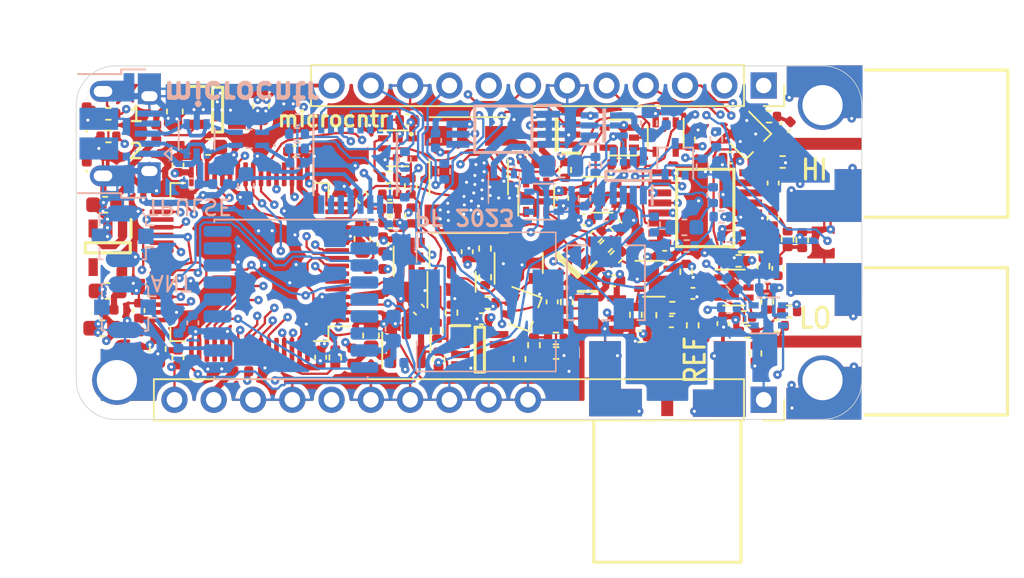
<source format=kicad_pcb>
(kicad_pcb (version 20211014) (generator pcbnew)
  (title_block (date "mar. 31 mars 2015"))
  (layers (0 "F.Cu" signal) (1 "In1.Cu" signal) (2 "In2.Cu" signal) (3 "In3.Cu" signal) (4 "In4.Cu" signal) (31 "B.Cu" signal) (34 "B.Paste" user) (35 "F.Paste" user) (36 "B.SilkS" user "B.Silkscreen") (37 "F.SilkS" user "F.Silkscreen") (38 "B.Mask" user) (39 "F.Mask" user) (44 "Edge.Cuts" user))
  (net 0 "")
  (net 1 "+5V")
  (net 2 "Net-(C26-Pad1)")
  (net 3 "Net-(C29-Pad2)")
  (net 4 "Net-(D1-Pad1)")
  (net 5 "Net-(C4-Pad1)")
  (net 6 "Net-(Q1-Pad2)")
  (net 7 "Net-(Q1-Pad3)")
  (net 8 "+3.3V")
  (net 9 "Net-(C52-Pad2)")
  (net 10 "Net-(C39-Pad1)")
  (net 11 "Net-(C49-Pad2)")
  (net 12 "/VREF2V5")
  (net 13 "/TAC_out")
  (net 14 "/discharge")
  (net 15 "Net-(C35-Pad2)")
  (net 16 "Net-(C32-Pad1)")
  (net 17 "Net-(C32-Pad2)")
  (net 19 "Net-(C23-Pad2)")
  (net 25 "Net-(D5-Pad2)")
  (net 26 "Net-(C28-Pad1)")
  (net 27 "Net-(C43-Pad2)")
  (net 28 "Net-(Q1-Pad1)")
  (net 29 "Net-(C28-Pad2)")
  (net 30 "Net-(C36-Pad2)")
  (net 31 "/T_heater")
  (net 32 "/CNT in")
  (net 33 "Net-(R74-Pad1)")
  (net 34 "/CLK_50M_shifted")
  (net 35 "Net-(J10-Pad1)")
  (net 36 "/+3.3V_MCU")
  (net 37 "Net-(C44-Pad2)")
  (net 38 "Net-(R37-Pad1)")
  (net 40 "Net-(U1-Pad4)")
  (net 41 "/GPS_TXD")
  (net 42 "/GPS_RXD")
  (net 44 "Net-(R12-Pad1)")
  (net 45 "Net-(U5-Pad4)")
  (net 47 "Net-(L10-Pad1)")
  (net 48 "Net-(C19-Pad1)")
  (net 50 "Net-(R40-Pad2)")
  (net 51 "Net-(LS1-Pad1)")
  (net 52 "/TIMEPULSE_HSI")
  (net 53 "/NRST")
  (net 54 "/TCK")
  (net 55 "/TMS")
  (net 56 "/SWO")
  (net 57 "/DAC_OUT1")
  (net 58 "/PSHIFT1")
  (net 59 "/PSHIFT0")
  (net 60 "Net-(C55-Pad1)")
  (net 61 "Net-(C38-Pad1)")
  (net 62 "Net-(C41-Pad1)")
  (net 63 "Net-(IC2-Pad14)")
  (net 64 "/DISP_SDA")
  (net 65 "/DISP_SCL")
  (net 66 "Net-(R2-Pad1)")
  (net 67 "Net-(R3-Pad2)")
  (net 68 "Net-(C37-Pad2)")
  (net 70 "Net-(R10-Pad1)")
  (net 71 "Net-(R14-Pad1)")
  (net 73 "/USB_TXD")
  (net 74 "/USB_RXD")
  (net 78 "/BUTTON_C")
  (net 80 "Net-(C41-Pad2)")
  (net 81 "Net-(IC2-Pad1)")
  (net 82 "/ADF_CLK")
  (net 83 "/ADF_DATA")
  (net 84 "/ADF_LE")
  (net 85 "/BUTTON_B")
  (net 86 "+3.3VP")
  (net 87 "Net-(C48-Pad1)")
  (net 88 "Net-(C50-Pad2)")
  (net 91 "/BUTTON_A")
  (net 92 "Net-(C54-Pad2)")
  (net 93 "Net-(R33-Pad1)")
  (net 94 "Net-(R1-Pad1)")
  (net 95 "/REF_INT_EN")
  (net 96 "/REF_INT_SEL")
  (net 97 "/VDDA")
  (net 98 "Net-(C5-Pad1)")
  (net 100 "Net-(J5-Pad1)")
  (net 101 "Net-(R22-Pad2)")
  (net 102 "Net-(R23-Pad2)")
  (net 103 "Net-(C24-Pad1)")
  (net 104 "Net-(C30-Pad1)")
  (net 106 "Net-(D3-Pad1)")
  (net 107 "Net-(D3-Pad4)")
  (net 108 "Net-(U11-Pad1)")
  (net 109 "GND")
  (net 110 "Net-(C55-Pad2)")
  (net 111 "Net-(R27-Pad1)")
  (net 114 "Net-(R41-Pad1)")
  (net 115 "Net-(C54-Pad1)")
  (net 116 "Net-(D6-Pad2)")
  (net 117 "Net-(R29-Pad2)")
  (net 118 "Net-(LS1-Pad2)")
  (net 119 "/v_current")
  (net 121 "Net-(U11-Pad3)")
  (net 122 "Net-(IC2-Pad8)")
  (net 123 "Net-(IC1-Pad5)")
  (net 124 "Net-(IC1-Pad6)")
  (net 125 "Net-(J4-Pad15)")
  (net 126 "Net-(R63-Pad2)")
  (net 127 "/heater_enable")
  (net 128 "/GPS_RESET#")
  (net 129 "/U17p6")
  (net 130 "Net-(D5-Pad3)")
  (net 131 "Net-(R13-Pad1)")
  (net 132 "Net-(Q3-Pad3)")
  (net 133 "Net-(Q3-Pad4)")
  (net 134 "Net-(R44-Pad2)")
  (net 135 "Net-(C10-Pad1)")
  (net 136 "Net-(C10-Pad2)")
  (net 137 "Net-(D2-Pad2)")
  (net 138 "Net-(J9-Pad1)")
  (net 139 "Net-(R46-Pad2)")
  (net 140 "Net-(R5-Pad2)")
  (net 141 "/CAL_SOUR_SEL")
  (net 142 "/CAL_EN")
  (net 145 "/CAL_100M")
  (net 147 "Net-(R7-Pad2)")
  (net 148 "Net-(R48-Pad2)")
  (footprint "Capacitor_SMD:C_0603_1608Metric" (layer "F.Cu") (at 111.91 79.681 90)
    (fp_text reference "C8" hide)
    (fp_text value "22uF 6.3V")
  )
  (footprint "Resistor_SMD:R_0402_1005Metric" (layer "F.Cu") (at 120.203 84.276)
    (fp_text reference "R74" hide)
    (fp_text value "100R")
  )
  (footprint "SamacSys_Parts:CCHD57550100000" (layer "F.Cu") (at 125.341 84.142 -90)
    (fp_text reference "Y2" hide)
    (fp_text value "CCHD-575-50-100.000" hide)
  )
  (footprint "Resistor_SMD:R_0402_1005Metric" (layer "F.Cu") (at 126.567 92.398 180)
    (fp_text reference "R21" hide)
    (fp_text value "51R")
  )
  (footprint "Capacitor_SMD:C_0603_1608Metric" (layer "F.Cu") (at 119.024 94.511 90)
    (fp_text reference "C39" hide)
    (fp_text value "22uF 6.3V")
  )
  (footprint "Capacitor_SMD:C_0402_1005Metric" (layer "F.Cu") (at 136.397 94.585 180)
    (fp_text reference "C18" hide)
    (fp_text value "2.2uF")
  )
  (footprint "Resistor_SMD:R_0402_1005Metric" (layer "F.Cu") (at 139.826 93.854 -90)
    (fp_text reference "R47" hide)
    (fp_text value "1k")
  )
  (footprint "Capacitor_SMD:C_0402_1005Metric" (layer "F.Cu") (at 132.792 87.019 180)
    (fp_text reference "C1" hide)
    (fp_text value "2.2uF")
  )
  (footprint "Package_TO_SOT_SMD:SOT-363_SC-70-6" (layer "F.Cu") (at 121.645 89.465 90)
    (fp_text reference "U15" hide)
    (fp_text value "TLV3601DCKR")
  )
  (footprint "Resistor_SMD:R_0402_1005Metric" (layer "F.Cu") (at 134.856 87.383 135)
    (fp_text reference "R44" hide)
    (fp_text value "100R")
  )
  (footprint "Capacitor_SMD:C_0402_1005Metric" (layer "F.Cu") (at 122.118 92.836 -45)
    (fp_text reference "C40" hide)
    (fp_text value "2.2uF")
  )
  (footprint "Resistor_SMD:R_0402_1005Metric" (layer "F.Cu") (at 144.404 90.024 90)
    (fp_text reference "R45" hide)
    (fp_text value "220R")
  )
  (footprint "Capacitor_SMD:C_0402_1005Metric" (layer "F.Cu") (at 139.606 81.811 90)
    (fp_text reference "C27" hide)
    (fp_text value "2.2uF")
  )
  (footprint "Inductor_SMD:L_0402_1005Metric" (layer "F.Cu") (at 117.813 95.82 -90)
    (fp_text reference "L7" hide)
    (fp_text value "BLM15EX471SN1D")
  )
  (footprint "Capacitor_SMD:C_0402_1005Metric" (layer "F.Cu") (at 145.792 81.034 -135)
    (fp_text reference "C41" hide)
    (fp_text value "8.2nF C0G")
  )
  (footprint "Inductor_SMD:L_0402_1005Metric" (layer "F.Cu") (at 105.137 81.376 90)
    (fp_text reference "L1" hide)
    (fp_text value "BLM15EX471SN1D")
  )
  (footprint "LED_SMD:LED_0402_1005Metric" (layer "F.Cu") (at 100.634 80.2175 90)
    (fp_text reference "D6" hide)
    (fp_text value "LED yellow-green")
  )
  (footprint "Package_TO_SOT_SMD:SOT-143" (layer "F.Cu") (at 128.572 89.825 90)
    (fp_text reference "Q3" hide)
    (fp_text value "BCV62C")
  )
  (footprint "Capacitor_SMD:C_0603_1608Metric" (layer "F.Cu") (at 106.337 80.027 -90)
    (fp_text reference "C4" hide)
    (fp_text value "22uF 6.3V")
  )
  (footprint "Resistor_SMD:R_0402_1005Metric" (layer "F.Cu") (at 146.065 92.949)
    (fp_text reference "R5" hide)
    (fp_text value "1k")
  )
  (footprint "Capacitor_SMD:C_0603_1608Metric" (layer "F.Cu") (at 105.233 95.377 90)
    (fp_text reference "C2" hide)
    (fp_text value "22uF 6.3V")
  )
  (footprint "Resistor_SMD:R_0402_1005Metric" (layer "F.Cu") (at 142.792 89.687 180)
    (fp_text reference "C21" hide)
    (fp_text value "2.2uF")
  )
  (footprint "Resistor_SMD:R_0402_1005Metric" (layer "F.Cu") (at 123.39 96.065 90)
    (fp_text reference "R42" hide)
    (fp_text value "NC")
  )
  (footprint "Capacitor_SMD:C_0402_1005Metric" (layer "F.Cu") (at 106.541 83.482 -90)
    (fp_text reference "C14" hide)
    (fp_text value "2.2uF")
  )
  (footprint "Package_TO_SOT_SMD:SOT-363_SC-70-6" (layer "F.Cu") (at 142.489 91.412)
    (fp_text reference "U12" hide)
    (fp_text value "TLV3601DCKR")
  )
  (footprint "Resistor_SMD:R_0402_1005Metric" (layer "F.Cu") (at 121.636 86.751 90)
    (fp_text reference "R8" hide)
    (fp_text value "22k")
  )
  (footprint "SamacSys_Parts:CONSMA020062G" (layer "F.Cu") (at 153.08 94.893 90)
    (fp_text reference "J5" hide)
    (fp_text value "RF2-04A-T-00-50-G" hide)
  )
  (footprint "Connector_PinSocket_2.54mm:PinSocket_1x16_P2.54mm_Vertical" (layer "F.Cu") (at 144.412 98.668 -90)
    (fp_text reference "J4" hide)
    (fp_text value "Conn_01x16")
  )
  (footprint "Resistor_SMD:R_0402_1005Metric" (layer "F.Cu") (at 131.58 83.807 90)
    (fp_text reference "R2" hide)
    (fp_text value "100R")
  )
  (footprint "Resistor_SMD:R_0402_1005Metric" (layer "F.Cu") (at 124.227 93.034 90)
    (fp_text reference "R34" hide)
    (fp_text value "10k")
  )
  (footprint "Resistor_SMD:R_0402_1005Metric" (layer "F.Cu") (at 126.405 90.745 90)
    (fp_text reference "R36" hide)
    (fp_text value "22R")
  )
  (footprint "Package_TO_SOT_SMD:SOT-363_SC-70-6" (layer "F.Cu") (at 133.943 85.408)
    (fp_text reference "U6" hide)
    (fp_text value "SN74LVC1G97DCKR")
  )
  (footprint "Package_TO_SOT_SMD:SOT-323_SC-70" (layer "F.Cu") (at 143.568 81.775 -45)
    (fp_text reference "D4" hide)
    (fp_text value "BAT6804WH6327XTSA1")
  )
  (footprint "Inductor_SMD:L_0402_1005Metric" (layer "F.Cu") (at 101.917 92.843 180)
    (fp_text reference "L14" hide)
    (fp_text value "BLM15EX471SN1D")
  )
  (footprint "Capacitor_SMD:C_0402_1005Metric" (layer "F.Cu") (at 130.737001 92.339 -90)
    (fp_text reference "C29" hide)
    (fp_text value "470pF")
  )
  (footprint "Resistor_SMD:R_0402_1005Metric" (layer "F.Cu") (at 120.243 86.309)
    (fp_text reference "R66" hide)
    (fp_text value "22k")
  )
  (footprint "Package_TO_SOT_SMD:SOT-23" (layer "F.Cu") (at 124.229 91.041 90)
    (fp_text reference "Q1" hide)
    (fp_text value "BSH105,215")
  )
  (footprint "Package_TO_SOT_SMD:SOT-363_SC-70-6" (layer "F.Cu") (at 137.316 90.843)
    (fp_text reference "U3" hide)
    (fp_text value "TLV3601DCKR")
  )
  (footprint "Resistor_SMD:R_0402_1005Metric" (layer "F.Cu") (at 130.976 94.703)
    (fp_text reference "R35" hide)
    (fp_text value "51R")
  )
  (footprint "Capacitor_SMD:C_0402_1005Metric" (layer "F.Cu") (at 145.022 86.929 -90)
    (fp_text reference "C38" hide)
    (fp_text value "470pF")
  )
  (footprint "Resistor_SMD:R_0402_1005Metric" (layer "F.Cu") (at 143.383 94.261 180)
    (fp_text reference "R1" hide)
    (fp_text value "33k")
  )
  (footprint "Resistor_SMD:R_0402_1005Metric" (layer "F.Cu") (at 128.63 96.036 90)
    (fp_text reference "R6" hide)
    (fp_text value "NC")
  )
  (footprint "Resistor_SMD:R_0402_1005Metric" (layer "F.Cu") (at 131.680001 92.346 90)
    (fp_text reference "R11" hide)
    (fp_text value "22k")
  )
  (footprint "Resistor_SMD:R_0402_1005Metric" (layer "F.Cu") (at 145.641 83.292)
    (fp_text reference "R19" hide)
    (fp_text value "51R")
  )
  (footprint "Resistor_SMD:R_0402_1005Metric" (layer "F.Cu") (at 143.155 93.311 180)
    (fp_text reference "R27" hide)
    (fp_text value "33k")
  )
  (footprint "Resistor_SMD:R_0402_1005Metric" (layer "F.Cu") (at 134.224 88.743 45)
    (fp_text reference "R39" hide)
    (fp_text value "2.2k")
  )
  (footprint "Inductor_SMD:L_0402_1005Metric" (layer "F.Cu") (at 130.178 83.372 180)
    (fp_text reference "L10" hide)
    (fp_text value "BLM15EX471SN1D")
  )
  (footprint "SamacSys_Parts:SOT65P210X110-3N" (layer "F.Cu") (at 131.735 89.961 -135)
    (fp_text reference "Q4" hide)
    (fp_text value "BFU550WF" hide)
  )
  (footprint "SamacSys_Parts:CONSMA020062G" (layer "F.Cu") (at 153.106 82.106 90)
    (fp_text reference "J8" hide)
    (fp_text value "RF2-04A-T-00-50-G" hide)
  )
  (footprint "Resistor_SMD:R_0402_1005Metric" (layer "F.Cu") (at 133.575 88.094 45)
    (fp_text reference "R67" hide)
    (fp_text value "100R")
  )
  (footprint "Resistor_SMD:R_0402_1005Metric" (layer "F.Cu") (at 138.506 92.713 180)
    (fp_text reference "R25" hide)
    (fp_text value "10k")
  )
  (footprint "Resistor_SMD:R_0402_1005Metric" (layer "F.Cu") (at 145.265 93.886 180)
    (fp_text reference "R9" hide)
    (fp_text value "1k")
  )
  (footprint "Resistor_SMD:R_0402_1005Metric" (layer "F.Cu") (at 144.652 92.325 -90)
    (fp_text reference "R28" hide)
    (fp_text value "10k")
  )
  (footprint "Resistor_SMD:R_0402_1005Metric" (layer "F.Cu") (at 134.885 89.425 45)
    (fp_text reference "C28" hide)
    (fp_text value "1pF")
  )
  (footprint "Resistor_SMD:R_0402_1005Metric" (layer "F.Cu") (at 143.883 95.67 90)
    (fp_text reference "R26" hide)
    (fp_text value "10k")
  )
  (footprint "Capacitor_SMD:C_0402_1005Metric" (layer "F.Cu") (at 142.262001 83.012 180)
    (fp_text reference "C9" hide)
    (fp_text value "2.2uF")
  )
  (footprint "SamacSys_Parts:SOP65P640X120-16N" (layer "F.Cu") (at 140.636 86.265 180)
    (fp_text reference "IC2" hide)
    (fp_text value "ADF4156BRUZ" hide)
  )
  (footprint "Capacitor_SMD:C_0402_1005Metric" (layer "F.Cu") (at 120.248 87.208 180)
    (fp_text reference "C44" hide)
    (fp_text value "8.2nF C0G")
  )
  (footprint "Resistor_SMD:R_0402_1005Metric" (layer "F.Cu") (at 126.393 88.889 -90)
    (fp_text reference "R38" hide)
    (fp_text value "22R")
  )
  (footprint "Capacitor_SMD:C_0402_1005Metric" (layer "F.Cu") (at 121.353 80.559 180)
    (fp_text reference "C45" hide)
    (fp_text value "2.2uF")
  )
  (footprint "Resistor_SMD:R_0402_1005Metric" (layer "F.Cu") (at 145.962 88.282 90)
    (fp_text reference "R15" hide)
    (fp_text value "22k")
  )
  (footprint "SamacSys_Parts:SOT65P210X110-5N" (layer "F.Cu") (at 133.962001 92.759999)
    (fp_text reference "S1" hide)
    (fp_text value "TMUX1101DCKR" hide)
  )
  (footprint "Inductor_SMD:L_0402_1005Metric" (layer "F.Cu") (at 103.175 84.349 -90)
    (fp_text reference "L13" hide)
    (fp_text value "BLM15EX471SN1D")
  )
  (footprint "Resistor_SMD:R_0402_1005Metric" (layer "F.Cu") (at 102.042 81.639)
    (fp_text reference "R46" hide)
    (fp_text value "220R")
  )
  (footprint "Capacitor_SMD:C_0603_1608Metric" (layer "F.Cu") (at 101.987 91.631)
    (fp_text reference "C50" hide)
    (fp_text value "22uF 6.3V")
  )
  (footprint "Resistor_SMD:R_0402_1005Metric" (layer "F.Cu") (at 144.766 80.36 180)
    (fp_text reference "R4" hide)
    (fp_text value "22R")
  )
  (footprint "Capacitor_SMD:C_0402_1005Metric" (layer "F.Cu") (at 135.061 83.414)
    (fp_text reference "C25" hide)
    (fp_text value "2.2uF")
  )
  (footprint "SamacSys_Parts:SOT95P280X100-5N" (layer "F.Cu") (at 109.1 79.907)
    (fp_text reference "IC4" hide)
    (fp_text value "ADM7160AUJZ-3.3-R7" hide)
  )
  (footprint "Inductor_SMD:L_0402_1005Metric" (layer "F.Cu") (at 119.316 90.211)
    (fp_text reference "L4" hide)
    (fp_text value "BLM15EX471SN1D")
  )
  (footprint "Capacitor_SMD:C_0402_1005Metric" (layer "F.Cu") (at 138.444 93.621)
    (fp_text reference "C54" hide)
    (fp_text value "47pF")
  )
  (footprint "Capacitor_SMD:C_0603_1608Metric" (layer "F.Cu") (at 118.467 88.264 90)
    (fp_text reference "C13" hide)
    (fp_text value "22uF 6.3V")
  )
  (footprint "Capacitor_SMD:C_0402_1005Metric" (layer "F.Cu") (at 145.03 84.654 90)
    (fp_text reference "C55" hide)
    (fp_text value "470pF")
  )
  (footprint "Capacitor_SMD:C_0402_1005Metric" (layer "F.Cu") (at 131.413 85.642 -90)
    (fp_text reference "C53" hide)
    (fp_text value "2.2uF")
  )
  (footprint "Capacitor_SMD:C_0603_1608Metric" (layer "F.Cu") (at 101.644 94.041)
    (fp_text reference "C51" hide)
    (fp_text value "22uF 6.3V")
  )
  (footprint "Inductor_SMD:L_0402_1005Metric" (layer "F.Cu") (at 104.019 94.757 -90)
    (fp_text reference "L3" hide)
    (fp_text value "BLM15EX471SN1D")
  )
  (footprint "Capacitor_SMD:C_0402_1005Metric" (layer "F.Cu") (at 125.242 89.097 -90)
    (fp_text reference "C6" hide)
    (fp_text value "2.2uF")
  )
  (footprint "Capacitor_SMD:C_0402_1005Metric" (layer "F.Cu") (at 134.704001 90.971)
    (fp_text reference "C17" hide)
    (fp_text value "2.2uF")
  )
  (footprint "Package_TO_SOT_SMD:SOT-363_SC-70-6" (layer "F.Cu") (at 129.704 85.567 90)
    (fp_text reference "U11" hide)
    (fp_text value "SN74LVC1G97DCKR")
  )
  (footprint "Resistor_SMD:R_0402_1005Metric" (layer "F.Cu") (at 130.994 95.645)
    (fp_text reference "R12" hide)
    (fp_text value "1k")
  )
  (footprint "Capacitor_SMD:C_0402_1005Metric" (layer "F.Cu") (at 141.78 93.745 -90)
    (fp_text reference "C12" hide)
    (fp_text value "2.2uF")
  )
  (footprint "Capacitor_SMD:C_0402_1005Metric" (layer "F.Cu") (at 104.011 92.9 -90)
    (fp_text reference "C3" hide)
    (fp_text value "2.2uF")
  )
  (footprint "Capacitor_SMD:C_0402_1005Metric" (layer "F.Cu") (at 126.167 93.43)
    (fp_text reference "C15" hide)
    (fp_text value "2.2uF")
  )
  (footprint "Resistor_SMD:R_0402_1005Metric" (layer "F.Cu") (at 102.039 80.179)
    (fp_text reference "R29" hide)
    (fp_text value "220R")
  )
  (footprint "Capacitor_SMD:C_0603_1608Metric" (layer "F.Cu") (at 101.831 86.056 180)
    (fp_text reference "C48" hide)
    (fp_text value "22uF 6.3V")
  )
  (footprint "Capacitor_SMD:C_0402_1005Metric" (layer "F.Cu") (at 139.835 91.787)
    (fp_text reference "C19" hide)
    (fp_text value "8.2nF C0G")
  )
  (footprint "Capacitor_SMD:C_0402_1005Metric" (layer "F.Cu") (at 115.767 95.923 90)
    (fp_text reference "C7" hide)
    (fp_text value "2.2uF")
  )
  (footprint "Capacitor_SMD:C_0603_1608Metric" (layer "F.Cu") (at 108.492 82.325 180)
    (fp_text reference "C5" hide)
    (fp_text value "22uF 6.3V")
  )
  (footprint "Resistor_SMD:R_0402_1005Metric" (layer "F.Cu") (at 123.288 94.205 90)
    (fp_text reference "R33" hide)
    (fp_text value "10k")
  )
  (footprint "Capacitor_SMD:C_0402_1005Metric" (layer "F.Cu") (at 106.537 95.947 -90)
    (fp_text reference "C16" hide)
    (fp_text value "8.2nF C0G")
  )
  (footprint "Resistor_SMD:R_0402_1005Metric" (layer "F.Cu") (at 129.56 95.138 -90)
    (fp_text reference "R13" hide)
    (fp_text value "1k")
  )
  (footprint "Connector_PinSocket_2.54mm:PinSocket_1x12_P2.54mm_Vertical" (layer "F.Cu") (at 144.412 78.348 -90)
    (fp_text reference "J6" hide)
    (fp_text value "Conn_01x12")
  )
  (footprint "Package_TO_SOT_SMD:SOT-323_SC-70" (layer "F.Cu") (at 128.981 92.905 -20)
    (fp_text reference "D1" hide)
    (fp_text value "BAT6804WH6327XTSA1")
  )
  (footprint "Inductor_SMD:L_0402_1005Metric" (layer "F.Cu") (at 110.633 96.821 180)
    (fp_text reference "L2" hide)
    (fp_text value "BLM15EX471SN1D")
  )
  (footprint "Resistor_SMD:R_0402_1005Metric" (layer "F.Cu") (at 137.092 93.192 -90)
    (fp_text reference "R17" hide)
    (fp_text value "33k")
  )
  (footprint "Resistor_SMD:R_0402_1005Metric" (layer "F.Cu") (at 146.906 88.345 -90)
    (fp_text reference "R24" hide)
    (fp_text value "51R")
  )
  (footprint "Capacitor_SMD:C_0402_1005Metric" (layer "F.Cu") (at 114.098 82.606 180)
    (fp_text reference "C11" hide)
    (fp_text value "2.2uF")
  )
  (footprint "Capacitor_SMD:C_0402_1005Metric" (layer "F.Cu") (at 128.771 82.681 90)
    (fp_text reference "C36" hide)
    (fp_text value "2.2uF")
  )
  (footprint "LED_SMD:LED_0402_1005Metric" (layer "F.Cu") (at 100.641 82.806 90)
    (fp_text reference "D2" hide)
    (fp_text value "LED yellow-green")
  )
  (footprint "SamacSys_Parts:SOT65P280X110-8N" (layer "F.Cu") (at 126.055 95.424)
    (fp_text reference "U4" hide)
    (fp_text value "TLV9162IDDFR" hide)
  )
  (footprint "Package_QFP:LQFP-64_10x10mm_P0.5mm" (layer "F.Cu") (at 111.159 89.763 180)
    (fp_text reference "U7" hide)
    (fp_text value "STM32F410RBT6")
  )
  (footprint "Resistor_SMD:R_0402_1005Metric" (layer "F.Cu") (at 116.711 95.931 -90)
    (fp_text reference "R3" hide)
    (fp_text value "22k")
  )
  (footprint "Capacitor_SMD:C_0402_1005Metric" (layer "F.Cu") (at 145.331 90.166 -90)
    (fp_text reference "C10" hide)
    (fp_text value "470pF")
  )
  (footprint "SamacSys_Parts:CONSMA020062G" (layer "F.Cu") (at 138.189 102.074)
    (fp_text reference "J9" hide)
    (fp_text value "RF2-04A-T-00-50-G" hide)
  )
  (footprint "Resistor_SMD:R_0402_1005Metric" (layer "F.Cu") (at 118.46 85.576 135)
    (fp_text reference "R65" hide)
    (fp_text value "10k")
  )
  (footprint "Resistor_SMD:R_0402_1005Metric" (layer "F.Cu") (at 139.402 90.391 -90)
    (fp_text reference "C42" hide)
    (fp_text value "2.2uF")
  )
  (footprint "Package_TO_SOT_SMD:SOT-353_SC-70-5" (layer "F.Cu") (at 120.753 82.412)
    (fp_text reference "U18" hide)
    (fp_text value "SN74LVC1G80QDCKRQ1")
  )
  (footprint "Package_TO_SOT_SMD:SOT-353_SC-70-5" (layer "F.Cu") (at 135.077 81.715 180)
    (fp_text reference "U5" hide)
    (fp_text value "SN74LVC1G80QDCKRQ1")
  )
  (footprint "Package_TO_SOT_SMD:SOT-353_SC-70-5" (layer "F.Cu") (at 138.077 81.68 -90)
    (fp_text reference "U1" hide)
    (fp_text value "SN74LVC1G80QDCKRQ1")
  )
  (footprint "Capacitor_SMD:C_0402_1005Metric" (layer "F.Cu") (at 119.796 88.598 -90)
    (fp_text reference "C47" hide)
    (fp_text value "2.2uF")
  )
  (footprint "Package_TO_SOT_SMD:SOT-23" (layer "F.Cu") (at 121.307 94.948 90)
    (fp_text reference "U2" hide)
    (fp_text value "ADR381ARTZ-R2")
  )
  (footprint "Capacitor_SMD:C_0402_1005Metric" (layer "F.Cu") (at 138.013 89.394)
    (fp_text reference "C46" hide)
    (fp_text value "2.2uF")
  )
  (footprint "Capacitor_SMD:C_0402_1005Metric" (layer "F.Cu") (at 120.232 85.379)
    (fp_text reference "C43" hide)
    (fp_text value "47pF")
  )
  (footprint "SamacSys_Parts:SOT65P210X110-6N" (layer "F.Cu") (at 131.031 81.518 180)
    (fp_text reference "S2" hide)
    (fp_text value "MIC94065YC6-TR" hide)
  )
  (footprint "SamacSys_Parts:SOT95P280X100-5N" (layer "F.Cu") (at 102.005 88.839 -90)
    (fp_text reference "IC3" hide)
    (fp_text value "ADM7160AUJZ-3.3-R7" hide)
  )
  (footprint "Resistor_SMD:R_0402_1005Metric" (layer "F.Cu") (at 121.592 84.866 -90)
    (fp_text reference "R37" hide)
    (fp_text value "100R")
  )
  (footprint "Resistor_SMD:R_0402_1005Metric" (layer "F.Cu") (at 136.149 93.173 90)
    (fp_text reference "R18" hide)
    (fp_text value "10k")
  )
  (footprint "Connector_USB:USB_Micro-B_Amphenol_10103594-0001LF_Horizontal" (layer "B.Cu") (at 102.805 81.433 90)
    (fp_text reference "J7" hide)
    (fp_text value "USB_B_Micro")
  )
  (footprint "Potentiometer_SMD:Potentiometer_Bourns_3214J_Horizontal" (layer "B.Cu") (at 134.215 91.099 -90)
    (fp_text reference "RV2" hide)
    (fp_text value "10k 0.1W")
  )
  (footprint "Resistor_SMD:R_0402_1005Metric" (layer "B.Cu") (at 121.203 85.066 90)
    (fp_text reference "R23" hide)
    (fp_text value "100R")
  )
  (footprint "Resistor_SMD:R_0402_1005Metric" (layer "B.Cu") (at 133.532 83.476 90)
    (fp_text reference "R41" hide)
    (fp_text value "1k")
  )
  (footprint "Capacitor_SMD:C_0402_1005Metric" (layer "B.Cu") (at 114.258 80.562)
    (fp_text reference "C30" hide)
    (fp_text value "47pF")
  )
  (footprint "Capacitor_SMD:C_0603_1608Metric" (layer "B.Cu") (at 110.929 84.852 90)
    (fp_text reference "C31" hide)
    (fp_text value "22uF 6.3V")
  )
  (footprint "Capacitor_SMD:C_0402_1005Metric" (layer "B.Cu") (at 114.26 83.344)
    (fp_text reference "C24" hide)
    (fp_text value "47pF")
  )
  (footprint "Capacitor_SMD:C_0402_1005Metric" (layer "B.Cu") (at 107.5 93.693 90)
    (fp_text reference "C52" hide)
    (fp_text value "8.2nF C0G")
  )
  (footprint "RF_GPS:ublox_MAX" (layer "B.Cu") (at 113.846 92.181 180)
    (fp_text reference "U14" hide)
    (fp_text value "MAX-M10S-00B")
  )
  (footprint "Inductor_SMD:L_0402_1005Metric" (layer "B.Cu") (at 120.666 96.28)
    (fp_text reference "L8" hide)
    (fp_text value "BLM15EX471SN1D")
  )
  (footprint "SamacSys_Parts:DLW21HN121HQ2B" (layer "B.Cu") (at 111.134 81.796 180)
    (fp_text reference "FL1" hide)
    (fp_text value "DLW21HN181SQ2L" hide)
  )
  (footprint "Capacitor_SMD:C_0402_1005Metric" (layer "B.Cu") (at 107.416 84.717)
    (fp_text reference "C23" hide)
    (fp_text value "NC")
  )
  (footprint "Resistor_SMD:R_0402_1005Metric" (layer "B.Cu") (at 142.184 88.089)
    (fp_text reference "R16" hide)
    (fp_text value "10k")
  )
  (footprint "Resistor_SMD:R_0402_1005Metric" (layer "B.Cu") (at 142.394 91.174 -45)
    (fp_text reference "R7" hide)
    (fp_text value "220R")
  )
  (footprint "Capacitor_SMD:C_0603_1608Metric" (layer "B.Cu") (at 120.473 94.076 -90)
    (fp_text reference "C49" hide)
    (fp_text value "22uF 6.3V")
  )
  (footprint "Capacitor_SMD:C_0402_1005Metric" (layer "B.Cu") (at 144.605 91.444)
    (fp_text reference "C33" hide)
    (fp_text value "8.2nF C0G")
  )
  (footprint "Resistor_SMD:R_0402_1005Metric" (layer "B.Cu") (at 121.218 83.15 90)
    (fp_text reference "R22" hide)
    (fp_text value "100R")
  )
  (footprint "Resistor_SMD:R_0402_1005Metric" (layer "B.Cu") (at 141.144 85.436 -90)
    (fp_text reference "R64" hide)
    (fp_text value "2.2k")
  )
  (footprint "Connector_Coaxial:U.FL_Molex_MCRF_73412-0110_Vertical" (layer "B.Cu") (at 103.117 92.68 -90)
    (fp_text reference "J10" hide)
    (fp_text value "U.FL")
  )
  (footprint "Capacitor_SMD:C_0402_1005Metric" (layer "B.Cu") (at 120.646 87.366 180)
    (fp_text reference "C37" hide)
    (fp_text value "2.2uF")
  )
  (footprint "Inductor_SMD:L_0402_1005Metric" (layer "B.Cu") (at 109.27 84.72)
    (fp_text reference "L12" hide)
    (fp_text value "BLM15EX471SN1D")
  )
  (footprint "Package_TO_SOT_SMD:SOT-323_SC-70" (layer "B.Cu") (at 138.693 83.088 90)
    (fp_text reference "D5" hide)
    (fp_text value "BAT6804WH6327XTSA1")
  )
  (footprint "Resistor_SMD:R_0402_1005Metric" (layer "B.Cu") (at 140.459 83.589 90)
    (fp_text reference "R32" hide)
    (fp_text value "22k")
  )
  (footprint "SamacSys_Parts:CPT9019SSMTTR" (layer "B.Cu") (at 126.471 92.337 90)
    (fp_text reference "LS1" hide)
    (fp_text value "CPT-9019S-SMT-TR" hide)
  )
  (footprint "SamacSys_Parts:SOP65P640X120-8N" (layer "B.Cu") (at 127.578 81.174 180)
    (fp_text reference "IC1" hide)
    (fp_text value "M24512-RDW6TP" hide)
  )
  (footprint "cntr_mini:pikachu" (layer "B.Cu") (at 138.231 94.911 45)
    (fp_text reference "G***" hide)
    (fp_text value "LOGO" hide)
  )
  (footprint "Resistor_SMD:R_0402_1005Metric" (layer "B.Cu") (at 123.76 83.907 -90)
    (fp_text reference "R20" hide)
    (fp_text value "2.2k")
  )
  (footprint "Capacitor_SMD:C_0402_1005Metric" (layer "B.Cu") (at 134.202 86.738 180)
    (fp_text reference "C26" hide)
    (fp_text value "2.2uF")
  )
  (footprint "Resistor_SMD:R_0402_1005Metric" (layer "B.Cu") (at 139.439 88.726)
    (fp_text reference "R60" hide)
    (fp_text value "22k")
  )
  (footprint "Package_TO_SOT_SMD:SOT-363_SC-70-6" (layer "B.Cu") (at 144.717 93.213)
    (fp_text reference "U8" hide)
    (fp_text value "SN74LVC1G97DCKR")
  )
  (footprint "Resistor_SMD:R_0402_1005Metric" (layer "B.Cu") (at 142.171 92.688)
    (fp_text reference "R48" hide)
    (fp_text value "220R")
  )
  (footprint "Inductor_SMD:L_0402_1005Metric" (layer "B.Cu") (at 106.565 94.845 90)
    (fp_text reference "L11" hide)
    (fp_text value "NC")
  )
  (footprint "Package_TO_SOT_SMD:SOT-363_SC-70-6" (layer "B.Cu") (at 107.745 81.796 -90)
    (fp_text reference "D3" hide)
    (fp_text value "CM1213A-04S7")
  )
  (footprint "Capacitor_SMD:C_0603_1608Metric" (layer "B.Cu") (at 139.286 87.518)
    (fp_text reference "C32" hide)
    (fp_text value "22uF 6.3V")
  )
  (footprint "Package_TO_SOT_SMD:SOT-353_SC-70-5" (layer "B.Cu") (at 130.205 85.86)
    (fp_text reference "U16" hide)
    (fp_text value "LMT85DCKR")
  )
  (footprint "Resistor_SMD:R_0402_1005Metric" (layer "B.Cu") (at 114.241 81.479 180)
    (fp_text reference "R10" hide)
    (fp_text value "27R")
  )
  (footprint "Resistor_SMD:R_0402_1005Metric" (layer "B.Cu") (at 137.331 87.332 90)
    (fp_text reference "R63" hide)
    (fp_text value "100k")
  )
  (footprint "Resistor_SMD:R_0402_1005Metric" (layer "B.Cu") (at 114.24 82.418 180)
    (fp_text reference "R14" hide)
    (fp_text value "27R")
  )
  (footprint "Resistor_SMD:R_0402_1005Metric" (layer "B.Cu") (at 141.351 81.824 90)
    (fp_text reference "R31" hide)
    (fp_text value "22k")
  )
  (footprint "SamacSys_Parts:BC69PASX" (layer "B.Cu") (at 127.616 84.959 180)
    (fp_text reference "Q2" hide)
    (fp_text value "BC69PASX" hide)
  )
  (footprint "Capacitor_SMD:C_0402_1005Metric" (layer "B.Cu") (at 123.199 81.903 -90)
    (fp_text reference "C22" hide)
    (fp_text value "2.2uF")
  )
  (footprint "Inductor_SMD:L_0402_1005Metric" (layer "B.Cu") (at 138.601 80.901)
    (fp_text reference "L5" hide)
    (fp_text value "BLM15EX471SN1D")
  )
  (footprint "Connector_Coaxial:U.FL_Molex_MCRF_73412-0110_Vertical" (layer "B.Cu") (at 102.966 88.093 -90)
    (fp_text reference "J1" hide)
    (fp_text value "U.FL")
  )
  (footprint "Package_SO:SSOP-16_3.9x4.9mm_P0.635mm" (layer "B.Cu") (at 118.024 83.446 -90)
    (fp_text reference "U9" hide)
    (fp_text value "FT230XS")
  )
  (footprint "Capacitor_SMD:C_0603_1608Metric" (layer "B.Cu") (at 136.999 80.78 -90)
    (fp_text reference "C35" hide)
    (fp_text value "22uF 6.3V")
  )
  (footprint "SamacSys_Parts:SOT65P280X110-8N" (layer "B.Cu") (at 135.66 84.182 90)
    (fp_text reference "U17" hide)
    (fp_text value "TLV9162IDDFR" hide)
  )
  (footprint "Resistor_SMD:R_0805_2012Metric" (layer "B.Cu") (at 131.319 83.547)
    (fp_text reference "R40" hide)
    (fp_text value "1R 0.5W")
  )
  (footprint "SamacSys_Parts:SOT65P210X110-6N" (layer "B.Cu") (at 134.104 80.93)
    (fp_text reference "S3" hide)
    (fp_text value "MIC94065YC6-TR" hide)
  )
  (footprint "Resistor_SMD:R_0402_1005Metric" (layer "B.Cu") (at 141.687 86.834)
    (fp_text reference "R30" hide)
    (fp_text value "22k")
  )
  (footprint "Resistor_SMD:R_0402_1005Metric" (layer "B.Cu") (at 132.822 85.64 90)
    (fp_text reference "R43" hide)
    (fp_text value "22k")
  )
  (gr_line locked (start 102.5 77.078) (end 148.22 77.078) (layer "Edge.Cuts") (width 0.05))
  (gr_line locked (start 99.96 97.398) (end 99.96 79.618) (layer "Edge.Cuts") (width 0.05))
  (gr_line locked (start 150.76 79.618) (end 150.76 97.398) (layer "Edge.Cuts") (width 0.05))
  (gr_arc locked (start 102.5 99.938) (mid 100.703949 99.194051) (end 99.96 97.398) (layer "Edge.Cuts") (width 0.05))
  (gr_arc locked (start 150.76 97.398) (mid 150.016051 99.194051) (end 148.22 99.938) (layer "Edge.Cuts") (width 0.05))
  (gr_line locked (start 148.22 99.938) (end 102.5 99.938) (layer "Edge.Cuts") (width 0.05))
  (gr_arc locked (start 148.22 77.078) (mid 150.016051 77.821949) (end 150.76 79.618) (layer "Edge.Cuts") (width 0.05))
  (gr_arc locked (start 99.96 79.618) (mid 100.703949 77.821949) (end 102.5 77.078) (layer "Edge.Cuts") (width 0.05))
  (gr_text "TPULSE" (at 107.294 86.181 180) (layer "B.SilkS") (effects (font (size 1 1)) (justify mirror)))
  (gr_text "PF 2023" (at 125.067 86.856 180) (layer "B.SilkS") (effects (font (size 1 1) (thickness 0.2)) (justify mirror)))
  (gr_text "microcntr" (at 110.647 78.826 180) (layer "B.SilkS") (effects (font (size 1.4 1.4) (thickness 0.3)) (justify mirror)))
  (gr_text "ANT" (at 106.099 91.113 180) (layer "B.SilkS") (effects (font (size 1 1)) (justify mirror)))
  (gr_text "1" (at 103.844 80.19) (layer "F.SilkS") (effects (font (size 1 1))))
  (gr_text "microcntr" (at 116.569 80.515) (layer "F.SilkS") (effects (font (size 1 1) (thickness 0.2))))
  (gr_text "HI" (at 147.698 83.801) (layer "F.SilkS") (effects (font (size 1.3 1.1) (thickness 0.2))))
  (gr_text "REF" (at 139.978 96.097 90) (layer "F.SilkS") (effects (font (size 1.3 1.1) (thickness 0.2))))
  (gr_text "LO" (at 147.749 93.395) (layer "F.SilkS") (effects (font (size 1.3 1.1) (thickness 0.2))))
  (gr_text "2" (at 103.819 82.589) (layer "F.SilkS") (effects (font (size 1 1))))
  (segment (start 103.175 83.864) (end 103.253 83.864) (width 0.4) (layer "F.Cu") (net 1))
  (segment (start 103.253 83.864) (end 103.5905 84.2015) (width 0.4) (layer "F.Cu") (net 1))
  (segment (start 104.298 84.975) (end 104.298 85.743) (width 0.4) (layer "F.Cu") (net 1))
  (segment (start 103.892 84.569) (end 103.875 84.569) (width 0.4) (layer "F.Cu") (net 1))
  (segment (start 104.01 83.029) (end 104.01 82.988) (width 0.4) (layer "F.Cu") (net 1))
  (segment (start 103.175 83.864) (end 104.01 83.029) (width 0.4) (layer "F.Cu") (net 1))
  (segment (start 103.892 84.569) (end 104.298 84.975) (width 0.4) (layer "F.Cu") (net 1))
  (segment (start 104.01 82.988) (end 105.137 81.861) (width 0.4) (layer "F.Cu") (net 1))
  (segment (start 103.892 84.503) (end 103.5905 84.2015) (width 0.245) (layer "F.Cu") (net 1))
  (segment (start 103.892 84.569) (end 103.892 84.503) (width 0.245) (layer "F.Cu") (net 1))
  (via (at 139.980135 80.222001) (size 0.55) (drill 0.2) (layers "F.Cu" "B.Cu") (net 1))
  (via (at 104.298 85.743) (size 0.55) (drill 0.2) (layers "F.Cu" "B.Cu") (net 1))
  (via (at 108.158199 85.438741) (size 0.55) (drill 0.2) (layers "F.Cu" "B.Cu") (net 1))
  (via (at 114.668201 79.7365) (size 0.55) (drill 0.2) (layers "F.Cu" "B.Cu") (net 1))
  (segment (start 104.49022 85.93522) (end 106.422206 85.93522) (width 0.4) (layer "B.Cu") (net 1))
  (segment (start 110.929 84.077) (end 111.27 84.418) (width 0.245) (layer "B.Cu") (net 1))
  (segment (start 107.66172 85.93522) (end 108.158199 85.438741) (width 0.4) (layer "B.Cu") (net 1))
  (segment (start 104.298 85.743) (end 104.49022 85.93522) (width 0.4) (layer "B.Cu") (net 1))
  (segment (start 110.286 84.72) (end 110.255 84.72) (width 0.4) (layer "B.Cu") (net 1))
  (segment (start 109.755 84.72) (end 109.755 84.773493) (width 0.4) (layer "B.Cu") (net 1))
  (segment (start 114.869961 84.078) (end 117.284 84.078) (width 0.245) (layer "B.Cu") (net 1))
  (segment (start 106.953985 85.920795) (end 106.96841 85.93522) (width 0.4) (layer "B.Cu") (net 1))
  (segment (start 110.928 84.078) (end 110.286 84.72) (width 0.4) (layer "B.Cu") (net 1))
  (segment (start 109.089752 85.438741) (end 108.158199 85.438741) (width 0.4) (layer "B.Cu") (net 1))
  (segment (start 118.3415 85.1355) (end 118.3415 86.046) (width 0.245) (layer "B.Cu") (net 1))
  (segment (start 139.086 80.901) (end 139.764999 80.222001) (width 0.4) (layer "B.Cu") (net 1))
  (segment (start 106.436631 85.920795) (end 106.953985 85.920795) (width 0.4) (layer "B.Cu") (net 1))
  (segment (start 114.619961 84.328) (end 114.869961 84.078) (width 0.245) (layer "B.Cu") (net 1))
  (segment (start 106.422206 85.93522) (end 106.436631 85.920795) (width 0.4) (layer "B.Cu") (net 1))
  (segment (start 109.755 84.773493) (end 109.089752 85.438741) (width 0.4) (layer "B.Cu") (net 1))
  (segment (start 139.764999 80.222001) (end 139.980135 80.222001) (width 0.4) (layer "B.Cu") (net 1))
  (segment (start 106.96841 85.93522) (end 107.66172 85.93522) (width 0.4) (layer "B.Cu") (net 1))
  (segment (start 111.18 84.328) (end 114.619961 84.328) (width 0.245) (layer "B.Cu") (net 1))
  (segment (start 110.929 84.077) (end 111.18 84.328) (width 0.245) (layer "B.Cu") (net 1))
  (segment (start 110.255 84.72) (end 109.755 84.72) (width 0.4) (layer "B.Cu") (net 1))
  (segment (start 110.255 84.72) (end 110.1045 84.8705) (width 0.4) (layer "B.Cu") (net 1))
  (segment (start 117.284 84.078) (end 118.3415 85.1355) (width 0.245) (layer "B.Cu") (net 1))
  (segment (start 123.39 96.2614) (end 123.38605 96.25745) (width 0.15) (layer "F.Cu") (net 2))
  (segment (start 123.39 96.575) (end 123.39 96.2614) (width 0.15) (layer "F.Cu") (net 2))
  (via (at 123.38605 96.25745) (size 0.55) (drill 0.2) (layers "F.Cu" "B.Cu") (net 2))
  (segment (start 129.277 90.075) (end 129.435 89.923) (width 0.15) (layer "B.Cu") (net 2))
  (segment (start 132.99 87.874) (end 132.99 90.319) (width 0.15) (layer "B.Cu") (net 2))
  (segment (start 128.595 93.884) (end 129.183317 90.413317) (width 0.15) (layer "B.Cu") (net 2))
  (segment (start 132.992 87.872) (end 134.3475 87.1695) (width 0.15) (layer "B.Cu") (net 2))
  (segment (start 136.27 91.44) (end 136.587 91.44) (width 0.15) (layer "B.Cu") (net 2))
  (segment (start 123.38605 96.25745) (end 127.954 94.605) (width 0.15) (layer "B.Cu") (net 2))
  (segment (start 127.954 94.605) (end 128.595 93.884) (width 0.15) (layer "B.Cu") (net 2))
  (segment (start 129.435 89.923) (end 132.992 87.872) (width 0.15) (layer "B.Cu") (net 2))
  (segment (start 129.183317 90.413317) (end 129.277 90.075) (width 0.15) (layer "B.Cu") (net 2))
  (segment (start 134.107682 91.069318) (end 136.27 91.44) (width 0.15) (layer "B.Cu") (net 2))
  (segment (start 134.107682 91.069318) (end 132.99 90.319) (width 0.15) (layer "B.Cu") (net 2))
  (segment (start 136.587 91.44) (end 139.972 88.727) (width 0.15) (layer "B.Cu") (net 2))
  (segment (start 123.5245 96.119) (end 123.38605 96.25745) (width 0.15) (layer "B.Cu") (net 2))
  (segment (start 139.972 88.727) (end 140.95 87.735) (width 0.15) (layer "B.Cu") (net 2))
  (segment (start 140.95 87.735) (end 141.177 86.834) (width 0.15) (layer "B.Cu") (net 2))
  (segment (start 135.034 86.483) (end 134.3475 87.1695) (width 0.15) (layer "B.Cu") (net 2))
  (segment (start 132.992 87.872) (end 132.99 87.874) (width 0.15) (layer "B.Cu") (net 2))
  (segment (start 135.034 86.483) (end 135.335 85.432) (width 0.15) (layer "B.Cu") (net 2))
  (segment (start 131.680001 92.856) (end 130.774001 92.856) (width 0.15) (layer "F.Cu") (net 3))
  (segment (start 129.300388 96.387271) (end 129.427271 96.387271) (width 0.15) (layer "F.Cu") (net 3))
  (segment (start 128.329883 96.017) (end 128.335883 96.023) (width 0.15) (layer "F.Cu") (net 3))
  (segment (start 128.936117 96.023) (end 129.300388 96.387271) (width 0.15) (layer "F.Cu") (net 3))
  (segment (start 128.335883 96.023) (end 128.936117 96.023) (width 0.15) (layer "F.Cu") (net 3))
  (segment (start 130.985 95.973117) (end 130.985 94.206) (width 0.15) (layer "F.Cu") (net 3))
  (segment (start 133.012001 92.759999) (end 131.776002 92.759999) (width 0.15) (layer "F.Cu") (net 3))
  (segment (start 127.789975 92.967917) (end 128.681395 92.869395) (width 0.15) (layer "F.Cu") (net 3))
  (segment (start 130.756558 96.201558) (end 130.985 95.973117) (width 0.15) (layer "F.Cu") (net 3))
  (segment (start 129.427271 96.387271) (end 129.439 96.399) (width 0.15) (layer "F.Cu") (net 3))
  (segment (start 127.305 96.399) (end 127.947883 96.399) (width 0.15) (layer "F.Cu") (net 3))
  (segment (start 128.681395 92.869395) (end 129.618 92.64) (width 0.15) (layer "F.Cu") (net 3))
  (segment (start 129.439 96.399) (end 130.756558 96.201558) (width 0.15) (layer "F.Cu") (net 3))
  (segment (start 129.618 92.64) (end 130.737001 92.819) (width 0.15) (layer "F.Cu") (net 3))
  (segment (start 127.947883 96.399) (end 128.329883 96.017) (width 0.15) (layer "F.Cu") (net 3))
  (segment (start 130.737001 92.819) (end 130.985 94.206) (width 0.15) (layer "F.Cu") (net 3))
  (segment (start 129.522 90.825) (end 131.063249 90.632751) (width 0.15) (layer "F.Cu") (net 4))
  (segment (start 128.26362 91.95218) (end 129.522 90.825) (width 0.15) (layer "F.Cu") (net 4))
  (segment (start 129.522 90.949787) (end 129.522 90.825) (width 0.15) (layer "F.Cu") (net 4))
  (segment (start 105.137 80.347823) (end 105.641824 79.843) (width 0.4) (layer "F.Cu") (net 5))
  (segment (start 106.314 79.843) (end 106.337 79.82) (width 0.4) (layer "F.Cu") (net 5))
  (segment (start 106.632 78.957) (end 107.85 78.957) (width 0.4) (layer "F.Cu") (net 5))
  (segment (start 105.641824 79.843) (end 106.314 79.843) (width 0.4) (layer "F.Cu") (net 5))
  (segment (start 107.85 80.857) (end 107.15 81.557) (width 0.15) (layer "F.Cu") (net 5))
  (segment (start 105.679795 81.557) (end 105.137 81.014205) (width 0.15) (layer "F.Cu") (net 5))
  (segment (start 105.137 81.014205) (end 105.137 80.891) (width 0.15) (layer "F.Cu") (net 5))
  (segment (start 106.337 79.252) (end 106.632 78.957) (width 0.4) (layer "F.Cu") (net 5))
  (segment (start 107.15 81.557) (end 105.679795 81.557) (width 0.15) (layer "F.Cu") (net 5))
  (segment (start 105.137 80.891) (end 105.137 80.347823) (width 0.4) (layer "F.Cu") (net 5))
  (segment (start 106.337 79.82) (end 106.337 79.252) (width 0.4) (layer "F.Cu") (net 5))
  (segment (start 125.596 93.965) (end 125.655 94.024) (width 0.15) (layer "F.Cu") (net 6))
  (segment (start 125.33 95.099) (end 124.805 95.099) (width 0.15) (layer "F.Cu") (net 6))
  (segment (start 125.182 93.751188) (end 125.395812 93.965) (width 0.15) (layer "F.Cu") (net 6))
  (segment (start 125.655 94.024) (end 125.655 94.774) (width 0.15) (layer "F.Cu") (net 6))
  (segment (start 125.179 91.9785) (end 125.182 91.9815) (width 0.15) (layer "F.Cu") (net 6))
  (segment (start 125.395812 93.965) (end 125.596 93.965) (width 0.15) (layer "F.Cu") (net 6))
  (segment (start 125.179 91.9785) (end 126.057 92.398) (width 0.15) (layer "F.Cu") (net 6))
  (segment (start 125.655 94.774) (end 125.33 95.099) (width 0.15) (layer "F.Cu") (net 6))
  (segment (start 125.182 91.9815) (end 125.182 93.751188) (width 0.15) (layer "F.Cu") (net 6))
  (segment (start 125.864383 91.638617) (end 126.265743 91.796257) (width 0.15) (layer "F.Cu") (net 7))
  (segment (start 125.864383 91.638617) (end 125.709 91.195) (width 0.15) (layer "F.Cu") (net 7))
  (segment (start 125.234755 90.845245) (end 124.562 90.769) (width 0.15) (layer "F.Cu") (net 7))
  (segment (start 126.265743 91.796257) (end 126.701129 91.776129) (width 0.15) (layer "F.Cu") (net 7))
  (segment (start 124.562 90.769) (end 124.229 90.1035) (width 0.15) (layer "F.Cu") (net 7))
  (segment (start 127.822 90.825) (end 126.701129 91.776129) (width 0.15) (layer "F.Cu") (net 7))
  (segment (start 125.709 91.195) (end 125.234755 90.845245) (width 0.15) (layer "F.Cu") (net 7))
  (segment (start 120.557585 88.292996) (end 120.732587 88.467998) (width 0.4) (layer "F.Cu") (net 8))
  (segment (start 119.796 88.329663) (end 119.839172 88.372835) (width 0.4) (layer "F.Cu") (net 8))
  (segment (start 142.407 83.347001) (end 142.742001 83.012) (width 0.4) (layer "F.Cu") (net 8))
  (segment (start 134.783 83.212) (end 134.581 83.414) (width 0.4) (layer "F.Cu") (net 8))
  (segment (start 110.35 78.957) (end 111.859 78.957) (width 0.4) (layer "F.Cu") (net 8))
  (segment (start 132.993 84.758) (end 131.413 85.162) (width 0.15) (layer "F.Cu") (net 8))
  (segment (start 119.838965 88.118) (end 120.027096 88.306131) (width 0.4) (layer "F.Cu") (net 8))
  (segment (start 126.647 94.451) (end 127.303 94.451) (width 0.4) (layer "F.Cu") (net 8))
  (segment (start 142.873 94.261) (end 142.645 94.033) (width 0.4) (layer "F.Cu") (net 8))
  (segment (start 126.215 89.577) (end 126.393 89.399) (width 0.4) (layer "F.Cu") (net 8))
  (segment (start 129.704 84.996) (end 129.704 85.062327) (width 0.4) (layer "F.Cu") (net 8))
  (segment (start 120.040231 88.292996) (end 120.557585 88.292996) (width 0.4) (layer "F.Cu") (net 8))
  (segment (start 136.621309 94.40029) (end 136.806019 94.585) (width 0.4) (layer "F.Cu") (net 8))
  (segment (start 121.691 80.857) (end 121.691 81.75) (width 0.4) (layer "F.Cu") (net 8))
  (segment (start 120.732587 88.467998) (end 120.947998 88.467998) (width 0.4) (layer "F.Cu") (net 8))
  (segment (start 134.127 82.365) (end 134.755 82.365) (width 0.4) (layer "F.Cu") (net 8))
  (segment (start 140.216 82.294549) (end 140.436285 82.294549) (width 0.4) (layer "F.Cu") (net 8))
  (segment (start 143.624 89.687) (end 143.658 89.653) (width 0.4) (layer "F.Cu") (net 8))
  (segment (start 112.264 79.257) (end 113.173 78.348) (width 0.245) (layer "F.Cu") (net 8))
  (segment (start 142.407 84.4855) (end 142.407 83.347001) (width 0.4) (layer "F.Cu") (net 8))
  (segment (start 134.912001 91.096999) (end 134.912001 92.109999) (width 0.4) (layer "F.Cu") (net 8))
  (segment (start 140.439834 82.291) (end 140.454967 82.275867) (width 0.4) (layer "F.Cu") (net 8))
  (segment (start 137.698 88.54) (end 137.723 88.565) (width 0.4) (layer "F.Cu") (net 8))
  (segment (start 139.606 82.291) (end 140.439834 82.291) (width 0.4) (layer "F.Cu") (net 8))
  (segment (start 126.647 93.43) (end 126.647 94.451) (width 0.4) (layer "F.Cu") (net 8))
  (segment (start 120.105531 90.208) (end 120.113528 90.215997) (width 0.245) (layer "F.Cu") (net 8))
  (segment (start 130.055502 80.893498) (end 130.081 80.868) (width 0.4) (layer "F.Cu") (net 8))
  (segment (start 121.691 81.75) (end 121.703 81.762) (width 0.4) (layer "F.Cu") (net 8))
  (segment (start 141.78 93.265) (end 142.599 93.265) (width 0.4) (layer "F.Cu") (net 8))
  (segment (start 131.283 85.292) (end 130 85.292) (width 0.4) (layer "F.Cu") (net 8))
  (segment (start 142.645 93.454732) (end 142.599387 93.500345) (width 0.4) (layer "F.Cu") (net 8))
  (segment (start 139.594072 89.881) (end 139.768248 90.055176) (width 0.4) (layer "F.Cu") (net 8))
  (segment (start 126.405 90.235) (end 126.405 89.411) (width 0.4) (layer "F.Cu") (net 8))
  (segment (start 134.559 83.61316) (end 134.5388 83.63336) (width 0.4) (layer "F.Cu") (net 8))
  (segment (start 130.024 80.893498) (end 130.055502 80.893498) (width 0.4) (layer "F.Cu") (net 8))
  (segment (start 120.947998 88.467998) (end 120.995 88.515) (width 0.4) (layer "F.Cu") (net 8))
  (segment (start 138.727 82.63) (end 138.727 82.283) (width 0.4) (layer "F.Cu") (net 8))
  (segment (start 117.753574 95.335) (end 117.367259 94.948685) (width 0.4) (layer "F.Cu") (net 8))
  (segment (start 113.173 78.348) (end 116.472 78.348) (width 0.245) (layer "F.Cu") (net 8))
  (segment (start 125.242 89.577) (end 125.242 89.895) (width 0.15) (layer "F.Cu") (net 8))
  (segment (start 138.9154 84.64) (end 139.13975 84.86435) (width 0.15) (layer "F.Cu") (net 8))
  (segment (start 130 85.292) (end 129.704 84.996) (width 0.4) (layer "F.Cu") (net 8))
  (segment (start 136.979 93.721) (end 136.979 94.483) (width 0.4) (layer "F.Cu") (net 8))
  (segment (start 120.027096 88.306131) (end 120.040231 88.292996) (width 0.4) (layer "F.Cu") (net 8))
  (segment (start 143.302 89.687) (end 143.624 89.687) (width 0.4) (layer "F.Cu") (net 8))
  (segment (start 143.574 84.64) (end 142.5615 84.64) (width 0.4) (layer "F.Cu") (net 8))
  (segment (start 143.123 90.446) (end 143.123 89.866) (width 0.4) (layer "F.Cu") (net 8))
  (segment (start 129.373905 80.868) (end 129.314146 80.927759) (width 0.4) (layer "F.Cu") (net 8))
  (segment (start 129.704 84.996) (end 129.704 84.617) (width 0.4) (layer "F.Cu") (net 8))
  (segment (start 143.439 90.762) (end 143.123 90.446) (width 0.4) (layer "F.Cu") (net 8))
  (segment (start 139.402 89.881) (end 139.594072 89.881) (width 0.4) (layer "F.Cu") (net 8))
  (segment (start 126.405 89.411) (end 126.393 89.399) (width 0.4) (layer "F.Cu") (net 8))
  (segment (start 137.763 89.068) (end 137.698 87.89) (width 0.4) (layer "F.Cu") (net 8))
  (segment (start 143.123 89.866) (end 143.302 89.687) (width 0.4) (layer "F.Cu") (net 8))
  (segment (start 131.413 85.162) (end 131.283 85.292) (width 0.4) (layer "F.Cu") (net 8))
  (segment (start 125.242 89.577) (end 126.215 89.577) (width 0.4) (layer "F.Cu") (net 8))
  (segment (start 134.5388 83.63336) (end 134.5388 84.0012) (width 0.4) (layer "F.Cu") (net 8))
  (segment (start 142.645 94.033) (end 142.645 93.311) (width 0.4) (layer "F.Cu") (net 8))
  (segment (start 137.533 89.394) (end 137.763 89.068) (width 0.4) (layer "F.Cu") (net 8))
  (segment (start 142.645 93.311) (end 142.645 93.454732) (width 0.4) (layer "F.Cu") (net 8))
  (segment (start 138.266 90.193) (end 139.402 89.881) (width 0.4) (layer "F.Cu") (net 8))
  (segment (start 142.5615 84.64) (end 142.407 84.4855) (width 0.4) (layer "F.Cu") (net 8))
  (segment (start 136.894 89.419) (end 137.533 89.394) (width 0.4) (layer "F.Cu") (net 8))
  (segment (start 130.081 80.868) (end 129.373905 80.868) (width 0.4) (layer "F.Cu") (net 8))
  (segment (start 134.755 82.365) (end 134.783 82.393) (width 0.4) (layer "F.Cu") (net 8))
  (segment (start 135.184001 90.616864) (end 135.112249 90.545112) (width 0.4) (layer "F.Cu") (net 8))
  (segment (start 135.184001 90.971) (end 135.184001 90.616864) (width 0.4) (layer "F.Cu") (net 8))
  (segment (start 127.303 94.451) (end 127.305 94.449) (width 0.4) (layer "F.Cu") (net 8))
  (segment (start 135.038 90.971) (end 134.912001 91.096999) (width 0.4) (layer "F.Cu") (net 8))
  (segment (start 111.859 78.957) (end 111.91 78.906) (width 0.4) (layer "F.Cu") (net 8))
  (segment (start 134.783 82.393) (end 134.783 83.212) (width 0.4) (layer "F.Cu") (net 8))
  (segment (start 134.318 85.408) (end 134.893 85.408) (width 0.4) (layer "F.Cu") (net 8))
  (segment (start 140.436285 82.294549) (end 140.454967 82.275867) (width 0.4) (layer "F.Cu") (net 8))
  (segment (start 119.796 88.118) (end 119.796 88.329663) (width 0.4) (layer "F.Cu") (net 8))
  (segment (start 136.979 94.483) (end 136.877 94.585) (width 0.4) (layer "F.Cu") (net 8))
  (segment (start 137.698 84.64) (end 138.9154 84.64) (width 0.15) (layer "F.Cu") (net 8))
  (segment (start 125.242 89.895) (end 125.271 89.924) (width 0.15) (layer "F.Cu") (net 8))
  (segment (start 133.272 87.019) (end 134.318 85.408) (width 0.4) (layer "F.Cu") (net 8))
  (segment (start 138.727 82.283) (end 139.862 82.283) (width 0.4) (layer "F.Cu") (net 8))
  (segment (start 135.184001 90.971) (end 135.038 90.971) (width 0.4) (layer "F.Cu") (net 8))
  (via (at 111.696 79.275) (size 0.55) (drill 0.2) (layers "F.Cu" "B.Cu") (net 8))
  (via (at 139.13975 84.86435) (size 0.55) (drill 0.2) (layers "F.Cu" "B.Cu") (net 8))
  (via (at 112.264 79.257) (size 0.55) (drill 0.2) (layers "F.Cu" "B.Cu") (net 8))
  (via (at 121.586765 80.729001) (size 0.55) (drill 0.2) (layers "F.Cu" "B.Cu") (net 8))
  (via (at 125.271 89.924) (size 0.55) (drill 0.2) (layers "F.Cu" "B.Cu") (net 8))
  (via (at 117.367259 94.948685) (size 0.55) (drill 0.2) (layers "F.Cu" "B.Cu") (net 8))
  (via (at 133.1162 87.2318) (size 0.55) (drill 0.2) (layers "F.Cu" "B.Cu") (net 8))
  (via (at 131.161416 85.133864) (size 0.55) (drill 0.2) (layers "F.Cu" "B.Cu") (net 8))
  (via (at 139.768248 90.055176) (size 0.55) (drill 0.2) (layers "F.Cu" "B.Cu") (net 8))
  (via (at 136.621309 94.40029) (size 0.55) (drill 0.2) (layers "F.Cu" "B.Cu") (net 8))
  (via (at 126.797499 93.338) (size 0.55) (drill 0.2) (layers "F.Cu" "B.Cu") (net 8))
  (via (at 129.314146 80.927759) (size 0.55) (drill 0.2) (layers "F.Cu" "B.Cu") (net 8))
  (via (at 143.658 89.653) (size 0.55) (drill 0.2) (layers "F.Cu" "B.Cu") (net 8))
  (via (at 134.5388 84.0012) (size 0.55) (drill 0.2) (layers "F.Cu" "B.Cu") (net 8))
  (via (at 119.839172 88.372835) (size 0.55) (drill 0.2) (layers "F.Cu" "B.Cu") (net 8))
  (via (at 135.112249 90.545112) (size 0.55) (drill 0.2) (layers "F.Cu" "B.Cu") (net 8))
  (via (at 142.887302 83.241184) (size 0.55) (drill 0.2) (layers "F.Cu" "B.Cu") (net 8))
  (via (at 140.454967 82.275867) (size 0.55) (drill 0.2) (layers "F.Cu" "B.Cu") (net 8))
  (via (at 136.894 89.419) (size 0.55) (drill 0.2) (layers "F.Cu" "B.Cu") (net 8))
  (via (at 120.113528 90.215997) (size 0.55) (drill 0.2) (layers "F.Cu" "B.Cu") (net 8))
  (via (at 142.599387 93.500345) (size 0.55) (drill 0.2) (layers "F.Cu" "B.Cu") (net 8))
  (segment (start 106.565 94.36) (end 106.84 94.085) (width 0.4) (layer "B.Cu") (net 9))
  (segment (start 106.84 94.085) (end 106.84 93.830035) (width 0.4) (layer "B.Cu") (net 9))
  (segment (start 107.5 93.199183) (end 108.518183 92.181) (width 0.4) (layer "B.Cu") (net 9))
  (segment (start 106.84 93.830035) (end 107.457035 93.213) (width 0.4) (layer "B.Cu") (net 9))
  (segment (start 118.005 96.305) (end 119.024 95.286) (width 0.4) (layer "F.Cu") (net 10))
  (segment (start 119.6235 95.8855) (end 119.024 95.286) (width 0.4) (layer "F.Cu") (net 10))
  (segment (start 117.813 96.305) (end 118.005 96.305) (width 0.4) (layer "F.Cu") (net 10))
  (segment (start 120.357 95.8855) (end 119.6235 95.8855) (width 0.4) (layer "F.Cu") (net 10))
  (segment (start 119.667 94.381) (end 119.988 94.702) (width 0.4) (layer "B.Cu") (net 11))
  (segment (start 120.222 95.102) (end 120.473 94.851) (width 0.15) (layer "B.Cu") (net 11))
  (segment (start 120.473 94.851) (end 119.843 95.481) (width 0.4) (layer "B.Cu") (net 11))
  (segment (start 120.324 94.702) (end 119.988 94.702) (width 0.4) (layer "B.Cu") (net 11))
  (segment (start 118.596 94.381) (end 119.667 94.381) (width 0.4) (layer "B.Cu") (net 11))
  (segment (start 120.222 96.137) (end 120.473 95.886) (width 0.4) (layer "B.Cu") (net 11))
  (segment (start 120.473 95.886) (end 120.473 94.851) (width 0.4) (layer "B.Cu") (net 11))
  (segment (start 119.843 95.481) (end 118.596 95.481) (width 0.4) (layer "B.Cu") (net 11))
  (segment (start 122.5875 95.555) (end 122.257 95.8855) (width 0.15) (layer "F.Cu") (net 12))
  (segment (start 126.183 96.849) (end 125.621 97.118) (width 0.15) (layer "F.Cu") (net 12))
  (segment (start 128.63 96.546) (end 128.327 96.849) (width 0.15) (layer "F.Cu") (net 12))
  (segment (start 125.621 97.118) (end 124.759 97.118) (width 0.15) (layer "F.Cu") (net 12))
  (segment (start 123.8255 95.9905) (end 123.39 95.555) (width 0.15) (layer "F.Cu") (net 12))
  (segment (start 128.327 96.849) (end 126.183 96.849) (width 0.15) (layer "F.Cu") (net 12))
  (segment (start 123.39 95.555) (end 122.5875 95.555) (width 0.15) (layer "F.Cu") (net 12))
  (segment (start 123.288 93.695) (end 122.977 93.695) (width 0.15) (layer "F.Cu") (net 12))
  (segment (start 122.257 95.8855) (end 122.257 93.375822) (width 0.4) (layer "F.Cu") (net 12))
  (segment (start 122.257 93.375822) (end 122.457411 93.175411) (width 0.4) (layer "F.Cu") (net 12))
  (segment (start 124.759 97.118) (end 124.041581 96.848419) (width 0.15) (layer "F.Cu") (net 12))
  (segment (start 122.977 93.695) (end 122.457411 93.175411) (width 0.15) (layer "F.Cu") (net 12))
  (segment (start 123.942 96.252) (end 123.8255 95.9905) (width 0.15) (layer "F.Cu") (net 12))
  (segment (start 122.257 95.8855) (end 122.257 96.292) (width 0.4) (layer "F.Cu") (net 12))
  (segment (start 123.942 96.6) (end 124.041581 96.848419) (width 0.15) (layer "F.Cu") (net 12))
  (segment (start 123.942 96.6) (end 123.942 96.252) (width 0.15) (layer "F.Cu") (net 12))
  (segment (start 117.018497 94.484503) (end 117.896843 94.359157) (width 0.15) (layer "F.Cu") (net 13))
  (segment (start 115.921 89.811) (end 115.87 89.735) (width 0.15) (layer "F.Cu") (net 13))
  (segment (start 114.917199 89.822097) (end 114.917199 91.355799) (width 0.15) (layer "F.Cu") (net 13))
  (segment (start 120.794665 94.908335) (end 121.600533 96.321467) (width 0.15) (layer "F.Cu") (net 13))
  (segment (start 115.792114 89.69381) (end 115.706499 89.608195) (width 0.15) (layer "F.Cu") (net 13))
  (segment (start 131.573826 96.370826) (end 131.685607 96.3325) (width 0.15) (layer "F.Cu") (net 13))
  (segment (start 121.600533 96.321467) (end 121.897612 96.899388) (width 0.15) (layer "F.Cu") (net 13))
  (segment (start 116.80184 89.98084) (end 116.834 90.013) (width 0.15) (layer "F.Cu") (net 13))
  (segment (start 114.9839 91.4225) (end 115.0029 91.4225) (width 0.15) (layer "F.Cu") (net 13))
  (segment (start 121.897612 96.899388) (end 122.555725 97.557501) (width 0.15) (layer "F.Cu") (net 13))
  (segment (start 114.91743 89.819354) (end 114.91743 89.821866) (width 0.15) (layer "F.Cu") (net 13))
  (segment (start 115.62383 89.526754) (end 115.21003 89.526754) (width 0.15) (layer "F.Cu") (net 13))
  (segment (start 115.87 89.735) (end 115.792114 89.69381) (width 0.15) (layer "F.Cu") (net 13))
  (segment (start 115.2955 91.7151) (end 115.2955 93.173764) (width 0.15) (layer "F.Cu") (net 13))
  (segment (start 116.7158 94.484503) (end 117.018497 94.484503) (width 0.15) (layer "F.Cu") (net 13))
  (segment (start 118.946 94.518) (end 120.794665 94.908335) (width 0.15) (layer "F.Cu") (net 13))
  (segment (start 116.4232 94.191903) (end 116.7158 94.484503) (width 0.15) (layer "F.Cu") (net 13))
  (segment (start 115.2955 93.173764) (end 115.999368 93.877632) (width 0.15) (layer "F.Cu") (net 13))
  (segment (start 116.013 89.896) (end 115.921 89.811) (width 0.15) (layer "F.Cu") (net 13))
  (segment (start 115.705647 89.608195) (end 115.70222 89.604768) (width 0.15) (layer "F.Cu") (net 13))
  (segment (start 116.834 90.013) (end 116.013 89.896) (width 0.15) (layer "F.Cu") (net 13))
  (segment (start 114.917199 91.355799) (end 114.9839 91.4225) (width 0.15) (layer "F.Cu") (net 13))
  (segment (start 115.0029 91.4225) (end 115.2955 91.7151) (width 0.15) (layer "F.Cu") (net 13))
  (segment (start 132.152 95.369) (end 131.486 94.703) (width 0.15) (layer "F.Cu") (net 13))
  (segment (start 115.999368 93.877632) (end 116.4232 94.191903) (width 0.15) (layer "F.Cu") (net 13))
  (segment (start 115.21003 89.526754) (end 114.91743 89.819354) (width 0.15) (layer "F.Cu") (net 13))
  (segment (start 114.91743 89.821866) (end 114.917199 89.822097) (width 0.15) (layer "F.Cu") (net 13))
  (segment (start 130.387151 97.557501) (end 131.573826 96.370826) (width 0.15) (layer "F.Cu") (net 13))
  (segment (start 117.896843 94.359157) (end 118.805 94.518) (width 0.15) (layer "F.Cu") (net 13))
  (segment (start 115.701844 89.604768) (end 115.62383 89.526754) (width 0.15) (layer "F.Cu") (net 13))
  (segment (start 122.555725 97.557501) (end 130.387151 97.557501) (width 0.15) (layer "F.Cu") (net 13))
  (segment (start 131.685607 96.3325) (end 132.152 95.866107) (width 0.15) (layer "F.Cu") (net 13))
  (segment (start 115.70222 89.604768) (end 115.701844 89.604768) (width 0.15) (layer "F.Cu") (net 13))
  (segment (start 118.805 94.518) (end 118.946 94.518) (width 0.15) (layer "F.Cu") (net 13))
  (segment (start 115.706499 89.608195) (end 115.705647 89.608195) (width 0.15) (layer "F.Cu") (net 13))
  (segment (start 132.152 95.866107) (end 132.152 95.369) (width 0.15) (layer "F.Cu") (net 13))
  (segment (start 134.911 93.411) (end 134.666524 93.411) (width 0.15) (layer "F.Cu") (net 14))
  (segment (start 111.409 84.088) (end 111.409 85.39942) (width 0.15) (layer "F.Cu") (net 14))
  (segment (start 134.666524 93.411) (end 134.290023 93.034499) (width 0.15) (layer "F.Cu") (net 14))
  (segment (start 111.409 85.39942) (end 111.974001 85.964421) (width 0.15) (layer "F.Cu") (net 14))
  (via (at 113.189729 89.047271) (size 0.55) (drill 0.2) (layers "F.Cu" "B.Cu") (net 14))
  (via (at 134.290023 93.034499) (size 0.55) (drill 0.2) (layers "F.Cu" "B.Cu") (net 14))
  (via (at 111.974001 85.964421) (size 0.55) (drill 0.2) (layers "F.Cu" "B.Cu") (net 14))
  (segment (start 113.189729 87.180149) (end 111.974001 85.964421) (width 0.15) (layer "B.Cu") (net 14))
  (segment (start 113.189729 89.047271) (end 113.189729 87.180149) (width 0.15) (layer "B.Cu") (net 14))
  (segment (start 136.635 81.643) (end 136.709 81.569) (width 0.15) (layer "B.Cu") (net 15))
  (segment (start 136.666035 81.569) (end 136.709 81.569) (width 0.4) (layer "B.Cu") (net 15))
  (segment (start 135.879 80.28) (end 136.048 80.449) (width 0.4) (layer "B.Cu") (net 15))
  (segment (start 136.709 81.569) (end 136.709 81.552) (width 0.15) (layer "B.Cu") (net 15))
  (segment (start 136.709 81.569) (end 137.448 81.569) (width 0.4) (layer "B.Cu") (net 15))
  (segment (start 137.448 81.569) (end 138.116 80.901) (width 0.4) (layer "B.Cu") (net 15))
  (segment (start 136.048 80.950965) (end 136.666035 81.569) (width 0.4) (layer "B.Cu") (net 15))
  (segment (start 136.635 82.932) (end 136.635 81.643) (width 0.15) (layer "B.Cu") (net 15))
  (segment (start 136.048 80.449) (end 136.048 80.950965) (width 0.4) (layer "B.Cu") (net 15))
  (segment (start 136.747 81.563) (end 136.726 81.584) (width 0.15) (layer "B.Cu") (net 15))
  (segment (start 135.054 80.28) (end 135.879 80.28) (width 0.4) (layer "B.Cu") (net 15))
  (segment (start 137.633 87.54) (end 138.525 87.54) (width 0.15) (layer "B.Cu") (net 16))
  (segment (start 137.331 87.842) (end 137.633 87.54) (width 0.15) (layer "B.Cu") (net 16))
  (segment (start 136.635 85.244) (end 137.177 84.702) (width 0.15) (layer "B.Cu") (net 17))
  (segment (start 140.061 87.518) (end 140.7245 86.3655) (width 0.15) (layer "B.Cu") (net 17))
  (segment (start 140.7245 86.3655) (end 141.144 85.946) (width 0.15) (layer "B.Cu") (net 17))
  (segment (start 139.895 85.364) (end 139.98 85.279) (width 0.15) (layer "B.Cu") (net 17))
  (segment (start 140.477 85.279) (end 141.144 85.946) (width 0.15) (layer "B.Cu") (net 17))
  (segment (start 137.177 84.702) (end 137.67 84.702) (width 0.15) (layer "B.Cu") (net 17))
  (segment (start 136.635 85.432) (end 136.635 85.244) (width 0.15) (layer "B.Cu") (net 17))
  (segment (start 138.933 85.364) (end 139.895 85.364) (width 0.15) (layer "B.Cu") (net 17))
  (segment (start 138.271 84.702) (end 138.933 85.364) (width 0.15) (layer "B.Cu") (net 17))
  (segment (start 139.98 85.279) (end 140.477 85.279) (width 0.15) (layer "B.Cu") (net 17))
  (segment (start 137.67 84.702) (end 138.271 84.702) (width 0.15) (layer "B.Cu") (net 17))
  (segment (start 107.454 83.422) (end 107.745 83.131) (width 0.4) (layer "B.Cu") (net 19))
  (segment (start 105.832 82.754) (end 106.5 83.422) (width 0.4) (layer "B.Cu") (net 19))
  (segment (start 104.832 82.754) (end 105.832 82.754) (width 0.4) (layer "B.Cu") (net 19))
  (segment (start 107.745 83.181) (end 107.985 83.421) (width 0.4) (layer "B.Cu") (net 19))
  (segment (start 106.5 83.422) (end 107.454 83.422) (width 0.4) (layer "B.Cu") (net 19))
  (segment (start 107.745 82.746) (end 107.745 83.181) (width 0.4) (layer "B.Cu") (net 19))
  (segment (start 107.985 84.628) (end 107.896 84.717) (width 0.4) (layer "B.Cu") (net 19))
  (segment (start 107.985 83.421) (end 107.985 84.628) (width 0.4) (layer "B.Cu") (net 19))
  (segment (start 107.896 84.717) (end 108.782 84.717) (width 0.4) (layer "B.Cu") (net 19))
  (segment (start 107.745 83.131) (end 107.745 82.746) (width 0.4) (layer "B.Cu") (net 19))
  (via (at 136.103 84.234) (size 0.55) (drill 0.2) (layers "F.Cu" "B.Cu") (net 25))
  (via (at 128.0365 83.247) (size 0.55) (drill 0.2) (layers "F.Cu" "B.Cu") (net 25))
  (segment (start 128.266 83.4765) (end 128.0365 83.247) (width 0.15) (layer "B.Cu") (net 25))
  (segment (start 138.118 83.513) (end 139.141642 83.513) (width 0.15) (layer "B.Cu") (net 25))
  (segment (start 138.043 83.588) (end 138.118 83.513) (width 0.15) (layer "B.Cu") (net 25))
  (segment (start 140.432 84.926) (end 141.144 84.926) (width 0.15) (layer "B.Cu") (net 25))
  (segment (start 139.851 83.571) (end 139.851 84.345) (width 0.15) (layer "B.Cu") (net 25))
  (segment (start 139.141642 83.513) (end 139.141783 83.513141) (width 0.15) (layer "B.Cu") (net 25))
  (segment (start 138.043 84.088) (end 136.103 84.234) (width 0.15) (layer "B.Cu") (net 25))
  (segment (start 139.141783 83.513141) (end 139.793141 83.513141) (width 0.15) (layer "B.Cu") (net 25))
  (segment (start 128.266 84.096) (end 128.266 83.4765) (width 0.15) (layer "B.Cu") (net 25))
  (segment (start 138.043 84.088) (end 138.043 83.588) (width 0.15) (layer "B.Cu") (net 25))
  (segment (start 139.793141 83.513141) (end 139.851 83.571) (width 0.15) (layer "B.Cu") (net 25))
  (segment (start 139.851 84.345) (end 140.432 84.926) (width 0.15) (layer "B.Cu") (net 25))
  (segment (start 133.863376 89.103624) (end 134.524376 89.785624) (width 0.15) (layer "F.Cu") (net 26))
  (segment (start 133.863376 89.103624) (end 132.866371 89.748868) (width 0.15) (layer "F.Cu") (net 26))
  (segment (start 122.57961 90.357507) (end 123.020493 90.357507) (width 0.15) (layer "F.Cu") (net 27))
  (segment (start 123.555956 88.896044) (end 123.500513 89.567513) (width 0.15) (layer "F.Cu") (net 27))
  (segment (start 123.15725 88.22175) (end 123.555956 88.896044) (width 0.15) (layer "F.Cu") (net 27))
  (segment (start 122.522117 90.415) (end 122.57961 90.357507) (width 0.15) (layer "F.Cu") (net 27))
  (segment (start 123.234 90.144) (end 123.500513 89.567513) (width 0.15) (layer "F.Cu") (net 27))
  (segment (start 122.295 90.415) (end 122.522117 90.415) (width 0.15) (layer "F.Cu") (net 27))
  (segment (start 122.33 90.415) (end 122.522117 90.415) (width 0.15) (layer "F.Cu") (net 27))
  (segment (start 123.15725 88.22175) (end 122.294632 87.495368) (width 0.15) (layer "F.Cu") (net 27))
  (segment (start 123.020493 90.357507) (end 123.234 90.144) (width 0.15) (layer "F.Cu") (net 27))
  (segment (start 121.592 85.376) (end 120.715 85.376) (width 0.15) (layer "F.Cu") (net 27))
  (segment (start 122.181 87.381736) (end 122.181 85.956883) (width 0.15) (layer "F.Cu") (net 27))
  (segment (start 122.294632 87.495368) (end 122.181 87.381736) (width 0.15) (layer "F.Cu") (net 27))
  (segment (start 122.181 85.956883) (end 121.600117 85.376) (width 0.15) (layer "F.Cu") (net 27))
  (segment (start 124.806 93.293883) (end 124.806 93.855) (width 0.15) (layer "F.Cu") (net 28))
  (segment (start 123.279 91.9785) (end 123.279 92.405117) (width 0.15) (layer "F.Cu") (net 28))
  (segment (start 124.806 93.855) (end 124.805 93.856) (width 0.15) (layer "F.Cu") (net 28))
  (segment (start 124.561117 93.049) (end 124.806 93.293883) (width 0.15) (layer "F.Cu") (net 28))
  (segment (start 124.805 93.856) (end 124.805 94.449) (width 0.15) (layer "F.Cu") (net 28))
  (segment (start 124.806 93.855) (end 124.806 94.0905) (width 0.15) (layer "F.Cu") (net 28))
  (segment (start 123.922883 93.049) (end 124.561117 93.049) (width 0.15) (layer "F.Cu") (net 28))
  (segment (start 123.279 92.405117) (end 123.922883 93.049) (width 0.15) (layer "F.Cu") (net 28))
  (segment (start 134.584624 88.382376) (end 135.245624 89.064376) (width 0.15) (layer "F.Cu") (net 29))
  (segment (start 135.216624 87.743624) (end 134.584624 88.382376) (width 0.15) (layer "F.Cu") (net 29))
  (segment (start 128.771 82.201) (end 128.813965 82.201) (width 0.4) (layer "F.Cu") (net 30))
  (segment (start 128.813965 82.201) (end 129.693 83.080035) (width 0.4) (layer "F.Cu") (net 30))
  (segment (start 128.771 82.201) (end 127.296 81.602) (width 0.4) (layer "F.Cu") (net 30))
  (segment (start 129.693 83.080035) (end 129.693 83.372) (width 0.4) (layer "F.Cu") (net 30))
  (segment (start 115.871944 88.927752) (end 115.707153 88.927752) (width 0.15) (layer "F.Cu") (net 31))
  (segment (start 115.950334 89.005766) (end 115.949958 89.005766) (width 0.15) (layer "F.Cu") (net 31))
  (segment (start 115.949958 89.005766) (end 115.871944 88.927752) (width 0.15) (layer "F.Cu") (net 31))
  (segment (start 115.953761 89.009193) (end 115.950334 89.005766) (width 0.15) (layer "F.Cu") (net 31))
  (segment (start 115.95842 89.013) (end 115.954613 89.009193) (width 0.15) (layer "F.Cu") (net 31))
  (segment (start 115.707153 88.927752) (end 115.413479 88.634078) (width 0.15) (layer "F.Cu") (net 31))
  (segment (start 115.954613 89.009193) (end 115.953761 89.009193) (width 0.15) (layer "F.Cu") (net 31))
  (segment (start 116.834 89.013) (end 115.95842 89.013) (width 0.15) (layer "F.Cu") (net 31))
  (via (at 129.353258 87.837258) (size 0.55) (drill 0.2) (layers "F.Cu" "B.Cu") (net 31))
  (via (at 130.818 89.717) (size 0.55) (drill 0.2) (layers "F.Cu" "B.Cu") (net 31))
  (via (at 115.413479 88.634078) (size 0.55) (drill 0.2) (layers "F.Cu" "B.Cu") (net 31))
  (segment (start 129.407516 87.783) (end 129.353258 87.837258) (width 0.15) (layer "B.Cu") (net 31))
  (segment (start 129.255 85.21) (end 129.73 85.21) (width 0.15) (layer "B.Cu") (net 31))
  (segment (start 135.341442 93.099) (end 133.256721 91.014279) (width 0.15) (layer "B.Cu") (net 31))
  (segment (start 129.551 87.783) (end 129.407516 87.783) (width 0.15) (layer "B.Cu") (net 31))
  (segment (start 130.818 89.717) (end 131.822952 90.109048) (width 0.15) (layer "B.Cu") (net 31))
  (segment (start 129.805 85.285) (end 129.805 87.385516) (width 0.15) (layer "B.Cu") (net 31))
  (segment (start 129.73 85.21) (end 129.805 85.285) (width 0.15) (layer "B.Cu") (net 31))
  (segment (start 129.805 87.385516) (end 129.353258 87.837258) (width 0.15) (layer "B.Cu") (net 31))
  (segment (start 135.365 93.099) (end 135.341442 93.099) (width 0.15) (layer "B.Cu") (net 31))
  (segment (start 131.822952 90.109048) (end 133.256721 91.014279) (width 0.15) (layer "B.Cu") (net 31))
  (segment (start 123.217814 85.339186) (end 121.959 84.877) (width 0.15) (layer "F.Cu") (net 32))
  (segment (start 133.214376 88.454624) (end 132.179004 88.065996) (width 0.15) (layer "F.Cu") (net 32))
  (segment (start 111.848867 86.572133) (end 113.562 87.013) (width 0.15) (layer "F.Cu") (net 32))
  (segment (start 119.342 84.844) (end 118.777632 85.244632) (width 0.15) (layer "F.Cu") (net 32))
  (segment (start 118.226 85.796264) (end 118.226 86.320264) (width 0.15) (layer "F.Cu") (net 32))
  (segment (start 129.546164 87.315164) (end 129.250164 87.315164) (width 0.15) (layer "F.Cu") (net 32))
  (segment (start 132.057661 88.033339) (end 129.546164 87.315164) (width 0.15) (layer "F.Cu") (net 32))
  (segment (start 121.250883 84.844) (end 119.342 84.844) (width 0.15) (layer "F.Cu") (net 32))
  (segment (start 111.255636 85.857364) (end 111.574367 86.297633) (width 0.15) (layer "F.Cu") (net 32))
  (segment (start 110.909 84.878) (end 110.909 84.088) (width 0.15) (layer "F.Cu") (net 32))
  (segment (start 111.848867 86.572133) (end 111.574367 86.297633) (width 0.15) (layer "F.Cu") (net 32))
  (segment (start 124.990423 87.274577) (end 124.656282 87.076718) (width 0.15) (layer "F.Cu") (net 32))
  (segment (start 111.255636 85.857364) (end 111.109499 85.476501) (width 0.15) (layer "F.Cu") (net 32))
  (segment (start 121.283883 84.877) (end 121.250883 84.844) (width 0.15) (layer "F.Cu") (net 32))
  (segment (start 121.959 84.877) (end 121.283883 84.877) (width 0.15) (layer "F.Cu") (net 32))
  (segment (start 124.5145 86.8571) (end 124.5145 85.7841) (width 0.15) (layer "F.Cu") (net 32))
  (segment (start 126.2339 87.5461) (end 124.990423 87.274577) (width 0.15) (layer "F.Cu") (net 32))
  (segment (start 118.226 86.320264) (end 117.533264 87.013) (width 0.15) (layer "F.Cu") (net 32))
  (segment (start 128.4321 87.5461) (end 126.2339 87.5461) (width 0.15) (layer "F.Cu") (net 32))
  (segment (start 123.217814 85.339186) (end 124.1899 85.4595) (width 0.15) (layer "F.Cu") (net 32))
  (segment (start 124.5145 85.7841) (end 124.1899 85.4595) (width 0.15) (layer "F.Cu") (net 32))
  (segment (start 116.834 87.013) (end 113.562 87.013) (width 0.15) (layer "F.Cu") (net 32))
  (segment (start 110.909 84.878) (end 111.109499 85.476501) (width 0.15) (layer "F.Cu") (net 32))
  (segment (start 132.057661 88.033339) (end 132.179004 88.065996) (width 0.15) (layer "F.Cu") (net 32))
  (segment (start 124.656282 87.076718) (end 124.5145 86.8571) (width 0.15) (layer "F.Cu") (net 32))
  (segment (start 129.250164 87.315164) (end 128.4321 87.5461) (width 0.15) (layer "F.Cu") (net 32))
  (segment (start 118.777632 85.244632) (end 118.226 85.796264) (width 0.15) (layer "F.Cu") (net 32))
  (segment (start 119.253 81.987) (end 119.253 83.836) (width 0.15) (layer "F.Cu") (net 33))
  (segment (start 119.253 81.987) (end 119.803 81.762) (width 0.15) (layer "F.Cu") (net 33))
  (segment (start 119.253 83.836) (end 119.693 84.276) (width 0.15) (layer "F.Cu") (net 33))
  (segment (start 119.51791 91.19391) (end 120.995 90.415) (width 0.15) (layer "F.Cu") (net 34))
  (segment (start 116.834 91.513) (end 119.51791 91.19391) (width 0.15) (layer "F.Cu") (net 34))
  (segment (start 104.617 92.68) (end 106.1695 94.9345) (width 0.245) (layer "B.Cu") (net 35))
  (segment (start 106.1695 94.9345) (end 106.565 95.33) (width 0.245) (layer "B.Cu") (net 35))
  (segment (start 106.565 95.33) (end 108.945 95.33) (width 0.245) (layer "B.Cu") (net 35))
  (segment (start 115.767 95.443) (end 116.011101 95.198899) (width 0.4) (layer "F.Cu") (net 36))
  (segment (start 106.541 83.962) (end 107.283 83.962) (width 0.4) (layer "F.Cu") (net 36))
  (segment (start 104.011 93.38) (end 104.1165 93.4855) (width 0.4) (layer "F.Cu") (net 36))
  (segment (start 116.834 93.513) (end 116.834 93.896303) (width 0.15) (layer "F.Cu") (net 36))
  (segment (start 113.618 82.606) (end 113.859 82.847) (width 0.4) (layer "F.Cu") (net 36))
  (segment (start 105.233 94.201) (end 105.233 94.602) (width 0.4) (layer "F.Cu") (net 36))
  (segment (start 104.019 95.242) (end 104.593 95.242) (width 0.4) (layer "F.Cu") (net 36))
  (segment (start 104.726 95.109) (end 105.233 94.602) (width 0.4) (layer "F.Cu") (net 36))
  (segment (start 116.834 93.896303) (end 116.9227 93.985003) (width 0.15) (layer "F.Cu") (net 36))
  (segment (start 113.909 84.088) (end 113.909 85.376895) (width 0.245) (layer "F.Cu") (net 36))
  (segment (start 113.909 82.897) (end 113.909 84.088) (width 0.245) (layer "F.Cu") (net 36))
  (segment (start 106.473513 84.029487) (end 106.339 84.029487) (width 0.4) (layer "F.Cu") (net 36))
  (segment (start 113.859 82.847) (end 113.909 82.897) (width 0.245) (layer "F.Cu") (net 36))
  (segment (start 106.541 83.962) (end 106.473513 84.029487) (width 0.4) (layer "F.Cu") (net 36))
  (segment (start 104.1165 93.4855) (end 104.5175 93.4855) (width 0.4) (layer "F.Cu") (net 36))
  (segment (start 104.262 93.513) (end 105.484 93.513) (width 0.245) (layer "F.Cu") (net 36))
  (segment (start 116.011101 95.198899) (end 116.011101 95.044114) (width 0.4) (layer "F.Cu") (net 36))
  (segment (start 107.359 84.038) (end 107.359 84.088) (width 0.4) (layer "F.Cu") (net 36))
  (segment (start 113.909 85.376895) (end 114.082046 85.549941) (width 0.245) (layer "F.Cu") (net 36))
  (segment (start 115.767 95.443) (end 114.914 95.443) (width 0.245) (layer "F.Cu") (net 36))
  (segment (start 104.5175 93.4855) (end 105.233 94.201) (width 0.4) (layer "F.Cu") (net 36))
  (segment (start 104.593 95.242) (end 104.726 95.109) (width 0.4) (layer "F.Cu") (net 36))
  (segment (start 107.283 83.962) (end 107.359 84.038) (width 0.4) (layer "F.Cu") (net 36))
  (segment (start 104.164 93.611) (end 104.262 93.513) (width 0.245) (layer "F.Cu") (net 36))
  (via (at 114.082046 85.549941) (size 0.55) (drill 0.2) (layers "F.Cu" "B.Cu") (net 36))
  (via (at 104.726 95.109) (size 0.55) (drill 0.2) (layers "F.Cu" "B.Cu") (net 36))
  (via (at 106.339 84.029487) (size 0.55) (drill 0.2) (layers "F.Cu" "B.Cu") (net 36))
  (via (at 116.9227 93.985003) (size 0.55) (drill 0.2) (layers "F.Cu" "B.Cu") (net 36))
  (via (at 116.011101 95.044114) (size 0.55) (drill 0.2) (layers "F.Cu" "B.Cu") (net 36))
  (via (at 123.201 84.777) (size 0.55) (drill 0.2) (layers "F.Cu" "B.Cu") (net 36))
  (segment (start 123.6275 80.199) (end 124.64 80.199) (width 0.4) (layer "B.Cu") (net 36))
  (segment (start 123.201 83.211188) (end 123.201 84.777) (width 0.15) (layer "B.Cu") (net 36))
  (segment (start 123.199 81.423) (end 122.664 81.958) (width 0.15) (layer "B.Cu") (net 36))
  (segment (start 122.664 82.674188) (end 123.201 83.211188) (width 0.15) (layer "B.Cu") (net 36))
  (segment (start 123.199 80.6275) (end 123.6275 80.199) (width 0.4) (layer "B.Cu") (net 36))
  (segment (start 123.199 81.423) (end 123.199 80.6275) (width 0.4) (layer "B.Cu") (net 36))
  (segment (start 123.201 84.777) (end 123.4 84.777) (width 0.15) (layer "B.Cu") (net 36))
  (segment (start 122.664 81.958) (end 122.664 82.674188) (width 0.15) (layer "B.Cu") (net 36))
  (segment (start 123.4 84.777) (end 123.76 84.417) (width 0.15) (layer "B.Cu") (net 36))
  (segment (start 119.768 87.263812) (end 120.259188 87.755) (width 0.15) (layer "F.Cu") (net 37))
  (segment (start 122.295 88.515) (end 122.295 87.92) (width 0.15) (layer "F.Cu") (net 37))
  (segment (start 120.259188 87.755) (end 120.324 87.755) (width 0.15) (layer "F.Cu") (net 37))
  (segment (start 122.295 87.92) (end 121.636 87.261) (width 0.15) (layer "F.Cu") (net 37))
  (segment (start 121.154 87.743) (end 121.636 87.261) (width 0.15) (layer "F.Cu") (net 37))
  (segment (start 119.768 87.208) (end 119.768 86.344) (width 0.15) (layer "F.Cu") (net 37))
  (segment (start 118.820624 85.936624) (end 119.193 86.309) (width 0.15) (layer "F.Cu") (net 37))
  (segment (start 120.336 87.743) (end 121.154 87.743) (width 0.15) (layer "F.Cu") (net 37))
  (segment (start 120.324 87.755) (end 120.336 87.743) (width 0.15) (layer "F.Cu") (net 37))
  (segment (start 119.193 86.309) (end 119.733 86.309) (width 0.15) (layer "F.Cu") (net 37))
  (segment (start 120.713 84.276) (end 121.512 84.276) (width 0.15) (layer "F.Cu") (net 38))
  (segment (start 121.5955 83.1695) (end 121.5955 84.1375) (width 0.15) (layer "F.Cu") (net 38))
  (segment (start 121.703 83.062) (end 121.5955 83.1695) (width 0.15) (layer "F.Cu") (net 38))
  (segment (start 121.5955 84.1375) (end 121.703 84.245) (width 0.15) (layer "F.Cu") (net 38))
  (segment (start 136.027 82.365) (end 137.427 82.63) (width 0.15) (layer "F.Cu") (net 40))
  (segment (start 105.484 91.013) (end 106.427 91.013) (width 0.15) (layer "F.Cu") (net 41))
  (segment (start 106.427 91.013) (end 106.637 90.803) (width 0.15) (layer "F.Cu") (net 41))
  (via (at 106.637 90.803) (size 0.55) (drill 0.2) (layers "F.Cu" "B.Cu") (net 41))
  (segment (start 113.858943 89.106499) (end 113.415442 89.55) (width 0.15) (layer "B.Cu") (net 41))
  (segment (start 107.671499 87.316258) (end 107.671499 89.768501) (width 0.15) (layer "B.Cu") (net 41))
  (segment (start 112.845358 89.55) (end 110.443146 87.147788) (width 0.15) (layer "B.Cu") (net 41))
  (segment (start 110.079024 86.873) (end 108.114757 86.873) (width 0.15) (layer "B.Cu") (net 41))
  (segment (start 113.415442 89.55) (end 112.845358 89.55) (width 0.15) (layer "B.Cu") (net 41))
  (segment (start 118.596 88.881) (end 118.306501 89.170499) (width 0.15) (layer "B.Cu") (net 41))
  (segment (start 110.353812 87.147788) (end 110.079024 86.873) (width 0.15) (layer "B.Cu") (net 41))
  (segment (start 107.671499 89.768501) (end 106.637 90.803) (width 0.15) (layer "B.Cu") (net 41))
  (segment (start 108.114757 86.873) (end 107.671499 87.316258) (width 0.15) (layer "B.Cu") (net 41))
  (segment (start 115.293619 89.170499) (end 115.229619 89.106499) (width 0.15) (layer "B.Cu") (net 41))
  (segment (start 118.306501 89.170499) (end 115.293619 89.170499) (width 0.15) (layer "B.Cu") (net 41))
  (segment (start 110.443146 87.147788) (end 110.353812 87.147788) (width 0.15) (layer "B.Cu") (net 41))
  (segment (start 115.229619 89.106499) (end 113.858943 89.106499) (width 0.15) (layer "B.Cu") (net 41))
  (segment (start 106.2206 90.513) (end 106.4441 90.2895) (width 0.15) (layer "F.Cu") (net 42))
  (segment (start 106.4441 90.2895) (end 107.6685 90.2895) (width 0.15) (layer "F.Cu") (net 42))
  (segment (start 107.6685 90.2895) (end 107.833 90.454) (width 0.15) (layer "F.Cu") (net 42))
  (segment (start 105.484 90.513) (end 106.2206 90.513) (width 0.15) (layer "F.Cu") (net 42))
  (via (at 107.833 90.454) (size 0.55) (drill 0.2) (layers "F.Cu" "B.Cu") (net 42))
  (segment (start 109.988466 87.206) (end 108.205315 87.206) (width 0.15) (layer "B.Cu") (net 42))
  (segment (start 107.971 90.316) (end 107.833 90.454) (width 0.15) (layer "B.Cu") (net 42))
  (segment (start 110.319089 87.447289) (end 110.229755 87.447289) (width 0.15) (layer "B.Cu") (net 42))
  (segment (start 118.596 89.981) (end 118.300497 89.685497) (width 0.15) (layer "B.Cu") (net 42))
  (segment (start 113.983 89.406) (end 113.420368 89.968632) (width 0.15) (layer "B.Cu") (net 42))
  (segment (start 112.840432 89.968632) (end 110.319089 87.447289) (width 0.15) (layer "B.Cu") (net 42))
  (segment (start 108.205315 87.206) (end 107.971 87.440315) (width 0.15) (layer "B.Cu") (net 42))
  (segment (start 110.229755 87.447289) (end 109.988466 87.206) (width 0.15) (layer "B.Cu") (net 42))
  (segment (start 107.971 87.440315) (end 107.971 90.316) (width 0.15) (layer "B.Cu") (net 42))
  (segment (start 115.105562 89.406) (end 113.983 89.406) (width 0.15) (layer "B.Cu") (net 42))
  (segment (start 113.420368 89.968632) (end 112.840432 89.968632) (width 0.15) (layer "B.Cu") (net 42))
  (segment (start 115.199781 89.500219) (end 115.105562 89.406) (width 0.15) (layer "B.Cu") (net 42))
  (segment (start 118.300497 89.685497) (end 116.390503 89.685497) (width 0.15) (layer "B.Cu") (net 42))
  (segment (start 116.205225 89.500219) (end 115.199781 89.500219) (width 0.15) (layer "B.Cu") (net 42))
  (segment (start 116.390503 89.685497) (end 116.205225 89.500219) (width 0.15) (layer "B.Cu") (net 42))
  (segment (start 130.485 95.656) (end 130.511 95.63) (width 0.15) (layer "F.Cu") (net 44))
  (segment (start 128.174325 95.749) (end 128.267325 95.656) (width 0.15) (layer "F.Cu") (net 44))
  (segment (start 127.305 95.749) (end 128.174325 95.749) (width 0.15) (layer "F.Cu") (net 44))
  (segment (start 128.267325 95.656) (end 130.485 95.656) (width 0.15) (layer "F.Cu") (net 44))
  (segment (start 133.544125 85.736125) (end 133.544125 81.972875) (width 0.15) (layer "F.Cu") (net 45))
  (segment (start 133.544125 85.736125) (end 133.22225 86.058) (width 0.15) (layer "F.Cu") (net 45))
  (segment (start 133.22225 86.058) (end 132.993 86.058) (width 0.15) (layer "F.Cu") (net 45))
  (segment (start 133.544125 81.972875) (end 134.127 81.065) (width 0.15) (layer "F.Cu") (net 45))
  (segment (start 130.081 82.168) (end 130.081 82.52) (width 0.4) (layer "F.Cu") (net 47))
  (segment (start 131.981 82.168) (end 130.081 82.168) (width 0.4) (layer "F.Cu") (net 47))
  (segment (start 130.081 82.52) (end 130.663 83.102) (width 0.4) (layer "F.Cu") (net 47))
  (segment (start 130.663 83.102) (end 130.663 83.372) (width 0.4) (layer "F.Cu") (net 47))
  (segment (start 139.016 92.126) (end 139.355 91.787) (width 0.15) (layer "F.Cu") (net 48))
  (segment (start 139.016 92.713) (end 139.016 92.126) (width 0.15) (layer "F.Cu") (net 48))
  (segment (start 139.355 91.787) (end 138.266 91.493) (width 0.15) (layer "F.Cu") (net 48))
  (segment (start 132.8125 82.966) (end 132.2315 83.547) (width 0.15) (layer "B.Cu") (net 50))
  (segment (start 132.2315 82.5025) (end 132.2315 83.547) (width 0.4) (layer "B.Cu") (net 50))
  (segment (start 133.154 81.58) (end 132.2315 82.5025) (width 0.4) (layer "B.Cu") (net 50))
  (segment (start 133.532 82.966) (end 132.8125 82.966) (width 0.15) (layer "B.Cu") (net 50))
  (segment (start 108.409 95.438) (end 108.409 93.919884) (width 0.15) (layer "F.Cu") (net 51))
  (segment (start 108.409 93.919884) (end 111.017555 91.311329) (width 0.15) (layer "F.Cu") (net 51))
  (segment (start 111.017555 91.311329) (end 112.063463 91.311329) (width 0.15) (layer "F.Cu") (net 51))
  (via (at 129.921 91.838) (size 0.55) (drill 0.2) (layers "F.Cu" "B.Cu") (net 51))
  (via (at 112.063463 91.311329) (size 0.55) (drill 0.2) (layers "F.Cu" "B.Cu") (net 51))
  (segment (start 130.42 92.337) (end 129.921 91.838) (width 0.15) (layer "B.Cu") (net 51))
  (segment (start 130.471 92.337) (end 130.42 92.337) (width 0.15) (layer "B.Cu") (net 51))
  (segment (start 107.416 89.793) (end 107.917 89.793) (width 0.15) (layer "F.Cu") (net 52))
  (segment (start 107.558 91.513) (end 108.375 90.696) (width 0.15) (layer "F.Cu") (net 52))
  (segment (start 105.484 91.513) (end 107.558 91.513) (width 0.15) (layer "F.Cu") (net 52))
  (segment (start 110.989 90.251) (end 111.289 89.951) (width 0.15) (layer "F.Cu") (net 52))
  (segment (start 107.917 89.793) (end 108.375 90.251) (width 0.15) (layer "F.Cu") (net 52))
  (segment (start 108.375 90.251) (end 110.989 90.251) (width 0.15) (layer "F.Cu") (net 52))
  (segment (start 106.339001 89.989999) (end 106.664001 89.989999) (width 0.15) (layer "F.Cu") (net 52))
  (segment (start 105.484 91.513) (end 105.53491 91.56391) (width 0.15) (layer "F.Cu") (net 52))
  (segment (start 108.375 90.696) (end 108.375 90.251) (width 0.15) (layer "F.Cu") (net 52))
  (segment (start 107.171999 88.144264) (end 107.416 89.793) (width 0.15) (layer "F.Cu") (net 52))
  (segment (start 107.416 89.793) (end 106.664001 89.989999) (width 0.15) (layer "F.Cu") (net 52))
  (segment (start 107.172549 88.144814) (end 107.171999 88.144264) (width 0.15) (layer "F.Cu") (net 52))
  (segment (start 107.172549 88.356549) (end 107.172549 88.144814) (width 0.15) (layer "F.Cu") (net 52))
  (segment (start 105.484 90.013) (end 106.339001 89.989999) (width 0.15) (layer "F.Cu") (net 52))
  (via (at 111.289 89.951) (size 0.55) (drill 0.2) (layers "F.Cu" "B.Cu") (net 52))
  (via (at 140.788 92.856) (size 0.55) (drill 0.2) (layers "F.Cu" "B.Cu") (net 52))
  (via (at 107.171999 88.144264) (size 0.55) (drill 0.2) (layers "F.Cu" "B.Cu") (net 52))
  (via (at 114.796 91.922) (size 0.55) (drill 0.2) (layers "F.Cu" "B.Cu") (net 52))
  (segment (start 113.802 91.739) (end 114.796 91.922) (width 0.15) (layer "B.Cu") (net 52))
  (segment (start 111.941321 90.603321) (end 113.802 91.739) (width 0.15) (layer "B.Cu") (net 52))
  (segment (start 140.927 92.717) (end 140.788 92.856) (width 0.15) (layer "B.Cu") (net 52))
  (segment (start 115.791 91.47) (end 118.596 91.081) (width 0.15) (layer "B.Cu") (net 52))
  (segment (start 141.66 92.717) (end 140.927 92.717) (width 0.15) (layer "B.Cu") (net 52))
  (segment (start 104.466 88.093) (end 107.120735 88.093) (width 0.245) (layer "B.Cu") (net 52))
  (segment (start 114.796 91.922) (end 115.791 91.47) (width 0.15) (layer "B.Cu") (net 52))
  (segment (start 107.120735 88.093) (end 107.171999 88.144264) (width 0.245) (layer "B.Cu") (net 52))
  (segment (start 111.941321 90.603321) (end 111.289 89.951) (width 0.15) (layer "B.Cu") (net 52))
  (segment (start 115.924609 90.51) (end 115.578267 90.163658) (width 0.15) (layer "F.Cu") (net 53))
  (segment (start 106.312 96.744703) (end 106.312 98.668) (width 0.15) (layer "F.Cu") (net 53))
  (segment (start 116.831 90.51) (end 115.924609 90.51) (width 0.15) (layer "F.Cu") (net 53))
  (segment (start 106.110797 96.5435) (end 106.312 96.744703) (width 0.15) (layer "F.Cu") (net 53))
  (via (at 115.41693 90.026254) (size 0.55) (drill 0.2) (layers "F.Cu" "B.Cu") (net 53))
  (via (at 106.110797 96.5435) (size 0.55) (drill 0.2) (layers "F.Cu" "B.Cu") (net 53))
  (segment (start 107.409 96.58973) (end 107.409 95.438) (width 0.15) (layer "F.Cu") (net 54))
  (segment (start 107.826835 97.007565) (end 107.409 96.58973) (width 0.15) (layer "F.Cu") (net 54))
  (via (at 107.826835 97.007565) (size 0.55) (drill 0.2) (layers "F.Cu" "B.Cu") (net 54))
  (segment (start 121.605057 97.585501) (end 113.526057 97.585501) (width 0.15) (layer "B.Cu") (net 54))
  (segment (start 112.988 97.954) (end 112.645 97.954) (width 0.15) (layer "B.Cu") (net 54))
  (segment (start 122.5945 84.1869) (end 122.3567 84.4247) (width 0.15) (layer "B.Cu") (net 54))
  (segment (start 122.364499 81.081225) (end 122.064998 81.380726) (width 0.15) (layer "B.Cu") (net 54))
  (segment (start 123.784 90.1) (end 123.784 94.57) (width 0.15) (layer "B.Cu") (net 54))
  (segment (start 122.064998 81.380726) (end 122.064998 82.945598) (width 0.15) (layer "B.Cu") (net 54))
  (segment (start 121.007 79.421) (end 121.934685 79.924315) (width 0.15) (layer "B.Cu") (net 54))
  (segment (start 122.3567 84.4247) (end 122.096067 85.350067) (width 0.15) (layer "B.Cu") (net 54))
  (segment (start 122.364499 81.007755) (end 122.364499 81.081225) (width 0.15) (layer "B.Cu") (net 54))
  (segment (start 119.012 78.348) (end 121.007 79.421) (width 0.15) (layer "B.Cu") (net 54))
  (segment (start 110.186109 97.1891) (end 108.00837 97.1891) (width 0.15) (layer "B.Cu") (net 54))
  (segment (start 121.934685 79.924315) (end 122.385766 80.375395) (width 0.15) (layer "B.Cu") (net 54))
  (segment (start 111.533 96.842) (end 110.533209 96.842) (width 0.15) (layer "B.Cu") (net 54))
  (segment (start 122.503 95.317) (end 123.784 94.57) (width 0.15) (layer "B.Cu") (net 54))
  (segment (start 122.156501 96.055391) (end 122.156501 96.934501) (width 0.15) (layer "B.Cu") (net 54))
  (segment (start 122.156501 96.055391) (end 122.503 95.317) (width 0.15) (layer "B.Cu") (net 54))
  (segment (start 122.096067 85.350067) (end 121.955997 85.897287) (width 0.15) (layer "B.Cu") (net 54))
  (segment (start 121.605057 97.585501) (end 122.156501 96.934501) (width 0.15) (layer "B.Cu") (net 54))
  (segment (start 122.385766 80.986488) (end 122.364499 81.007755) (width 0.15) (layer "B.Cu") (net 54))
  (segment (start 122.5945 83.4751) (end 122.5945 84.1869) (width 0.15) (layer "B.Cu") (net 54))
  (segment (start 112.645 97.954) (end 111.533 96.842) (width 0.15) (layer "B.Cu") (net 54))
  (segment (start 121.955997 88.978234) (end 122.989763 90.012) (width 0.15) (layer "B.Cu") (net 54))
  (segment (start 123.696 90.012) (end 123.784 90.1) (width 0.15) (layer "B.Cu") (net 54))
  (segment (start 122.064998 82.945598) (end 122.5945 83.4751) (width 0.15) (layer "B.Cu") (net 54))
  (segment (start 122.385766 80.375395) (end 122.385766 80.986488) (width 0.15) (layer "B.Cu") (net 54))
  (segment (start 113.393757 97.717801) (end 113.224199 97.717801) (width 0.15) (layer "B.Cu") (net 54))
  (segment (start 108.00837 97.1891) (end 107.826835 97.007565) (width 0.15) (layer "B.Cu") (net 54))
  (segment (start 110.533209 96.842) (end 110.186109 97.1891) (width 0.15) (layer "B.Cu") (net 54))
  (segment (start 122.989763 90.012) (end 123.696 90.012) (width 0.15) (layer "B.Cu") (net 54))
  (segment (start 113.224199 97.717801) (end 112.988 97.954) (width 0.15) (layer "B.Cu") (net 54))
  (segment (start 113.526057 97.585501) (end 113.393757 97.717801) (width 0.15) (layer "B.Cu") (net 54))
  (segment (start 121.955997 85.897287) (end 121.955997 88.978234) (width 0.15) (layer "B.Cu") (net 54))
  (segment (start 107.1725 92.513) (end 107.383 92.3025) (width 0.15) (layer "F.Cu") (net 55))
  (segment (start 105.484 92.513) (end 107.1725 92.513) (width 0.15) (layer "F.Cu") (net 55))
  (via (at 122.976667 89.292504) (size 0.55) (drill 0.2) (layers "F.Cu" "B.Cu") (net 55))
  (via (at 107.383 92.3025) (size 0.55) (drill 0.2) (layers "F.Cu" "B.Cu") (net 55))
  (segment (start 122.364499 82.798245) (end 122.901499 83.335245) (width 0.15) (layer "B.Cu") (net 55))
  (segment (start 124.092 78.348) (end 122.685267 79.754733) (width 0.15) (layer "B.Cu") (net 55))
  (segment (start 122.364499 81.504783) (end 122.364499 82.798245) (width 0.15) (layer "B.Cu") (net 55))
  (segment (start 122.255498 88.571335) (end 122.976667 89.292504) (width 0.15) (layer "B.Cu") (net 55))
  (segment (start 122.685267 81.110545) (end 122.664 81.131812) (width 0.15) (layer "B.Cu") (net 55))
  (segment (start 122.391712 85.526712) (end 122.255498 86.183502) (width 0.15) (layer "B.Cu") (net 55))
  (segment (start 122.664 81.205282) (end 122.364499 81.504783) (width 0.15) (layer "B.Cu") (net 55))
  (segment (start 122.664 81.131812) (end 122.664 81.205282) (width 0.15) (layer "B.Cu") (net 55))
  (segment (start 122.901499 83.335245) (end 122.901499 84.303459) (width 0.15) (layer "B.Cu") (net 55))
  (segment (start 122.255498 86.183502) (end 122.255498 88.571335) (width 0.15) (layer "B.Cu") (net 55))
  (segment (start 122.721479 84.483479) (end 122.391712 85.526712) (width 0.15) (layer "B.Cu") (net 55))
  (segment (start 122.901499 84.303459) (end 122.721479 84.483479) (width 0.15) (layer "B.Cu") (net 55))
  (segment (start 122.685267 79.754733) (end 122.685267 81.110545) (width 0.15) (layer "B.Cu") (net 55))
  (segment (start 125.292 78.9235) (end 125.7915 79.423) (width 0.15) (layer "F.Cu") (net 56))
  (segment (start 125.7915 79.423) (end 128.097 79.423) (width 0.15) (layer "F.Cu") (net 56))
  (segment (start 128.097 79.423) (end 129.172 78.348) (width 0.15) (layer "F.Cu") (net 56))
  (segment (start 110.435638 95.411362) (end 110.435638 94.284487) (width 0.15) (layer "F.Cu") (net 56))
  (segment (start 110.435638 94.284487) (end 110.560847 94.159278) (width 0.15) (layer "F.Cu") (net 56))
  (via (at 110.560847 94.159278) (size 0.55) (drill 0.2) (layers "F.Cu" "B.Cu") (net 56))
  (via (at 125.292 78.9235) (size 0.55) (drill 0.2) (layers "F.Cu" "B.Cu") (net 56))
  (segment (start 112.909 84.088) (end 112.909 85.050441) (width 0.15) (layer "F.Cu") (net 57))
  (via (at 112.909 85.050441) (size 0.55) (drill 0.2) (layers "F.Cu" "B.Cu") (net 57))
  (via (at 141.8735 86.834) (size 0.55) (drill 0.2) (layers "F.Cu" "B.Cu") (net 57))
  (segment (start 142.197 86.834) (end 141.8735 86.834) (width 0.15) (layer "B.Cu") (net 57))
  (segment (start 115.947942 89.325499) (end 116.135443 89.513) (width 0.15) (layer "F.Cu") (net 58))
  (segment (start 116.824943 89.503943) (end 116.834 89.513) (width 0.15) (layer "F.Cu") (net 58))
  (segment (start 115.829704 89.308694) (end 115.830556 89.308694) (width 0.15) (layer "F.Cu") (net 58))
  (segment (start 115.825901 89.305267) (end 115.826277 89.305267) (width 0.15) (layer "F.Cu") (net 58))
  (segment (start 114.857 88.784) (end 115.300253 89.227253) (width 0.15) (layer "F.Cu") (net 58))
  (segment (start 115.847361 89.325499) (end 115.947942 89.325499) (width 0.15) (layer "F.Cu") (net 58))
  (segment (start 121.636 86.373335) (end 121.442775 86.56656) (width 0.15) (layer "F.Cu") (net 58))
  (segment (start 115.830556 89.308694) (end 115.847361 89.325499) (width 0.15) (layer "F.Cu") (net 58))
  (segment (start 116.135443 89.513) (end 116.834 89.513) (width 0.15) (layer "F.Cu") (net 58))
  (segment (start 115.300253 89.227253) (end 115.747887 89.227253) (width 0.15) (layer "F.Cu") (net 58))
  (segment (start 115.826277 89.305267) (end 115.829704 89.308694) (width 0.15) (layer "F.Cu") (net 58))
  (segment (start 114.857 88.095003) (end 114.857 88.784) (width 0.15) (layer "F.Cu") (net 58))
  (segment (start 115.747887 89.227253) (end 115.825901 89.305267) (width 0.15) (layer "F.Cu") (net 58))
  (via (at 121.442775 86.56656) (size 0.55) (drill 0.2) (layers "F.Cu" "B.Cu") (net 58))
  (via (at 114.857 88.095003) (size 0.55) (drill 0.2) (layers "F.Cu" "B.Cu") (net 58))
  (segment (start 118.099376 85.215376) (end 118.099376 85.498624) (width 0.15) (layer "F.Cu") (net 59))
  (segment (start 117.926 85.672) (end 117.926 86.120264) (width 0.15) (layer "F.Cu") (net 59))
  (segment (start 118.099376 85.498624) (end 117.926 85.672) (width 0.15) (layer "F.Cu") (net 59))
  (segment (start 117.926 86.120264) (end 117.533264 86.513) (width 0.15) (layer "F.Cu") (net 59))
  (segment (start 144.874 85.29) (end 143.574 85.29) (width 0.245) (layer "F.Cu") (net 60))
  (segment (start 144.494694 86.118306) (end 145.022 86.449) (width 0.245) (layer "F.Cu") (net 61))
  (segment (start 145.022 86.449) (end 145.557 87.074) (width 0.15) (layer "F.Cu") (net 61))
  (segment (start 143.574 85.94) (end 144.494694 86.118306) (width 0.245) (layer "F.Cu") (net 61))
  (segment (start 145.557 87.074) (end 145.962 87.772) (width 0.15) (layer "F.Cu") (net 61))
  (segment (start 146.131411 80.694589) (end 145.276 80.36) (width 0.245) (layer "F.Cu") (net 62))
  (segment (start 135.0435 84.9085) (end 136.4605 84.9085) (width 0.15) (layer "F.Cu") (net 63))
  (segment (start 138.443 81.339) (end 138.727 81.055) (width 0.15) (layer "F.Cu") (net 63))
  (segment (start 136.4605 84.9085) (end 136.607 84.762) (width 0.15) (layer "F.Cu") (net 63))
  (segment (start 134.898 84.763) (end 135.0435 84.9085) (width 0.15) (layer "F.Cu") (net 63))
  (segment (start 137.698 87.24) (end 136.8105 87.24) (width 0.15) (layer "F.Cu") (net 63))
  (segment (start 137.151 83.54) (end 137.988 83.044) (width 0.15) (layer "F.Cu") (net 63))
  (segment (start 138.727 81.055) (end 138.727 80.73) (width 0.15) (layer "F.Cu") (net 63))
  (segment (start 136.607 83.914) (end 136.804 83.54) (width 0.15) (layer "F.Cu") (net 63))
  (segment (start 136.804 83.54) (end 137.151 83.54) (width 0.15) (layer "F.Cu") (net 63))
  (segment (start 136.4605 84.9085) (end 136.7355 87.165) (width 0.15) (layer "F.Cu") (net 63))
  (segment (start 136.8105 87.24) (end 136.7355 87.165) (width 0.15) (layer "F.Cu") (net 63))
  (segment (start 136.607 84.762) (end 136.607 83.914) (width 0.15) (layer "F.Cu") (net 63))
  (segment (start 137.988 83.044) (end 138.443 81.339) (width 0.15) (layer "F.Cu") (net 63))
  (segment (start 113.909 95.438) (end 113.909 94.411385) (width 0.15) (layer "F.Cu") (net 64))
  (segment (start 113.909 94.411385) (end 113.982326 94.338059) (width 0.15) (layer "F.Cu") (net 64))
  (via (at 113.982326 94.338059) (size 0.55) (drill 0.2) (layers "F.Cu" "B.Cu") (net 64))
  (segment (start 108.909 84.787264) (end 109.723783 85.602047) (width 0.15) (layer "F.Cu") (net 65))
  (segment (start 109.723783 85.602047) (end 109.867999 85.602047) (width 0.15) (layer "F.Cu") (net 65))
  (segment (start 108.909 84.088) (end 108.909 84.787264) (width 0.15) (layer "F.Cu") (net 65))
  (via (at 109.867999 85.602047) (size 0.55) (drill 0.2) (layers "F.Cu" "B.Cu") (net 65))
  (segment (start 138.077 81.205) (end 138.002 81.28) (width 0.15) (layer "F.Cu") (net 66))
  (segment (start 136.834 80.647) (end 136.549 80.362) (width 0.15) (layer "F.Cu") (net 66))
  (segment (start 130.354 84.617) (end 131.58 84.317) (width 0.15) (layer "F.Cu") (net 66))
  (segment (start 133.830949 80.542949) (end 135.024 80.362) (width 0.15) (layer "F.Cu") (net 66))
  (segment (start 136.577 81.64) (end 136.577 80.959) (width 0.15) (layer "F.Cu") (net 66))
  (segment (start 136.549 80.362) (end 135.024 80.362) (width 0.15) (layer "F.Cu") (net 66))
  (segment (start 138.077 80.73) (end 138.077 81.205) (width 0.15) (layer "F.Cu") (net 66))
  (segment (start 137.002 81.28) (end 137.002 80.815) (width 0.15) (layer "F.Cu") (net 66))
  (segment (start 137.002 80.815) (end 136.834 80.647) (width 0.15) (layer "F.Cu") (net 66))
  (segment (start 133.830949 80.542949) (end 133.587405 80.705405) (width 0.15) (layer "F.Cu") (net 66))
  (segment (start 136.027 81.715) (end 136.502 81.715) (width 0.15) (layer "F.Cu") (net 66))
  (segment (start 132.984452 82.088452) (end 133.587405 80.705405) (width 0.15) (layer "F.Cu") (net 66))
  (segment (start 138.002 81.28) (end 137.002 81.28) (width 0.15) (layer "F.Cu") (net 66))
  (segment (start 136.502 81.715) (end 136.577 81.64) (width 0.15) (layer "F.Cu") (net 66))
  (segment (start 136.577 80.959) (end 136.834 80.647) (width 0.15) (layer "F.Cu") (net 66))
  (segment (start 136.577 80.39) (end 136.549 80.362) (width 0.15) (layer "F.Cu") (net 66))
  (segment (start 132.057 83.84) (end 132.984452 82.088452) (width 0.15) (layer "F.Cu") (net 66))
  (segment (start 132.057 83.84) (end 131.58 84.317) (width 0.15) (layer "F.Cu") (net 66))
  (segment (start 113.193868 96.422132) (end 112.909 96.137264) (width 0.15) (layer "F.Cu") (net 67))
  (segment (start 113.193868 96.422132) (end 114.575 96.988) (width 0.15) (layer "F.Cu") (net 67))
  (segment (start 116.711 96.461965) (end 116.184965 96.988) (width 0.15) (layer "F.Cu") (net 67))
  (segment (start 116.184965 96.988) (end 114.575 96.988) (width 0.15) (layer "F.Cu") (net 67))
  (via (at 117.7185 81.954458) (size 0.55) (drill 0.2) (layers "F.Cu" "B.Cu") (net 68))
  (via (at 118.562 84.0035) (size 0.55) (drill 0.2) (layers "F.Cu" "B.Cu") (net 68))
  (segment (start 117.0715 80.846) (end 117.0715 81.461) (width 0.15) (layer "B.Cu") (net 68))
  (segment (start 117.0715 81.461) (end 117.2815 81.671) (width 0.15) (layer "B.Cu") (net 68))
  (segment (start 119.6115 86.046) (end 119.6115 86.8115) (width 0.245) (layer "B.Cu") (net 68))
  (segment (start 118.9765 84.418) (end 118.562 84.0035) (width 0.245) (layer "B.Cu") (net 68))
  (segment (start 117.435042 81.671) (end 117.7185 81.954458) (width 0.15) (layer "B.Cu") (net 68))
  (segment (start 119.6115 86.046) (end 118.9765 86.046) (width 0.245) (layer "B.Cu") (net 68))
  (segment (start 117.2815 81.671) (end 117.435042 81.671) (width 0.15) (layer "B.Cu") (net 68))
  (segment (start 119.6115 86.8115) (end 120.166 87.366) (width 0.245) (layer "B.Cu") (net 68))
  (segment (start 118.9765 86.046) (end 118.9765 84.418) (width 0.245) (layer "B.Cu") (net 68))
  (segment (start 117.514142 82.4565) (end 117.219 82.161358) (width 0.15) (layer "B.Cu") (net 70))
  (segment (start 117.219 82.161358) (end 117.219 82.072609) (width 0.15) (layer "B.Cu") (net 70))
  (segment (start 117.219 82.072609) (end 116.817391 81.671) (width 0.15) (layer "B.Cu") (net 70))
  (segment (start 120.2465 80.846) (end 120.2465 81.596) (width 0.15) (layer "B.Cu") (net 70))
  (segment (start 116.817391 81.671) (end 114.943 81.671) (width 0.15) (layer "B.Cu") (net 70))
  (segment (start 120.2465 81.596) (end 119.386 82.4565) (width 0.15) (layer "B.Cu") (net 70))
  (segment (start 119.386 82.4565) (end 117.514142 82.4565) (width 0.15) (layer "B.Cu") (net 70))
  (segment (start 114.943 81.671) (end 114.751 81.479) (width 0.15) (layer "B.Cu") (net 70))
  (segment (start 115.197 81.971) (end 116.693127 81.971) (width 0.15) (layer "B.Cu") (net 71))
  (segment (start 120.2465 84.664867) (end 120.2465 86.046) (width 0.15) (layer "B.Cu") (net 71))
  (segment (start 117.662923 83.028839) (end 118.610472 83.028839) (width 0.15) (layer "B.Cu") (net 71))
  (segment (start 116.919499 82.285415) (end 117.662923 83.028839) (width 0.15) (layer "B.Cu") (net 71))
  (segment (start 116.693127 81.971) (end 116.919499 82.197372) (width 0.15) (layer "B.Cu") (net 71))
  (segment (start 116.919499 82.197372) (end 116.919499 82.285415) (width 0.15) (layer "B.Cu") (net 71))
  (segment (start 118.610472 83.028839) (end 120.2465 84.664867) (width 0.15) (layer "B.Cu") (net 71))
  (segment (start 114.75 82.418) (end 115.197 81.971) (width 0.15) (layer "B.Cu") (net 71))
  (segment (start 114.909 84.50799) (end 115.0345 84.63349) (width 0.15) (layer "F.Cu") (net 73))
  (segment (start 115.0345 84.63349) (end 115.0345 84.687036) (width 0.15) (layer "F.Cu") (net 73))
  (via (at 115.0345 84.687036) (size 0.55) (drill 0.2) (layers "F.Cu" "B.Cu") (net 73))
  (via (at 121.034277 83.563253) (size 0.55) (drill 0.2) (layers "F.Cu" "B.Cu") (net 73))
  (segment (start 121.131024 83.66) (end 121.034277 83.563253) (width 0.15) (layer "B.Cu") (net 73))
  (segment (start 121.218 83.66) (end 121.131024 83.66) (width 0.15) (layer "B.Cu") (net 73))
  (segment (start 116.134736 84.997736) (end 116.084999 84.947999) (width 0.15) (layer "F.Cu") (net 74))
  (segment (start 116.134736 86.013) (end 116.134736 84.997736) (width 0.15) (layer "F.Cu") (net 74))
  (via (at 122.095 83.682) (size 0.55) (drill 0.2) (layers "F.Cu" "B.Cu") (net 74))
  (via (at 116.084999 84.947999) (size 0.55) (drill 0.2) (layers "F.Cu" "B.Cu") (net 74))
  (segment (start 121.748 85.031) (end 121.748 84.029) (width 0.15) (layer "B.Cu") (net 74))
  (segment (start 121.748 84.029) (end 122.095 83.682) (width 0.15) (layer "B.Cu") (net 74))
  (segment (start 121.203 85.576) (end 121.748 85.031) (width 0.15) (layer "B.Cu") (net 74))
  (segment (start 113.409 94.461983) (end 113.282829 94.335812) (width 0.15) (layer "F.Cu") (net 78))
  (segment (start 141.170718 79.166998) (end 140.35172 78.348) (width 0.15) (layer "F.Cu") (net 78))
  (segment (start 142.344 79.423) (end 141.429116 79.423) (width 0.15) (layer "F.Cu") (net 78))
  (segment (start 141.173114 79.166998) (end 141.170718 79.166998) (width 0.15) (layer "F.Cu") (net 78))
  (segment (start 141.429116 79.423) (end 141.173114 79.166998) (width 0.15) (layer "F.Cu") (net 78))
  (segment (start 140.35172 78.348) (end 139.332 78.348) (width 0.15) (layer "F.Cu") (net 78))
  (segment (start 142.421 79.5) (end 142.344 79.423) (width 0.15) (layer "F.Cu") (net 78))
  (segment (start 113.409 95.438) (end 113.409 94.461983) (width 0.15) (layer "F.Cu") (net 78))
  (via (at 142.421 79.5) (size 0.55) (drill 0.2) (layers "F.Cu" "B.Cu") (net 78))
  (via (at 113.282829 94.335812) (size 0.55) (drill 0.2) (layers "F.Cu" "B.Cu") (net 78))
  (segment (start 145.452589 81.373411) (end 145.332 81.494) (width 0.245) (layer "F.Cu") (net 80))
  (segment (start 145.332 81.494) (end 145.332 81.961) (width 0.245) (layer "F.Cu") (net 80))
  (segment (start 143.574 88.54) (end 142.667236 88.54) (width 0.15) (layer "F.Cu") (net 81))
  (segment (start 142.667236 88.54) (end 142.496787 88.369551) (width 0.15) (layer "F.Cu") (net 81))
  (via (at 142.496787 88.369551) (size 0.55) (drill 0.2) (layers "F.Cu" "B.Cu") (net 81))
  (segment (start 142.694 88.089) (end 142.694 88.172338) (width 0.15) (layer "B.Cu") (net 81))
  (segment (start 142.694 88.172338) (end 142.496787 88.369551) (width 0.15) (layer "B.Cu") (net 81))
  (segment (start 106.665013 86.515) (end 106.695308 86.545295) (width 0.15) (layer "F.Cu") (net 82))
  (segment (start 105.486 86.515) (end 106.665013 86.515) (width 0.15) (layer "F.Cu") (net 82))
  (via (at 106.695308 86.545295) (size 0.55) (drill 0.2) (layers "F.Cu" "B.Cu") (net 82))
  (via (at 137.3 85.290498) (size 0.55) (drill 0.2) (layers "F.Cu" "B.Cu") (net 82))
  (segment (start 137.698 85.94) (end 138.847 85.94) (width 0.15) (layer "F.Cu") (net 83))
  (segment (start 138.847 85.94) (end 138.848 85.939) (width 0.15) (layer "F.Cu") (net 83))
  (segment (start 106.69034 87.513) (end 107.058076 87.145264) (width 0.15) (layer "F.Cu") (net 83))
  (segment (start 105.484 87.513) (end 106.69034 87.513) (width 0.15) (layer "F.Cu") (net 83))
  (via (at 138.848 85.939) (size 0.55) (drill 0.2) (layers "F.Cu" "B.Cu") (net 83))
  (via (at 107.058076 87.145264) (size 0.55) (drill 0.2) (layers "F.Cu" "B.Cu") (net 83))
  (segment (start 107.564324 86.631217) (end 107.564324 86.662546) (width 0.15) (layer "F.Cu") (net 84))
  (segment (start 106.946107 86.013) (end 107.564324 86.631217) (width 0.15) (layer "F.Cu") (net 84))
  (segment (start 105.484 86.013) (end 106.946107 86.013) (width 0.15) (layer "F.Cu") (net 84))
  (via (at 138.537 86.586) (size 0.55) (drill 0.2) (layers "F.Cu" "B.Cu") (net 84))
  (via (at 107.564324 86.662546) (size 0.55) (drill 0.2) (layers "F.Cu" "B.Cu") (net 84))
  (segment (start 112.409 95.438) (end 112.409 94.501392) (width 0.15) (layer "F.Cu") (net 85))
  (segment (start 139.660442 79.423) (end 139.679943 79.403499) (width 0.15) (layer "F.Cu") (net 85))
  (segment (start 113.164 93.746392) (end 113.584389 93.326003) (width 0.15) (layer "F.Cu") (net 85))
  (segment (start 112.869553 94.040839) (end 112.8714 94.040839) (width 0.15) (layer "F.Cu") (net 85))
  (segment (start 112.409 94.501392) (end 112.869553 94.040839) (width 0.15) (layer "F.Cu") (net 85))
  (segment (start 113.584389 93.326003) (end 113.627337 93.326003) (width 0.15) (layer "F.Cu") (net 85))
  (segment (start 141.825982 79.726811) (end 142.315461 80.21629) (width 0.15) (layer "F.Cu") (net 85))
  (segment (start 141.309369 79.726811) (end 141.825982 79.726811) (width 0.15) (layer "F.Cu") (net 85))
  (segment (start 139.679943 79.403499) (end 140.986057 79.403499) (width 0.15) (layer "F.Cu") (net 85))
  (segment (start 140.986057 79.403499) (end 141.309369 79.726811) (width 0.15) (layer "F.Cu") (net 85))
  (segment (start 138.88672 79.423) (end 139.660442 79.423) (width 0.15) (layer "F.Cu") (net 85))
  (segment (start 112.8714 94.040839) (end 113.164 93.748239) (width 0.15) (layer "F.Cu") (net 85))
  (segment (start 136.792 78.348) (end 138.88672 79.423) (width 0.15) (layer "F.Cu") (net 85))
  (segment (start 142.315461 80.21629) (end 142.315461 80.292341) (width 0.15) (layer "F.Cu") (net 85))
  (segment (start 113.164 93.748239) (end 113.164 93.746392) (width 0.15) (layer "F.Cu") (net 85))
  (via (at 142.315461 80.292341) (size 0.55) (drill 0.2) (layers "F.Cu" "B.Cu") (net 85))
  (via (at 113.627337 93.326003) (size 0.55) (drill 0.2) (layers "F.Cu" "B.Cu") (net 85))
  (segment (start 111.016443 96.922557) (end 111.016443 97.425843) (width 0.4) (layer "F.Cu") (net 86))
  (segment (start 102.419 94.347) (end 101.905 94.861) (width 0.4) (layer "F.Cu") (net 86))
  (segment (start 102.65 94.272) (end 104.019 94.272) (width 0.4) (layer "F.Cu") (net 86))
  (segment (start 102.419 94.041) (end 102.65 94.272) (width 0.4) (layer "F.Cu") (net 86))
  (segment (start 101.432 92.918823) (end 102.419 93.905823) (width 0.4) (layer "F.Cu") (net 86))
  (segment (start 101.432 92.843) (end 101.432 92.918823) (width 0.4) (layer "F.Cu") (net 86))
  (segment (start 102.419 94.041) (end 102.419 94.347) (width 0.4) (layer "F.Cu") (net 86))
  (segment (start 102.419 93.905823) (end 102.419 94.041) (width 0.4) (layer "F.Cu") (net 86))
  (segment (start 111.118 96.821) (end 111.016443 96.922557) (width 0.4) (layer "F.Cu") (net 86))
  (via (at 101.905 94.861) (size 0.55) (drill 0.2) (layers "F.Cu" "B.Cu") (net 86))
  (via (at 121.233721 96.7045) (size 0.55) (drill 0.2) (layers "F.Cu" "B.Cu") (net 86))
  (via (at 111.016443 97.425843) (size 0.55) (drill 0.2) (layers "F.Cu" "B.Cu") (net 86))
  (segment (start 121.151 96.28) (end 121.233721 96.362721) (width 0.4) (layer "B.Cu") (net 86))
  (segment (start 121.233721 96.362721) (end 121.233721 96.7045) (width 0.4) (layer "B.Cu") (net 86))
  (segment (start 102.606 85.463) (end 103.229 84.84) (width 0.4) (layer "F.Cu") (net 87))
  (segment (start 102.606 86.056) (end 102.606 85.463) (width 0.4) (layer "F.Cu") (net 87))
  (segment (start 102.606 86.056) (end 103.014 86.464) (width 0.4) (layer "F.Cu") (net 87))
  (segment (start 101.706893 88.739) (end 102.431 88.739) (width 0.4) (layer "F.Cu") (net 87))
  (segment (start 102.431 88.739) (end 103.014 88.156) (width 0.4) (layer "F.Cu") (net 87))
  (segment (start 103.014 86.464) (end 103.014 87.7265) (width 0.4) (layer "F.Cu") (net 87))
  (segment (start 101.114 88.146107) (end 101.706893 88.739) (width 0.4) (layer "F.Cu") (net 87))
  (segment (start 102.762 90.2535) (end 103.014 90.0015) (width 0.4) (layer "F.Cu") (net 88))
  (segment (start 102.762 91.631) (end 102.762 90.2535) (width 0.4) (layer "F.Cu") (net 88))
  (segment (start 102.762 91.631) (end 102.402 91.991) (width 0.4) (layer "F.Cu") (net 88))
  (segment (start 102.402 91.991) (end 102.402 92.843) (width 0.4) (layer "F.Cu") (net 88))
  (segment (start 138.596501 79.722501) (end 137.483502 79.456498) (width 0.15) (layer "F.Cu") (net 91))
  (segment (start 112.6645 93.768871) (end 112.6645 93.541339) (width 0.15) (layer "F.Cu") (net 91))
  (segment (start 135.2495 79.3455) (end 135.547038 79.623962) (width 0.15) (layer "F.Cu") (net 91))
  (segment (start 136.183176 79.710176) (end 137.483502 79.456498) (width 0.15) (layer "F.Cu") (net 91))
  (segment (start 135.2495 79.3455) (end 134.252 78.348) (width 0.15) (layer "F.Cu") (net 91))
  (segment (start 141.384311 80.226311) (end 140.880501 79.722501) (width 0.15) (layer "F.Cu") (net 91))
  (segment (start 141.619082 80.226311) (end 141.384311 80.226311) (width 0.15) (layer "F.Cu") (net 91))
  (segment (start 111.909 94.524371) (end 112.6645 93.768871) (width 0.15) (layer "F.Cu") (net 91))
  (segment (start 111.909 95.438) (end 111.909 94.524371) (width 0.15) (layer "F.Cu") (net 91))
  (segment (start 140.880501 79.722501) (end 138.596501 79.722501) (width 0.15) (layer "F.Cu") (net 91))
  (segment (start 135.547038 79.623962) (end 136.183176 79.710176) (width 0.15) (layer "F.Cu") (net 91))
  (via (at 141.619082 80.226311) (size 0.55) (drill 0.2) (layers "F.Cu" "B.Cu") (net 91))
  (via (at 112.6645 93.541339) (size 0.55) (drill 0.2) (layers "F.Cu" "B.Cu") (net 91))
  (segment (start 139.826 93.344) (end 139.549 93.621) (width 0.15) (layer "F.Cu") (net 92))
  (segment (start 139.826 93.344) (end 139.789 93.307) (width 0.15) (layer "F.Cu") (net 92))
  (segment (start 139.549 93.621) (end 138.924 93.621) (width 0.15) (layer "F.Cu") (net 92))
  (segment (start 124.17 93.487) (end 124.227 93.544) (width 0.245) (layer "F.Cu") (net 93))
  (segment (start 123.963 93.808) (end 123.963 94.667) (width 0.15) (layer "F.Cu") (net 93))
  (segment (start 124.227 93.544) (end 123.963 93.808) (width 0.15) (layer "F.Cu") (net 93))
  (segment (start 123.963 95.532) (end 123.98 95.549) (width 0.15) (layer "F.Cu") (net 93))
  (segment (start 124.605 95.549) (end 124.805 95.749) (width 0.15) (layer "F.Cu") (net 93))
  (segment (start 123.98 95.549) (end 124.605 95.549) (width 0.15) (layer "F.Cu") (net 93))
  (segment (start 123.915 94.715) (end 123.963 94.667) (width 0.15) (layer "F.Cu") (net 93))
  (segment (start 123.963 94.667) (end 123.963 95.532) (width 0.15) (layer "F.Cu") (net 93))
  (segment (start 123.288 94.715) (end 123.915 94.715) (width 0.15) (layer "F.Cu") (net 93))
  (segment (start 144.755 93.886) (end 143.893 94.261) (width 0.15) (layer "F.Cu") (net 94))
  (segment (start 143.14 93.615117) (end 143.14 92.976883) (width 0.15) (layer "F.Cu") (net 94))
  (segment (start 143.785883 94.261) (end 143.14 93.615117) (width 0.15) (layer "F.Cu") (net 94))
  (segment (start 143.893 94.261) (end 143.785883 94.261) (width 0.15) (layer "F.Cu") (net 94))
  (segment (start 143.883 95.16) (end 143.893 94.261) (width 0.15) (layer "F.Cu") (net 94))
  (segment (start 145.555 92.949) (end 144.755 93.886) (width 0.15) (layer "F.Cu") (net 94))
  (segment (start 142.912058 92.748942) (end 141.539 92.062) (width 0.15) (layer "F.Cu") (net 94))
  (segment (start 143.14 92.976883) (end 142.912058 92.748942) (width 0.15) (layer "F.Cu") (net 94))
  (segment (start 130.429 79.729) (end 131.568 80.868) (width 0.15) (layer "F.Cu") (net 95))
  (segment (start 129.37 79.729) (end 130.429 79.729) (width 0.15) (layer "F.Cu") (net 95))
  (segment (start 112.158116 93.339476) (end 112.771373 92.726219) (width 0.15) (layer "F.Cu") (net 95))
  (segment (start 131.568 80.868) (end 131.981 80.868) (width 0.15) (layer "F.Cu") (net 95))
  (segment (start 127.472 80.311) (end 127.736 80.047) (width 0.15) (layer "F.Cu") (net 95))
  (segment (start 111.409 95.438) (end 111.409 94.47961) (width 0.15) (layer "F.Cu") (net 95))
  (segment (start 112.158116 93.730494) (end 112.158116 93.339476) (width 0.15) (layer "F.Cu") (net 95))
  (segment (start 129.052 80.047) (end 129.37 79.729) (width 0.15) (layer "F.Cu") (net 95))
  (segment (start 111.409 94.47961) (end 112.158116 93.730494) (width 0.15) (layer "F.Cu") (net 95))
  (segment (start 127.736 80.047) (end 129.052 80.047) (width 0.15) (layer "F.Cu") (net 95))
  (via (at 112.771373 92.726219) (size 0.55) (drill 0.2) (layers "F.Cu" "B.Cu") (net 95))
  (via (at 127.494 93.765) (size 0.55) (drill 0.2) (layers "F.Cu" "B.Cu") (net 95))
  (via (at 127.472 80.311) (size 0.55) (drill 0.2) (layers "F.Cu" "B.Cu") (net 95))
  (segment (start 124.304721 83.234079) (end 124.597321 82.941479) (width 0.15) (layer "B.Cu") (net 95))
  (segment (start 125.657 82.69) (end 127.472 80.875) (width 0.15) (layer "B.Cu") (net 95))
  (segment (start 123.951618 85.054499) (end 124.304721 84.701396) (width 0.15) (layer "B.Cu") (net 95))
  (segment (start 122.915683 86.563683) (end 123.082097 85.922097) (width 0.15) (layer "B.Cu") (net 95))
  (segment (start 124.597321 82.941479) (end 124.598581 82.941479) (width 0.15) (layer "B.Cu") (net 95))
  (segment (start 126.670443 91.657001) (end 124.841 90.293) (width 0.15) (layer "B.Cu") (net 95))
  (segment (start 127.494 93.765) (end 127.441 92.542) (width 0.15) (layer "B.Cu") (net 95))
  (segment (start 127.341221 92.327779) (end 126.670443 91.657001) (width 0.15) (layer "B.Cu") (net 95))
  (segment (start 127.472 80.875) (end 127.472 80.311) (width 0.15) (layer "B.Cu") (net 95))
  (segment (start 124.304721 84.701396) (end 124.304721 83.234079) (width 0.15) (layer "B.Cu") (net 95))
  (segment (start 124.598581 82.941479) (end 124.85006 82.69) (width 0.15) (layer "B.Cu") (net 95))
  (segment (start 127.602 93.657) (end 127.494 93.765) (width 0.15) (layer "B.Cu") (net 95))
  (segment (start 122.915683 86.563683) (end 122.95593 87.09407) (width 0.15) (layer "B.Cu") (net 95))
  (segment (start 127.441 92.542) (end 127.341221 92.327779) (width 0.15) (layer "B.Cu") (net 95))
  (segment (start 124.841 90.293) (end 122.95593 87.09407) (width 0.15) (layer "B.Cu") (net 95))
  (segment (start 124.85006 82.69) (end 125.657 82.69) (width 0.15) (layer "B.Cu") (net 95))
  (segment (start 123.082097 85.922097) (end 123.951618 85.054499) (width 0.15) (layer "B.Cu") (net 95))
  (segment (start 127.7485 84.0405) (end 127.478 83.884) (width 0.15) (layer "F.Cu") (net 96))
  (segment (start 126.789811 82.944189) (end 126.283 82.827) (width 0.15) (layer "F.Cu") (net 96))
  (segment (start 110.409 84.088) (end 110.409 83.3495) (width 0.15) (layer "F.Cu") (net 96))
  (segment (start 125.4182 82.827) (end 124.804221 83.440979) (width 0.15) (layer "F.Cu") (net 96))
  (segment (start 127.234 83.64) (end 126.789811 82.944189) (width 0.15) (layer "F.Cu") (net 96))
  (segment (start 129.054 84.617) (end 128.317828 84.167172) (width 0.15) (layer "F.Cu") (net 96))
  (segment (start 110.409 83.3495) (end 110.87 82.8885) (width 0.15) (layer "F.Cu") (net 96))
  (segment (start 127.478 83.884) (end 127.234 83.64) (width 0.15) (layer "F.Cu") (net 96))
  (segment (start 126.283 82.827) (end 125.4182 82.827) (width 0.15) (layer "F.Cu") (net 96))
  (segment (start 128.317828 84.167172) (end 127.7485 84.0405) (width 0.15) (layer "F.Cu") (net 96))
  (via (at 124.804221 83.440979) (size 0.55) (drill 0.2) (layers "F.Cu" "B.Cu") (net 96))
  (via (at 110.87 82.8885) (size 0.55) (drill 0.2) (layers "F.Cu" "B.Cu") (net 96))
  (segment (start 118.371 87.513) (end 118.394 87.49) (width 0.245) (layer "F.Cu") (net 97))
  (segment (start 119.169 89.448396) (end 118.831 89.786396) (width 0.15) (layer "F.Cu") (net 97))
  (segment (start 118.831 89.786396) (end 118.831 90.211) (width 0.15) (layer "F.Cu") (net 97))
  (segment (start 118.394 87.49) (end 118.394 87.734) (width 0.245) (layer "F.Cu") (net 97))
  (segment (start 119.169 88.583664) (end 119.169 89.448396) (width 0.15) (layer "F.Cu") (net 97))
  (segment (start 116.834 87.513) (end 118.371 87.513) (width 0.245) (layer "F.Cu") (net 97))
  (segment (start 118.467 87.881664) (end 119.169 88.583664) (width 0.15) (layer "F.Cu") (net 97))
  (segment (start 118.467 87.489) (end 118.467 87.881664) (width 0.15) (layer "F.Cu") (net 97))
  (segment (start 109.24 82.325) (end 108.451 83.114) (width 0.4) (layer "F.Cu") (net 98))
  (segment (start 109.267 82.325) (end 109.24 82.325) (width 0.4) (layer "F.Cu") (net 98))
  (segment (start 108.409 83.156) (end 108.451 83.114) (width 0.245) (layer "F.Cu") (net 98))
  (segment (start 108.409 84.088) (end 108.409 83.156) (width 0.245) (layer "F.Cu") (net 98))
  (segment (start 145.395 94.923) (end 145.502 94.413) (width 0.15) (layer "F.Cu") (net 100))
  (segment (start 147.955 94.9055) (end 145.395 94.923) (width 0.15) (layer "F.Cu") (net 100))
  (segment (start 145.8675 94.9055) (end 147.955 94.9055) (width 0.15) (layer "F.Cu") (net 100))
  (segment (start 145.775 93.886) (end 145.502 94.413) (width 0.15) (layer "F.Cu") (net 100))
  (segment (start 122.086265 80.862431) (end 122.064998 80.883698) (width 0.15) (layer "B.Cu") (net 101))
  (segment (start 122.064998 80.957168) (end 121.751001 81.271165) (width 0.15) (layer "B.Cu") (net 101))
  (segment (start 115.8015 80.846) (end 115.8015 80.096) (width 0.15) (layer "B.Cu") (net 101))
  (segment (start 120.779 79.721) (end 121.750486 80.180514) (width 0.15) (layer "B.Cu") (net 101))
  (segment (start 121.751001 82.106999) (end 121.218 82.64) (width 0.15) (layer "B.Cu") (net 101))
  (segment (start 122.086265 80.516293) (end 122.086265 80.862431) (width 0.15) (layer "B.Cu") (net 101))
  (segment (start 122.064998 80.883698) (end 122.064998 80.957168) (width 0.15) (layer "B.Cu") (net 101))
  (segment (start 116.1765 79.721) (end 120.779 79.721) (width 0.15) (layer "B.Cu") (net 101))
  (segment (start 121.751001 81.271165) (end 121.751001 82.106999) (width 0.15) (layer "B.Cu") (net 101))
  (segment (start 115.8015 80.096) (end 116.1765 79.721) (width 0.15) (layer "B.Cu") (net 101))
  (segment (start 121.750486 80.180514) (end 122.086265 80.516293) (width 0.15) (layer "B.Cu") (net 101))
  (segment (start 120.534907 83.887907) (end 121.203 84.556) (width 0.15) (layer "B.Cu") (net 102))
  (segment (start 121.372258 81.36682) (end 121.376313 81.370875) (width 0.15) (layer "B.Cu") (net 102))
  (segment (start 117.7815 80.021) (end 120.6715 80.021) (width 0.15) (layer "B.Cu") (net 102))
  (segment (start 121.077472 82.1085) (end 120.920383 82.1085) (width 0.15) (layer "B.Cu") (net 102))
  (segment (start 121.372258 81.256598) (end 121.372258 81.36682) (width 0.15) (layer "B.Cu") (net 102))
  (segment (start 120.534777 83.770153) (end 120.534907 83.770283) (width 0.15) (layer "B.Cu") (net 102))
  (segment (start 120.920041 80.541959) (end 121.152453 81.036793) (width 0.15) (layer "B.Cu") (net 102))
  (segment (start 120.534854 83.356276) (end 120.534777 83.356353) (width 0.15) (layer "B.Cu") (net 102))
  (segment (start 120.534907 83.770283) (end 120.534907 83.887907) (width 0.15) (layer "B.Cu") (net 102))
  (segment (start 121.152453 81.036793) (end 121.372258 81.256598) (width 0.15) (layer "B.Cu") (net 102))
  (segment (start 120.534777 83.356353) (end 120.534777 83.770153) (width 0.15) (layer "B.Cu") (net 102))
  (segment (start 120.920383 82.1085) (end 120.673 82.355883) (width 0.15) (layer "B.Cu") (net 102))
  (segment (start 120.534854 83.353923) (end 120.534854 83.356276) (width 0.15) (layer "B.Cu") (net 102))
  (segment (start 120.673 82.593) (end 120.55201 83.336767) (width 0.15) (layer "B.Cu") (net 102))
  (segment (start 121.376313 81.370875) (end 121.376313 81.809659) (width 0.15) (layer "B.Cu") (net 102))
  (segment (start 117.7065 80.846) (end 117.7065 80.096) (width 0.15) (layer "B.Cu") (net 102))
  (segment (start 120.55201 83.336767) (end 120.534854 83.353923) (width 0.15) (layer "B.Cu") (net 102))
  (segment (start 120.6715 80.021) (end 120.920041 80.541959) (width 0.15) (layer "B.Cu") (net 102))
  (segment (start 120.673 82.355883) (end 120.673 82.593) (width 0.15) (layer "B.Cu") (net 102))
  (segment (start 121.376313 81.809659) (end 121.077472 82.1085) (width 0.15) (layer "B.Cu") (net 102))
  (segment (start 117.7065 80.096) (end 117.7815 80.021) (width 0.15) (layer "B.Cu") (net 102))
  (segment (start 113.73 82.418) (end 113.73 83.294) (width 0.15) (layer "B.Cu") (net 103))
  (segment (start 111.984 82.221) (end 113.78 83.344) (width 0.245) (layer "B.Cu") (net 103))
  (segment (start 113.73 83.294) (end 113.78 83.344) (width 0.15) (layer "B.Cu") (net 103))
  (segment (start 111.984 81.371) (end 113.778 80.562) (width 0.245) (layer "B.Cu") (net 104))
  (segment (start 113.731 81.479) (end 113.731 80.609) (width 0.15) (layer "B.Cu") (net 104))
  (segment (start 113.731 80.609) (end 113.778 80.562) (width 0.15) (layer "B.Cu") (net 104))
  (segment (start 108.029647 81.589647) (end 108.190972 81.512972) (width 0.245) (layer "B.Cu") (net 106))
  (segment (start 105.878 81.454) (end 104.832 81.454) (width 0.245) (layer "B.Cu") (net 106))
  (segment (start 107.357365 81.589647) (end 107.095 80.846) (width 0.245) (layer "B.Cu") (net 106))
  (segment (start 108.395 80.846) (end 108.190972 81.512972) (width 0.245) (layer "B.Cu") (net 106))
  (segment (start 108.395 80.846) (end 109.798 81.352) (width 0.245) (layer "B.Cu") (net 106))
  (segment (start 108.029647 81.589647) (end 107.357365 81.589647) (width 0.245) (layer "B.Cu") (net 106))
  (segment (start 110.609 81.352) (end 109.798 81.352) (width 0.245) (layer "B.Cu") (net 106))
  (segment (start 107.095 80.846) (end 105.878 81.454) (width 0.245) (layer "B.Cu") (net 106))
  (segment (start 104.832 82.104) (end 105.655 82.104) (width 0.245) (layer "B.Cu") (net 107))
  (segment (start 107.095 82.746) (end 107.2725 82.1485) (width 0.245) (layer "B.Cu") (net 107))
  (segment (start 109.785 82.202) (end 110.609 82.202) (width 0.245) (layer "B.Cu") (net 107))
  (segment (start 107.095 82.746) (end 105.655 82.104) (width 0.245) (layer "B.Cu") (net 107))
  (segment (start 108.395 82.746) (end 109.785 82.202) (width 0.245) (layer "B.Cu") (net 107))
  (segment (start 108.1315 82.1485) (end 108.395 82.746) (width 0.245) (layer "B.Cu") (net 107))
  (segment (start 107.2725 82.1485) (end 108.1315 82.1485) (width 0.245) (layer "B.Cu") (net 107))
  (segment (start 128.889 86.682) (end 129.054 86.517) (width 0.15) (layer "F.Cu") (net 108))
  (segment (start 127.296 86.682) (end 128.889 86.682) (width 0.15) (layer "F.Cu") (net 108))
  (segment (start 113.819522 79.36) (end 113.995523 79.536001) (width 0.245) (layer "F.Cu") (net 109))
  (segment (start 146.906 87.9965) (end 146.742 88.1605) (width 0.15) (layer "F.Cu") (net 109))
  (segment (start 109.909 95.438) (end 109.909 94.416328) (width 0.245) (layer "F.Cu") (net 109))
  (segment (start 116.572068 94.831505) (end 116.212997 94.472434) (width 0.245) (layer "F.Cu") (net 109))
  (segment (start 130.904 85.968) (end 130.778 85.842) (width 0.4) (layer "F.Cu") (net 109))
  (segment (start 131.413 86.122) (end 131.259 85.968) (width 0.4) (layer "F.Cu") (net 109))
  (segment (start 106.83449 84.653987) (end 106.83449 85.12457) (width 0.245) (layer "F.Cu") (net 109))
  (segment (start 107.909 84.088) (end 107.909 84.914365) (width 0.245) (layer "F.Cu") (net 109))
  (segment (start 101.056 86.056) (end 101.577 86.056) (width 0.4) (layer "F.Cu") (net 109))
  (segment (start 135.917 94.690534) (end 136.106113 94.879647) (width 0.4) (layer "F.Cu") (net 109))
  (segment (start 103.7905 89.434) (end 103.653393 89.571107) (width 0.15) (layer "F.Cu") (net 109))
  (segment (start 136.343 90.866) (end 136.239 90.866) (width 0.4) (layer "F.Cu") (net 109))
  (segment (start 116.627771 94.831505) (end 116.572068 94.831505) (width 0.245) (layer "F.Cu") (net 109))
  (segment (start 135.352 81.165) (end 135.452 81.065) (width 0.4) (layer "F.Cu") (net 109))
  (segment (start 115.607 96.563) (end 114.911 96.563) (width 0.4) (layer "F.Cu") (net 109))
  (segment (start 101.952 84.184) (end 101.952 82.95) (width 0.15) (layer "F.Cu") (net 109))
  (segment (start 142.931 86.717) (end 142.931 86.862) (width 0.4) (layer "F.Cu") (net 109))
  (segment (start 143.41 81.97) (end 143.896 81.484) (width 0.4) (layer "F.Cu") (net 109))
  (segment (start 106.534 94.930959) (end 107.202963 94.261996) (width 0.4) (layer "F.Cu") (net 109))
  (segment (start 133.843001 92.109999) (end 133.012001 92.109999) (width 0.4) (layer "F.Cu") (net 109))
  (segment (start 120.15 91.773) (end 120.597384 91.773) (width 0.245) (layer "F.Cu") (net 109))
  (segment (start 132.312 87.019) (end 132.403 87.019) (width 0.4) (layer "F.Cu") (net 109))
  (segment (start 111.91 80.456) (end 111.91 80.306548) (width 0.4) (layer "F.Cu") (net 109))
  (segment (start 101.952 78.724) (end 101.952 79.628) (width 0.15) (layer "F.Cu") (net 109))
  (segment (start 116.067561 93.013) (end 115.7865 92.731939) (width 0.245) (layer "F.Cu") (net 109))
  (segment (start 112.924001 79.9925) (end 113.3805 79.536001) (width 0.4) (layer "F.Cu") (net 109))
  (segment (start 115.767 96.365) (end 116.711 95.421) (width 0.245) (layer "F.Cu") (net 109))
  (segment (start 135.541 83.414) (end 135.386 83.569) (width 0.4) (layer "F.Cu") (net 109))
  (segment (start 131.805937 81.543498) (end 131.780439 81.518) (width 0.4) (layer "F.Cu") (net 109))
  (segment (start 106.83449 85.12457) (end 107.904252 86.194332) (width 0.245) (layer "F.Cu") (net 109))
  (segment (start 101.484 86.484) (end 101.056 86.056) (width 0.4) (layer "F.Cu") (net 109))
  (segment (start 114.528884 94.564186) (end 114.409 94.68407) (width 0.245) (layer "F.Cu") (net 109))
  (segment (start 142.114 91.412) (end 141.539 91.412) (width 0.4) (layer "F.Cu") (net 109))
  (segment (start 115.534 85.167) (end 115.26 85.441) (width 0.15) (layer "F.Cu") (net 109))
  (segment (start 113.3805 79.4915) (end 113.512 79.36) (width 0.245) (layer "F.Cu") (net 109))
  (segment (start 101.952 82.95) (end 101.42 82.418) (width 0.15) (layer "F.Cu") (net 109))
  (segment (start 139.056 90.855) (end 136.25 90.855) (width 0.4) (layer "F.Cu") (net 109))
  (segment (start 130.778 85.842) (end 129.804 85.842) (width 0.4) (layer "F.Cu") (net 109))
  (segment (start 119.752 85.379) (end 120.682 86.309) (width 0.245) (layer "F.Cu") (net 109))
  (segment (start 116.834 88.013) (end 117.739136 88.013) (width 0.245) (layer "F.Cu") (net 109))
  (segment (start 135.541 83.414) (end 135.352 83.225) (width 0.4) (layer "F.Cu") (net 109))
  (segment (start 121.645 90.415) (end 121.645 91.436292) (width 0.4) (layer "F.Cu") (net 109))
  (segment (start 117.477 88.513) (end 117.68875 88.30125) (width 0.245) (layer "F.Cu") (net 109))
  (segment (start 120.597384 91.773) (end 120.952838 92.128454) (width 0.245) (layer "F.Cu") (net 109))
  (segment (start 117.68875 88.091892) (end 117.893858 88.297) (width 0.4) (layer "F.Cu") (net 109))
  (segment (start 142.401274 81.527513) (end 143.320513 80.608274) (width 0.245) (layer "F.Cu") (net 109))
  (segment (start 131.413 86.122) (end 131.418 86.127) (width 0.4) (layer "F.Cu") (net 109))
  (segment (start 126.055499 95.970165) (end 126.055499 95.123165) (width 0.4) (layer "F.Cu") (net 109))
  (segment (start 110.153 82.835) (end 110.153 81.966) (width 0.245) (layer "F.Cu") (net 109))
  (segment (start 134.139543 94.0795) (end 135.7525 94.0795) (width 0.4) (layer "F.Cu") (net 109))
  (segment (start 109.909 84.88509) (end 109.924617 84.88509) (width 0.245) (layer "F.Cu") (net 109))
  (segment (start 105.83 80.833) (end 105.83 80.541501) (width 0.4) (layer "F.Cu") (net 109))
  (segment (start 140.648001 82.861574) (end 140.648001 83.915677) (width 0.245) (layer "F.Cu") (net 109))
  (segment (start 108.639 81.494) (end 109.681 81.494) (width 0.4) (layer "F.Cu") (net 109))
  (segment (start 111.749958 86.986958) (end 110.566863 85.803863) (width 0.245) (layer "F.Cu") (net 109))
  (segment (start 104.011 92.42) (end 103.953 92.42) (width 0.245) (layer "F.Cu") (net 109))
  (segment (start 132.403 87.019) (end 132.439 87.055) (width 0.4) (layer "F.Cu") (net 109))
  (segment (start 104.604 93.013) (end 105.484 93.013) (width 0.245) (layer "F.Cu") (net 109))
  (segment (start 106.537 94.933959) (end 106.534 94.930959) (width 0.4) (layer "F.Cu") (net 109))
  (segment (start 121 89.195) (end 121.645 89.84) (width 0.4) (layer "F.Cu") (net 109))
  (segment (start 115.355806 82.923939) (end 115.365 82.933133) (width 0.15) (layer "F.Cu") (net 109))
  (segment (start 117.739136 88.013) (end 117.792 88.065864) (width 0.245) (layer "F.Cu") (net 109))
  (segment (start 139.747707 90.855) (end 139.853207 90.7495) (width 0.4) (layer "F.Cu") (net 109))
  (segment (start 114.409 82.775) (end 114.409 84.088) (width 0.4) (layer "F.Cu") (net 109))
  (segment (start 125.242 88.617) (end 125.242 88.7655) (width 0.15) (layer "F.Cu") (net 109))
  (segment (start 134.224001 91.366999) (end 133.934 91.657) (width 0.4) (layer "F.Cu") (net 109))
  (segment (start 117.792 88.204561) (end 118.394 88.806561) (width 0.245) (layer "F.Cu") (net 109))
  (segment (start 133.470042 93.409999) (end 134.139543 94.0795) (width 0.4) (layer "F.Cu") (net 109))
  (segment (start 139.606 81.331) (end 139.2765 81.0015) (width 0.4) (layer "F.Cu") (net 109))
  (segment (start 115.767 96.403) (end 115.607 96.563) (width 0.4) (layer "F.Cu") (net 109))
  (segment (start 104.011 92.42) (end 104.604 93.013) (width 0.245) (layer "F.Cu") (net 109))
  (segment (start 131.831435 81.518) (end 131.981 81.518) (width 0.4) (layer "F.Cu") (net 109))
  (segment (start 142.5565 86.5565) (end 142.59 86.59) (width 0.4) (layer "F.Cu") (net 109))
  (segment (start 101.639 92.058) (end 101.212 91.631) (width 0.15) (layer "F.Cu") (net 109))
  (segment (start 115.866003 94.235001) (end 114.84556 94.235001) (width 0.245) (layer "F.Cu") (net 109))
  (segment (start 119.748891 92.029094) (end 119.889648 91.888337) (width 0.245) (layer "F.Cu") (net 109))
  (segment (start 106.48331 83.002) (end 105.714 83.77131) (width 0.4) (layer "F.Cu") (net 109))
  (segment (start 101.952 79.628) (end 102.039 79.715) (width 0.15) (layer "F.Cu") (net 109))
  (segment (start 109.409 84.863) (end 109.43109 84.88509) (width 0.15) (layer "F.Cu") (net 109))
  (segment (start 108.433 79.652) (end 108.834 79.652) (width 0.4) (layer "F.Cu") (net 109))
  (segment (start 124.227 92.340451) (end 124.437951 92.1295) (width 0.245) (layer "F.Cu") (net 109))
  (segment (start 109.909 84.088) (end 109.909 83.079) (width 0.245) (layer "F.Cu") (net 109))
  (segment (start 104.69 83.878) (end 105.60731 83.878) (width 0.15) (layer "F.Cu") (net 109))
  (segment (start 146.906 87.835) (end 146.906 87.9965) (width 0.15) (layer "F.Cu") (net 109))
  (segment (start 111.91 80.306548) (end 112.224048 79.9925) (width 0.4) (layer "F.Cu") (net 109))
  (segment (start 142.535 90.991) (end 142.114 91.412) (width 0.4) (layer "F.Cu") (net 109))
  (segment (start 141.782001 83.428613) (end 141.7415 83.469114) (width 0.4) (layer "F.Cu") (net 109))
  (segment (start 139.0395 80.1325) (end 137.443953 80.1325) (width 0.245) (layer "F.Cu") (net 109))
  (segment (start 116.054558 92.013) (end 115.998724 92.068834) (width 0.245) (layer "F.Cu") (net 109))
  (segment (start 109.377264 96.669) (end 109.368 96.669) (width 0.15) (layer "F.Cu") (net 109))
  (segment (start 136.392 90.855) (end 136.25 90.855) (width 0.4) (layer "F.Cu") (net 109))
  (segment (start 140.929999 82.54708) (end 140.929999 82.579576) (width 0.245) (layer "F.Cu") (net 109))
  (segment (start 114.566386 94.050614) (end 114.837017 93.779983) (width 0.245) (layer "F.Cu") (net 109))
  (segment (start 120.952838 92.219758) (end 120.952838 92.128454) (width 0.4) (layer "F.Cu") (net 109))
  (segment (start 110.566863 85.790712) (end 110.566863 85.572151) (width 0.245) (layer "F.Cu") (net 109))
  (segment (start 145.876 83.292) (end 145.826 83.342) (width 0.4) (layer "F.Cu") (net 109))
  (segment (start 114.885959 85.629205) (end 114.060164 86.455) (width 0.4) (layer "F.Cu") (net 109))
  (segment (start 131.780439 81.518) (end 130.081 81.518) (width 0.4) (layer "F.Cu") (net 109))
  (segment (start 129.704 85.942) (end 129.704 86.517) (width 0.4) (layer "F.Cu") (net 109))
  (segment (start 116.135 84.056) (end 115.534 84.657) (width 0.15) (layer "F.Cu") (net 109))
  (segment (start 106.541 83.002) (end 106.48331 83.002) (width 0.4) (layer "F.Cu") (net 109))
  (segment (start 139.356 90.855) (end 139.056 90.855) (width 0.4) (layer "F.Cu") (net 109))
  (segment (start 107.909 84.914365) (end 107.611199 85.212166) (width 0.245) (layer "F.Cu") (net 109))
  (segment (start 143.320513 80.908513) (end 143.320513 80.608274) (width 0.4) (layer "F.Cu") (net 109))
  (segment (start 115.767 96.403) (end 115.767 96.1715) (width 0.4) (layer "F.Cu") (net 109))
  (segment (start 138.6215 89.279) (end 139.922 87.9785) (width 0.4) (layer "F.Cu") (net 109))
  (segment (start 107.682604 94.261996) (end 107.682604 94.155546) (width 0.245) (layer "F.Cu") (net 109))
  (segment (start 107.660041 82.963) (end 107.909 83.211959) (width 0.4) (layer "F.Cu") (net 109))
  (segment (start 102.039 84.097) (end 101.952 84.184) (width 0.15) (layer "F.Cu") (net 109))
  (segment (start 107.218 82.325) (end 106.541 83.002) (width 0.4) (layer "F.Cu") (net 109))
  (segment (start 121.645 89.84) (end 121.645 90.415) (width 0.4) (layer "F.Cu") (net 109))
  (segment (start 118.070906 92.029094) (end 119.748891 92.029094) (width 0.245) (layer "F.Cu") (net 109))
  (segment (start 141.857 83.086999) (end 141.857 83.952) (width 0.4) (layer "F.Cu") (net 109))
  (segment (start 121.645 91.436292) (end 120.952838 92.128454) (width 0.4) (layer "F.Cu") (net 109))
  (segment (start 115.534 84.657) (end 115.534 85.167) (width 0.15) (layer "F.Cu") (net 109))
  (segment (start 114.885959 85.441) (end 114.885959 85.629205) (width 0.4) (layer "F.Cu") (net 109))
  (segment (start 121.535 89.195) (end 121 89.195) (width 0.4) (layer "F.Cu") (net 109))
  (segment (start 114.409 84.088) (end 114.409 84.964041) (width 0.4) (layer "F.Cu") (net 109))
  (segment (start 118.282 88.297) (end 118.467 88.482) (width 0.4) (layer "F.Cu") (net 109))
  (segment (start 128.771 83.161) (end 128.771 83.05) (width 0.15) (layer "F.Cu") (net 109))
  (segment (start 137.443953 80.1325) (end 137.417252 80.159201) (width 0.245) (layer "F.Cu") (net 109))
  (segment (start 116.711 95.421) (end 116.711 94.914734) (width 0.245) (layer "F.Cu") (net 109))
  (segment (start 131.680001 91.836) (end 131.680001 92.038959) (width 0.15) (layer "F.Cu") (net 109))
  (segment (start 105.918 95.467) (end 105.233 96.152) (width 0.4) (layer "F.Cu") (net 109))
  (segment (start 120.898 81.438256) (end 120.872758 81.463498) (width 0.4) (layer "F.Cu") (net 109))
  (segment (start 110.566863 85.803863) (end 110.566863 85.572151) (width 0.245) (layer "F.Cu") (net 109))
  (segment (start 116.834 93.013) (end 116.067561 93.013) (width 0.245) (layer "F.Cu") (net 109))
  (segment (start 120.867596 92.305) (end 120.952838 92.219758) (width 0.4) (layer "F.Cu") (net 109))
  (segment (start 139.922 84.409) (end 139.5255 84.0125) (width 0.4) (layer "F.Cu") (net 109))
  (segment (start 134.374 90.545) (end 134.224001 90.694999) (width 0.4) (layer "F.Cu") (net 109))
  (segment (start 109.409 84.088) (end 109.409 83.579) (width 0.15) (layer "F.Cu") (net 109))
  (segment (start 121.645 89.085) (end 121.535 89.195) (width 0.4) (layer "F.Cu") (net 109))
  (segment (start 132.312 85.452) (end 132.356 85.408) (width 0.4) (layer "F.Cu") (net 109))
  (segment (start 107.904252 86.194332) (end 110.163243 86.194332) (width 0.245) (layer "F.Cu") (net 109))
  (segment (start 141.857 83.952) (end 141.819 83.99) (width 0.4) (layer "F.Cu") (net 109))
  (segment (start 131.925 92.071711) (end 132.973713 92.071711) (width 0.4) (layer "F.Cu") (net 109))
  (segment (start 133.012001 93.409999) (end 133.470042 93.409999) (width 0.4) (layer "F.Cu") (net 109))
  (segment (start 100.869 94.041) (end 101.105 94.041) (width 0.15) (layer "F.Cu") (net 109))
  (segment (start 141.782001 83.012) (end 141.782001 83.428613) (width 0.4) (layer "F.Cu") (net 109))
  (segment (start 144.022 87.24) (end 144.334 86.928) (width 0.4) (layer "F.Cu") (net 109))
  (segment (start 106.452 93.013) (end 107.682604 94.243604) (width 0.245) (layer "F.Cu") (net 109))
  (segment (start 130.737001 92.039212) (end 130.769 92.071211) (width 0.15) (layer "F.Cu") (net 109))
  (segment (start 136.149 93.683) (end 135.917 93.915) (width 0.4) (layer "F.Cu") (net 109))
  (segment (start 107.9355 79.9925) (end 112.224048 79.9925) (width 0.4) (layer "F.Cu") (net 109))
  (segment (start 130.737001 91.859) (end 131.712289 91.859) (width 0.4) (layer "F.Cu") (net 109))
  (segment (start 124.805 96.399) (end 125.626664 96.399) (width 0.4) (layer "F.Cu") (net 109))
  (segment (start 116.711 94.914734) (end 116.627771 94.831505) (width 0.245) (layer "F.Cu") (net 109))
  (segment (start 101.105 94.041) (end 101.388 93.758) (width 0.15) (layer "F.Cu") (net 109))
  (segment (start 116.834 92.013) (end 117.301 92.013) (width 0.245) (layer "F.Cu") (net 109))
  (segment (start 128.307073 80.589) (end 128.26646 80.548387) (width 0.15) (layer "F.Cu") (net 109))
  (segment (start 112.224048 79.9925) (end 112.924001 79.9925) (width 0.4) (layer "F.Cu") (net 109))
  (segment (start 126.079501 95.099164) (end 126.079501 93.848165) (width 0.4) (layer "F.Cu") (net 109))
  (segment (start 110.163243 86.194332) (end 110.566863 85.790712) (width 0.245) (layer "F.Cu") (net 109))
  (segment (start 107.808 82.325) (end 108.639 81.494) (width 0.4) (layer "F.Cu") (net 109))
  (segment (start 111.749958 87.747958) (end 111.749958 86.986958) (width 0.245) (layer "F.Cu") (net 109))
  (segment (start 105.714 83.77131) (end 105.714 84.288371) (width 0.4) (layer "F.Cu") (net 109))
  (segment (start 106.541 83.002) (end 105.824 83.002) (width 0.4) (layer "F.Cu") (net 109))
  (segment (start 142.190677 86.1345) (end 142.5565 86.500323) (width 0.4) (layer "F.Cu") (net 109))
  (segment (start 136.027 81.065) (end 135.528715 81.065) (width 0.4) (layer "F.Cu") (net 109))
  (segment (start 142.5565 86.500323) (end 142.5565 86.5565) (width 0.4) (layer "F.Cu") (net 109))
  (segment (start 107.300561 85.246) (end 106.83449 84.779929) (width 0.245) (layer "F.Cu") (net 109))
  (segment (start 111.34015 90.498) (end 111.593044 90.498) (width 0.245) (layer "F.Cu") (net 109))
  (segment (start 114.409 94.68407) (end 114.409 95.438) (width 0.245) (layer "F.Cu") (net 109))
  (segment (start 120.8575 94.0105) (end 120.597 93.75) (width 0.4) (layer "F.Cu") (net 109))
  (segment (start 109.909 95.438) (end 109.909 96.137264) (width 0.15) (layer "F.Cu") (net 109))
  (segment (start 106.83449 84.779929) (end 106.83449 84.653987) (width 0.245) (layer "F.Cu") (net 109))
  (segment (start 103.653393 89.571107) (end 103.653393 91.138633) (width 0.15) (layer "F.Cu") (net 109))
  (segment (start 105.60731 83.878) (end 105.714 83.77131) (width 0.15) (layer "F.Cu") (net 109))
  (segment (start 109.409 83.579) (end 110.153 82.835) (width 0.15) (layer "F.Cu") (net 109))
  (segment (start 125.875 93.643665) (end 125.875 93.43) (width 0.4) (layer "F.Cu") (net 109))
  (segment (start 139.402 90.901) (end 139.356 90.855) (width 0.4) (layer "F.Cu") (net 109))
  (segment (start 142.843761 81.97) (end 142.401274 81.527513) (width 0.4) (layer "F.Cu") (net 109))
  (segment (start 137.698 83.99) (end 138.670841 83.99) (width 0.4) (layer "F.Cu") (net 109))
  (segment (start 116.834 92.013) (end 116.054558 92.013) (width 0.245) (layer "F.Cu") (net 109))
  (segment (start 116.834 88.513) (end 117.477 88.513) (width 0.245) (layer "F.Cu") (net 109))
  (segment (start 114.409 84.964041) (end 114.885959 85.441) (width 0.4) (layer "F.Cu") (net 109))
  (segment (start 109.909 83.079) (end 110.153 82.835) (width 0.245) (layer "F.Cu") (net 109))
  (segment (start 116.711 95.487468) (end 116.975743 95.752211) (width 0.4) (layer "F.Cu") (net 109))
  (segment (start 119.889648 91.888337) (end 120.034663 91.888337) (width 0.245) (layer "F.Cu") (net 109))
  (segment (start 125.242 88.7655) (end 125.349 88.8725) (width 0.15) (layer "F.Cu") (net 109))
  (segment (start 132.312 87.019) (end 132.312 85.452) (width 0.4) (layer "F.Cu") (net 109))
  (segment (start 135.352 83.225) (end 135.352 81.165) (width 0.4) (layer "F.Cu") (net 109))
  (segment (start 100.641 83.197) (end 101.42 82.418) (width 0.15) (layer "F.Cu") (net 109))
  (segment (start 114.409 95.438) (end 114.409 96.204439) (width 0.245) (layer "F.Cu") (net 109))
  (segment (start 106.58 82.963) (end 107.660041 82.963) (width 0.4) (layer "F.Cu") (net 109))
  (segment (start 107.611199 85.246) (end 107.300561 85.246) (width 0.245) (layer "F.Cu") (net 109))
  (segment (start 109.909 96.137264) (end 109.377264 96.669) (width 0.15) (layer "F.Cu") (net 109))
  (segment (start 101.69 86.484) (end 101.484 86.484) (width 0.4) (layer "F.Cu") (net 109))
  (segment (start 146.7835 84.719) (end 146.7725 84.708) (width 0.4) (layer "F.Cu") (net 109))
  (segment (start 140.064001 81.331) (end 140.174 81.221001) (width 0.4) (layer "F.Cu") (net 109))
  (segment (start 119.845534 83.062) (end 119.931048 83.147514) (width 0.4) (layer "F.Cu") (net 109))
  (segment (start 114.566386 94.515997) (end 114.528884 94.553499) (width 0.245) (layer "F.Cu") (net 109))
  (segment (start 142.401274 81.527513) (end 141.949566 81.527513) (width 0.245) (layer "F.Cu") (net 109))
  (segment (start 131.712289 91.859) (end 131.925 92.071711) (width 0.4) (layer "F.Cu") (net 109))
  (segment (start 114.566386 94.515997) (end 114.566386 94.050614) (width 0.245) (layer "F.Cu") (net 109))
  (segment (start 146.151 83.292) (end 145.876 83.292) (width 0.4) (layer "F.Cu") (net 109))
  (segment (start 105.83 80.541501) (end 105.904001 80.4675) (width 0.4) (layer "F.Cu") (net 109))
  (segment (start 117.893858 88.297) (end 118.282 88.297) (width 0.4) (layer "F.Cu") (net 109))
  (segment (start 131.680001 92.038959) (end 131.647749 92.071211) (width 0.15) (layer "F.Cu") (net 109))
  (segment (start 101.978999 86.99) (end 101.72 86.731001) (width 0.4) (layer "F.Cu") (net 109))
  (segment (start 133.934 92.019) (end 133.843001 92.109999) (width 0.4) (layer "F.Cu") (net 109))
  (segment (start 108.379 96.68) (end 108.47 96.68) (width 0.245) (layer "F.Cu") (net 109))
  (segment (start 143.574 87.24) (end 143.574 86.59) (width 0.4) (layer "F.Cu") (net 109))
  (segment (start 109.409 84.088) (end 109.409 84.863) (width 0.15) (layer "F.Cu") (net 109))
  (segment (start 105.233 95.706) (end 105.239852 95.699148) (width 0.4) (layer "F.Cu") (net 109))
  (segment (start 133.012001 91.671999) (end 133.062 91.622) (width 0.4) (layer "F.Cu") (net 109))
  (segment (start 114.578 82.606) (end 114.409 82.775) (width 0.4) (layer "F.Cu") (net 109))
  (segment (start 121.645 88.515) (end 121.645 89.085) (width 0.4) (layer "F.Cu") (net 109))
  (segment (start 102.065 88.1075) (end 102.065 87.628001) (width 0.4) (layer "F.Cu") (net 109))
  (segment (start 119.852164 93.219164) (end 119.852164 93.765047) (width 0.245) (layer "F.Cu") (net 109))
  (segment (start 107.682604 94.243604) (end 107.682604 94.261996) (width 0.245) (layer "F.Cu") (net 109))
  (segment (start 106.039147 81.042147) (end 105.83 80.833) (width 0.4) (layer "F.Cu") (net 109))
  (segment (start 115.7865 92.09395) (end 115.867425 92.013025) (width 0.245) (layer "F.Cu") (net 109))
  (segment (start 137.427 80.168949) (end 137.417252 80.159201) (width 0.4) (layer "F.Cu") (net 109))
  (segment (start 120.898 80.554) (end 120.898 81.438256) (width 0.4) (layer "F.Cu") (net 109))
  (segment (start 120.8915 87.214) (end 120.734 87.214) (width 0.4) (layer "F.Cu") (net 109))
  (segment (start 105.484 93.013) (end 106.452 93.013) (width 0.245) (layer "F.Cu") (net 109))
  (segment (start 131.805937 81.543498) (end 131.831435 81.518) (width 0.4) (layer "F.Cu") (net 109))
  (segment (start 149.881 85.456) (end 148.741 86.596) (width 0.15) (layer "F.Cu") (net 109))
  (segment (start 103.852 91.611) (end 103.653393 91.412393) (width 0.245) (layer "F.Cu") (net 109))
  (segment (start 114.566386 94.514175) (end 114.566386 94.515997) (width 0.245) (layer "F.Cu") (net 109))
  (segment (start 115.365 84.311) (end 115.6225 84.5685) (width 0.15) (layer "F.Cu") (net 109))
  (segment (start 148.741 86.596) (end 148.741 87.645) (width 0.15) (layer "F.Cu") (net 109))
  (segment (start 116.103435 94.472433) (end 115.866003 94.235001) (width 0.245) (layer "F.Cu") (net 109))
  (segment (start 141.78 94.0105) (end 141.821 93.9695) (width 0.4) (layer "F.Cu") (net 109))
  (segment (start 115.7865 92.731939) (end 115.7865 92.09395) (width 0.245) (layer "F.Cu") (net 109))
  (segment (start 114.060164 86.455) (end 113.407 86.455) (width 0.4) (layer "F.Cu") (net 109))
  (segment (start 106.079616 84.653987) (end 106.83449 84.653987) (width 0.4) (layer "F.Cu") (net 109))
  (segment (start 102.039 79.715) (end 102.039 84.097) (width 0.15) (layer "F.Cu") (net 109))
  (segment (start 117.792 88.065864) (end 117.792 88.204561) (width 0.245) (layer "F.Cu") (net 109))
  (segment (start 109.909 94.416328) (end 109.740081 94.247409) (width 0.245) (layer "F.Cu") (net 109))
  (segment (start 139.2765 80.4855) (end 139.3345 80.4275) (width 0.4) (layer "F.Cu") (net 109))
  (segment (start 131.259 85.968) (end 130.904 85.968) (width 0.4) (layer "F.Cu") (net 109))
  (segment (start 118.301 93.013) (end 119.024 93.736) (width 0.245) (layer "F.Cu") (net 109))
  (segment (start 116.212997 94.472434) (end 116.103435 94.472433) (width 0.245) (layer "F.Cu") (net 109))
  (segment (start 133.934 91.657) (end 133.934 92.019) (width 0.4) (layer "F.Cu") (net 109))
  (segment (start 135.386 83.569) (end 135.386 84.139) (width 0.4) (layer "F.Cu") (net 109))
  (segment (start 117.68875 88.30125) (end 117.68875 88.091892) (width 0.245) (layer "F.Cu") (net 109))
  (segment (start 105.233 96.152) (end 105.233 95.706) (width 0.4) (layer "F.Cu") (net 109))
  (segment (start 114.84556 94.235001) (end 114.566386 94.514175) (width 0.245) (layer "F.Cu") (net 109))
  (segment (start 105.332 85.156) (end 105.151916 85.156) (width 0.15) (layer "F.Cu") (net 109))
  (segment (start 115.767 96.1715) (end 115.743 96.1475) (width 0.4) (layer "F.Cu") (net 109))
  (segment (start 107.717 82.325) (end 107.808 82.325) (width 0.4) (layer "F.Cu") (net 109))
  (segment (start 133.012001 92.109999) (end 133.012001 91.671999) (width 0.4) (layer "F.Cu") (net 109))
  (segment (start 132.973713 92.071711) (end 133.012001 92.109999) (width 0.4) (layer "F.Cu") (net 109))
  (segment (start 141.78 94.225) (end 141.78 96.885) (width 0.245) (layer "F.Cu") (net 109))
  (segment (start 107.909 95.438) (end 107.909 94.488392) (width 0.245) (layer "F.Cu") (net 109))
  (segment (start 106.537 95.467) (end 105.918 95.467) (width 0.4) (layer "F.Cu") (net 109))
  (segment (start 142.1345 86.1345) (end 142.190677 86.1345) (width 0.4) (layer "F.Cu") (net 109))
  (segment (start 114.911 96.563) (end 114.657959 96.563) (width 0.4) (layer "F.Cu") (net 109))
  (segment (start 142.561092 90.964908) (end 142.561092 90.718507) (width 0.4) (layer "F.Cu") (net 109))
  (segment (start 107.202963 94.261996) (end 107.682604 94.261996) (width 0.4) (layer "F.Cu") (net 109))
  (segment (start 114.528884 94.553499) (end 114.528884 94.564186) (width 0.245) (layer "F.Cu") (net 109))
  (segment (start 134.224001 90.694999) (end 134.224001 90.971) (width 0.4) (layer "F.Cu") (net 109))
  (segment (start 117.288712 84.866) (end 116.945 84.866) (width 0.4) (layer "F.Cu") (net 109))
  (segment (start 115.365 82.933133) (end 115.365 84.311) (width 0.15) (layer "F.Cu") (net 109))
  (segment (start 113.3805 79.536001) (end 113.3805 79.4915) (width 0.245) (layer "F.Cu") (net 109))
  (segment (start 142.899 81.97) (end 142.843761 81.97) (width 0.4) (layer "F.Cu") (net 109))
  (segment (start 125.626664 96.399) (end 126.055499 95.970165) (width 0.4) (layer "F.Cu") (net 109))
  (segment (start 142.114 91.412) (end 142.561092 90.964908) (width 0.4) (layer "F.Cu") (net 109))
  (segment (start 109.909 84.088) (end 109.909 84.88509) (width 0.245) (layer "F.Cu") (net 109))
  (segment (start 134.224001 90.971) (end 134.224001 91.366999) (width 0.4) (layer "F.Cu") (net 109))
  (segment (start 120.753 86.309) (end 120.753 87.183) (width 0.4) (layer "F.Cu") (net 109))
  (segment (start 143.058 86.59) (end 142.931 86.717) (width 0.4) (layer "F.Cu") (net 109))
  (segment (start 135.528715 81.065) (end 135.369139 80.905424) (width 0.4) (layer "F.Cu") (net 109))
  (segment (start 141.78 94.225) (end 141.78 94.0105) (width 0.4) (layer "F.Cu") (net 109))
  (segment (start 126.079501 93.848165) (end 125.875 93.643665) (width 0.4) (layer "F.Cu") (net 109))
  (segment (start 136.366 90.843) (end 136.343 90.866) (width 0.4) (layer "F.Cu") (net 109))
  (segment (start 119.646 93.013) (end 119.852164 93.219164) (width 0.245) (layer "F.Cu") (net 109))
  (segment (start 135.917 94.585) (end 135.917 94.690534) (width 0.4) (layer "F.Cu") (net 109))
  (segment (start 142.59 86.59) (end 143.574 86.59) (width 0.4) (layer "F.Cu") (net 109))
  (segment (start 135.917 93.915) (end 135.917 94.585) (width 0.4) (layer "F.Cu") (net 109))
  (segment (start 108.18 79.905) (end 108.433 79.652) (width 0.4) (layer "F.Cu") (net 109))
  (segment (start 120.138404 89.078) (end 120.298908 88.917496) (width 0.4) (layer "F.Cu") (net 109))
  (segment (start 102.065 87.628001) (end 101.978999 87.542) (width 0.4) (layer "F.Cu") (net 109))
  (segment (start 114.578 82.606) (end 114.895939 82.923939) (width 0.4) (layer "F.Cu") (net 109))
  (segment (start 115.26 85.441) (end 114.885959 85.441) (width 0.15) (layer "F.Cu") (net 109))
  (segment (start 139.3345 80.4275) (end 139.0395 80.1325) (width 0.245) (layer "F.Cu") (net 109))
  (segment (start 101.639 92.0985) (end 101.639 92.058) (width 0.15) (layer "F.Cu") (net 109))
  (segment (start 121.307 94.0105) (end 120.8575 94.0105) (width 0.4) (layer "F.Cu") (net 109))
  (segment (start 105.151916 85.156) (end 105.151644 85.156272) (width 0.15) (layer "F.Cu") (net 109))
  (segment (start 107.072 79.905) (end 107.575 79.905) (width 0.4) (layer "F.Cu") (net 109))
  (segment (start 119.803 83.062) (end 119.845534 83.062) (width 0.4) (layer "F.Cu") (net 109))
  (segment (start 105.714 84.288371) (end 106.079616 84.653987) (width 0.4) (layer "F.Cu") (net 109))
  (segment (start 107.909 82.517) (end 107.909 84.088) (width 0.245) (layer "F.Cu") (net 109))
  (segment (start 107.909 83.211959) (end 107.909 84.088) (width 0.4) (layer "F.Cu") (net 109))
  (segment (start 132.356 85.408) (end 132.993 85.408) (width 0.4) (layer "F.Cu") (net 109))
  (segment (start 119.852164 93.765047) (end 119.823117 93.736) (width 0.4) (layer "F.Cu") (net 109))
  (segment (start 119.823117 93.736) (end 119.024 93.736) (width 0.4) (layer "F.Cu") (net 109))
  (segment (start 116.834 92.013) (end 118.070906 92.029094) (width 0.245) (layer "F.Cu") (net 109))
  (segment (start 114.409 96.204439) (end 114.767561 96.563) (width 0.245) (layer "F.Cu") (net 109))
  (segment (start 143.896 81.484) (end 143.320513 80.908513) (width 0.4) (layer "F.Cu") (net 109))
  (segment (start 103.653393 91.412393) (end 103.653393 91.138633) (width 0.245) (layer "F.Cu") (net 109))
  (segment (start 120.403 89.078) (end 120.52 89.195) (width 0.4) (layer "F.Cu") (net 109))
  (segment (start 116.834 93.013) (end 118.301 93.013) (width 0.245) (layer "F.Cu") (net 109))
  (segment (start 101.72 84.416) (end 101.72 85.913) (width 0.4) (layer "F.Cu") (net 109))
  (segment (start 139.5255 84.0125) (end 138.693341 84.0125) (width 0.4) (layer "F.Cu") (net 109))
  (segment (start 114.895939 82.923939) (end 115.355806 82.923939) (width 0.4) (layer "F.Cu") (net 109))
  (segment (start 107.682604 94.155546) (end 111.34015 90.498) (width 0.245) (layer "F.Cu") (net 109))
  (segment (start 107.909 95.438) (end 107.909 96.21) (width 0.245) (layer "F.Cu") (net 109))
  (segment (start 120.52 89.195) (end 121 89.195) (width 0.4) (layer "F.Cu") (net 109))
  (segment (start 142.282 89.687) (end 142.535 89.94) (width 0.4) (layer "F.Cu") (net 109))
  (segment (start 107.909 94.488392) (end 107.682604 94.261996) (width 0.245) (layer "F.Cu") (net 109))
  (segment (start 125.26105 96.399) (end 125.48055 96.6185) (width 0.4) (layer "F.Cu") (net 109))
  (segment (start 143.84105 96.62005) (end 143.908 96.687) (width 0.15) (layer "F.Cu") (net 109))
  (segment (start 120.034663 91.888337) (end 120.15 91.773) (width 0.245) (layer "F.Cu") (net 109))
  (segment (start 141.819 85.819) (end 142.1345 86.1345) (width 0.4) (layer "F.Cu") (net 109))
  (segment (start 136.25 90.855) (end 136.239 90.866) (width 0.4) (layer "F.Cu") (net 109))
  (segment (start 124.227 92.524) (end 124.227 92.340451) (width 0.245) (layer "F.Cu") (net 109))
  (segment (start 113.512 79.36) (end 113.819522 79.36) (width 0.245) (layer "F.Cu") (net 109))
  (segment (start 109.924617 84.88509) (end 110.566863 85.527336) (width 0.245) (layer "F.Cu") (net 109))
  (segment (start 139.2765 81.0015) (end 139.2765 80.4855) (width 0.4) (layer "F.Cu") (net 109))
  (segment (start 111.593044 90.498) (end 112.128222 89.962822) (width 0.245) (layer "F.Cu") (net 109))
  (segment (start 105.484 93.013) (end 106.446441 93.013) (width 0.245) (layer "F.Cu") (net 109))
  (segment (start 126.055499 95.123165) (end 126.079501 95.099164) (width 0.4) (layer "F.Cu") (net 109))
  (segment (start 108.834 79.652) (end 109.085 79.401) (width 0.4) (layer "F.Cu") (net 109))
  (segment (start 101.577 86.056) (end 101.72 85.913) (width 0.4) (layer "F.Cu") (net 109))
  (segment (start 109.43109 84.88509) (end 109.909 84.88509) (width 0.15) (layer "F.Cu") (net 109))
  (segment (start 107.909 96.21) (end 108.379 96.68) (width 0.245) (layer "F.Cu") (net 109))
  (segment (start 141.78 96.885) (end 142.219 97.324) (width 0.245) (layer "F.Cu") (net 109))
  (segment (start 139.056 90.855) (end 139.747707 90.855) (width 0.4) (layer "F.Cu") (net 109))
  (segment (start 139.922 87.9785) (end 139.922 84.409) (width 0.4) (layer "F.Cu") (net 109))
  (segment (start 141.819 83.99) (end 141.819 85.819) (width 0.4) (layer "F.Cu") (net 109))
  (segment (start 142.899 81.97) (end 143.41 81.97) (width 0.4) (layer "F.Cu") (net 109))
  (segment (start 137.427 80.73) (end 137.427 80.168949) (width 0.4) (layer "F.Cu") (net 109))
  (segment (start 114.767561 96.563) (end 114.911 96.563) (width 0.245) (layer "F.Cu") (net 109))
  (segment (start 121.778589 92.496589) (end 121.410454 92.128454) (width 0.4) (layer "F.Cu") (net 109))
  (segment (start 107.85 79.907) (end 107.9355 79.9925) (width 0.4) (layer "F.Cu") (net 109))
  (segment (start 140.929999 82.579576) (end 140.648001 82.861574) (width 0.245) (layer "F.Cu") (net 109))
  (segment (start 107.611199 85.212166) (end 107.611199 85.246) (width 0.245) (layer "F.Cu") (net 109))
  (segment (start 110.566863 85.527336) (end 110.566863 85.572151) (width 0.245) (layer "F.Cu") (net 109))
  (segment (start 118.467 88.482) (end 118.467 89.039) (width 0.4) (layer "F.Cu") (net 109))
  (segment (start 124.805 96.399) (end 125.26105 96.399) (width 0.4) (layer "F.Cu") (net 109))
  (segment (start 120.734 87.214) (end 120.728 87.208) (width 0.4) (layer "F.Cu") (net 109))
  (segment (start 143.84105 96.48445) (end 143.84105 96.62005) (width 0.15) (layer "F.Cu") (net 109))
  (segment (start 116.834 88.013) (end 117.609858 88.013) (width 0.245) (layer "F.Cu") (net 109))
  (segment (start 117.609858 88.013) (end 117.68875 88.091892) (width 0.245) (layer "F.Cu") (net 109))
  (segment (start 128.771 83.05) (end 128.67 82.949) (width 0.15) (layer "F.Cu") (net 109))
  (segment (start 101.72 86.731001) (end 101.72 85.913) (width 0.4) (layer "F.Cu") (net 109))
  (segment (start 118.394 88.806561) (end 118.394 89.04) (width 0.245) (layer "F.Cu") (net 109))
  (segment (start 110.153 81.966) (end 109.681 81.494) (width 0.245) (layer "F.Cu") (net 109))
  (segment (start 129.804 85.842) (end 129.704 85.942) (width 0.4) (layer "F.Cu") (net 109))
  (segment (start 100.641 83.291) (end 100.641 83.197) (width 0.15) (layer "F.Cu") (net 109))
  (segment (start 119.796 89.078) (end 120.138404 89.078) (width 0.4) (layer "F.Cu") (net 109))
  (segment (start 106.469 80.508) (end 107.072 79.905) (width 0.4) (layer "F.Cu") (net 109))
  (segment (start 121.410454 92.128454) (end 120.952838 92.128454) (width 0.4) (layer "F.Cu") (net 109))
  (segment (start 142.535 89.94) (end 142.535 90.991) (width 0.4) (layer "F.Cu") (net 109))
  (segment (start 138.670841 83.99) (end 138.693341 84.0125) (width 0.4) (layer "F.Cu") (net 109))
  (segment (start 135.7525 94.0795) (end 136.149 93.683) (width 0.4) (layer "F.Cu") (net 109))
  (segment (start 121.307 94.0105) (end 121.778589 92.496589) (width 0.4) (layer "F.Cu") (net 109))
  (segment (start 141.949566 81.527513) (end 140.929999 82.54708) (width 0.245) (layer "F.Cu") (net 109))
  (segment (start 116.945 84.866) (end 116.135 84.056) (width 0.4) (layer "F.Cu") (net 109))
  (segment (start 114.657959 96.563) (end 114.409 96.314041) (width 0.4) (layer "F.Cu") (net 109))
  (segment (start 106.537 95.467) (end 106.537 94.933959) (width 0.4) (layer "F.Cu") (net 109))
  (segment (start 101.978999 87.542) (end 101.978999 86.99) (width 0.4) (layer "F.Cu") (net 109))
  (segment (start 139.606 81.331) (end 140.064001 81.331) (width 0.4) (layer "F.Cu") (net 109))
  (segment (start 119.796 89.078) (end 120.403 89.078) (width 0.4) (layer "F.Cu") (net 109))
  (segment (start 135.452 81.065) (end 136.027 81.065) (width 0.4) (layer "F.Cu") (net 109))
  (segment (start 116.834 93.013) (end 119.646 93.013) (width 0.245) (layer "F.Cu") (net 109))
  (segment (start 101.952 84.184) (end 101.72 84.416) (width 0.4) (layer "F.Cu") (net 109))
  (segment (start 107.717 82.325) (end 107.218 82.325) (width 0.4) (layer "F.Cu") (net 109))
  (via (at 125.8035 83.457963) (size 0.55) (drill 0.2) (layers "F.Cu" "B.Cu") (net 109))
  (via (at 107.575 79.905) (size 0.55) (drill 0.2) (layers "F.Cu" "B.Cu") (net 109))
  (via (at 120.298908 88.917496) (size 0.55) (drill 0.2) (layers "F.Cu" "B.Cu") (net 109))
  (via (at 101.978999 88.1145) (size 0.55) (drill 0.2) (layers "F.Cu" "B.Cu") (net 109))
  (via (at 125.034 85.522) (size 0.55) (drill 0.2) (layers "F.Cu" "B.Cu") (net 109))
  (via (at 142.510985 89.487199) (size 0.55) (drill 0.2) (layers "F.Cu" "B.Cu") (net 109))
  (via (at 114.179 89.929) (size 0.55) (drill 0.2) (layers "F.Cu" "B.Cu") (net 109))
  (via (at 142.931 86.862) (size 0.55) (drill 0.2) (layers "F.Cu" "B.Cu") (net 109))
  (via (at 113.3805 79.536001) (size 0.55) (drill 0.2) (layers "F.Cu" "B.Cu") (net 109))
  (via (at 116.975743 95.752211) (size 0.55) (drill 0.2) (layers "F.Cu" "B.Cu") (net 109))
  (via (at 125.513 85.819) (size 0.55) (drill 0.2) (layers "F.Cu" "B.Cu") (net 109))
  (via (at 108.18 79.905) (size 0.55) (drill 0.2) (layers "F.Cu" "B.Cu") (net 109))
  (via locked (at 148.22 97.398) (size 3.2) (drill 2.6) (layers "F.Cu" "B.Cu") (net 109))
  (via (at 105.239852 95.699148) (size 0.55) (drill 0.2) (layers "F.Cu" "B.Cu") (net 109))
  (via (at 131.827818 96.8325) (size 0.55) (drill 0.2) (layers "F.Cu" "B.Cu") (net 109))
  (via (at 107.682604 94.261996) (size 0.55) (drill 0.2) (layers "F.Cu" "B.Cu") (net 109))
  (via (at 101.639 92.0985) (size 0.55) (drill 0.2) (layers "F.Cu" "B.Cu") (net 109))
  (via (at 126.183 85.096) (size 0.55) (drill 0.2) (layers "F.Cu" "B.Cu") (net 109))
  (via (at 108.47 96.68) (size 0.55) (drill 0.2) (layers "F.Cu" "B.Cu") (net 109))
  (via (at 143.84105 96.48445) (size 0.55) (drill 0.2) (layers "F.Cu" "B.Cu") (net 109))
  (via (at 128.426 84.838) (size 0.55) (drill 0.2) (layers "F.Cu" "B.Cu") (net 109))
  (via (at 125.738 84.164) (size 0.55) (drill 0.2) (layers "F.Cu" "B.Cu") (net 109))
  (via (at 110.432155 89.7515) (size 0.55) (drill 0.2) (layers "F.Cu" "B.Cu") (net 109))
  (via (at 112.128222 89.962822) (size 0.55) (drill 0.2) (layers "F.Cu" "B.Cu") (net 109))
  (via (at 120.872758 81.463498) (size 0.55) (drill 0.2) (layers "F.Cu" "B.Cu") (net 109))
  (via locked (at 148.22 79.618) (size 3.2) (drill 2.6) (layers "F.Cu" "B.Cu") (net 109))
  (via (at 118.927973 80.922963) (size 0.55) (drill 0.2) (layers "F.Cu" "B.Cu") (net 109))
  (via (at 103.2585 93.559) (size 0.55) (drill 0.2) (layers "F.Cu" "B.Cu") (net 109))
  (via (at 140.174 81.221001) (size 0.55) (drill 0.2) (layers "F.Cu" "B.Cu") (net 109))
  (via (at 106.469 80.508) (size 0.55) (drill 0.2) (layers "F.Cu" "B.Cu") (net 109))
  (via (at 146.204 85.13) (size 0.55) (drill 0.2) (layers "F.Cu" "B.Cu") (net 109))
  (via (at 109.740081 94.247409) (size 0.55) (drill 0.2) (layers "F.Cu" "B.Cu") (net 109))
  (via (at 136.239 90.866) (size 0.55) (drill 0.2) (layers "F.Cu" "B.Cu") (net 109))
  (via (at 110.153 82.835) (size 0.55) (drill 0.2) (layers "F.Cu" "B.Cu") (net 109))
  (via (at 131.501 95.81) (size 0.55) (drill 0.2) (layers "F.Cu" "B.Cu") (net 109))
  (via (at 144.334 86.928) (size 0.55) (drill 0.2) (layers "F.Cu" "B.Cu") (net 109))
  (via (at 120.952838 92.128454) (size 0.55) (drill 0.2) (layers "F.Cu" "B.Cu") (net 109))
  (via (at 143.896 81.484) (size 0.55) (drill 0.2) (layers "F.Cu" "B.Cu") (net 109))
  (via (at 124.015 86.519) (size 0.55) (drill 0.2) (layers "F.Cu" "B.Cu") (net 109))
  (via (at 123.4985 86.391) (size 0.55) (drill 0.2) (layers "F.Cu" "B.Cu") (net 109))
  (via (at 114.106086 88.002342) (size 0.55) (drill 0.2) (layers "F.Cu" "B.Cu") (net 109))
  (via (at 120.597 93.75) (size 0.55) (drill 0.2) (layers "F.Cu" "B.Cu") (net 109))
  (via (at 128.67 82.949) (size 0.55) (drill 0.2) (layers "F.Cu" "B.Cu") (net 109))
  (via (at 125.014 86.6665) (size 0.55) (drill 0.2) (layers "F.Cu" "B.Cu") (net 109))
  (via (at 109.368 96.669) (size 0.55) (drill 0.2) (layers "F.Cu" "B.Cu") (net 109))
  (via (at 124.437951 92.1295) (size 0.55) (drill 0.2) (layers "F.Cu" "B.Cu") (net 109))
  (via (at 140.098 92.008) (size 0.55) (drill 0.2) (layers "F.Cu" "B.Cu") (net 109))
  (via (at 117.288712 84.866) (size 0.55) (drill 0.2) (layers "F.Cu" "B.Cu") (net 109))
  (via (at 101.42 82.418) (size 0.55) (drill 0.2) (layers "F.Cu" "B.Cu") (net 109))
  (via (at 141.739 87.633) (size 0.55) (drill 0.2) (layers "F.Cu" "B.Cu") (net 109))
  (via (at 115.355806 82.923939) (size 0.55) (drill 0.2) (layers "F.Cu" "B.Cu") (net 109))
  (via (at 109.085 79.401) (size 0.55) (drill 0.2) (layers "F.Cu" "B.Cu") (net 109))
  (via (at 106.446441 93.013) (size 0.55) (drill 0.2) (layers "F.Cu" "B.Cu") (net 109))
  (via (at 131.462 86.124) (size 0.55) (drill 0.2) (layers "F.Cu" "B.Cu") (net 109))
  (via (at 127.616 84.54) (size 0.55) (drill 0.2) (layers "F.Cu" "B.Cu") (net 109))
  (via (at 120.8915 87.214) (size 0.55) (drill 0.2) (layers "F.Cu" "B.Cu") (net 109))
  (via (at 125.664 85.292) (size 0.55) (drill 0.2) (layers "F.Cu" "B.Cu") (net 109))
  (via (at 146.7725 84.708) (size 0.55) (drill 0.2) (layers "F.Cu" "B.Cu") (net 109))
  (via (at 110.457 88.7365) (size 0.55) (drill 0.2) (layers "F.Cu" "B.Cu") (net 109))
  (via (at 119.931048 83.147514) (size 0.55) (drill 0.2) (layers "F.Cu" "B.Cu") (net 109))
  (via (at 109.934 79.941) (size 0.55) (drill 0.2) (layers "F.Cu" "B.Cu") (net 109))
  (via (at 114.837017 93.779983) (size 0.55) (drill 0.2) (layers "F.Cu" "B.Cu") (net 109))
  (via (at 101.388 93.758) (size 0.55) (drill 0.2) (layers "F.Cu" "B.Cu") (net 109))
  (via (at 112.224048 79.9925) (size 0.55) (drill 0.2) (layers "F.Cu" "B.Cu") (net 109))
  (via (at 148.741 87.645) (size 0.55) (drill 0.2) (layers "F.Cu" "B.Cu") (net 109))
  (via (at 146.172428 91.735027) (size 0.55) (drill 0.2) (layers "F.Cu" "B.Cu") (net 109))
  (via (at 140.206 85.804) (size 0.55) (drill 0.2) (layers "F.Cu" "B.Cu") (net 109))
  (via (at 133.062 91.622) (size 0.55) (drill 0.2) (layers "F.Cu" "B.Cu") (net 109))
  (via (at 150.106 80.474) (size 0.55) (drill 0.2) (layers "F.Cu" "B.Cu") (net 109))
  (via (at 150.251 96.527) (size 0.55) (drill 0.2) (layers "F.Cu" "B.Cu") (net 109))
  (via (at 127.274 85.618) (size 0.55) (drill 0.2) (layers "F.Cu" "B.Cu") (net 109))
  (via (at 137.417252 80.159201) (size 0.55) (drill 0.2) (layers "F.Cu" "B.Cu") (net 109))
  (via (at 132.439 87.055) (size 0.55) (drill 0.2) (layers "F.Cu" "B.Cu") (net 109))
  (via (at 125.971216 86.6665) (size 0.55) (drill 0.2) (layers "F.Cu" "B.Cu") (net 109))
  (via (at 101.372 94.327) (size 0.55) (drill 0.2) (layers "F.Cu" "B.Cu") (net 109))
  (via (at 140.601 89.173) (size 0.55) (drill 0.2) (layers "F.Cu" "B.Cu") (net 109))
  (via (at 127.967 85.618) (size 0.55) (drill 0.2) (layers "F.Cu" "B.Cu") (net 109))
  (via (at 126.912 92.63) (size 0.55) (drill 0.2) (layers "F.Cu" "B.Cu") (net 109))
  (via (at 150.159 83.688) (size 0.55) (drill 0.2) (layers "F.Cu" "B.Cu") (net 109))
  (via (at 150.207 93.26) (size 0.55) (drill 0.2) (layers "F.Cu" "B.Cu") (net 109))
  (via (at 134.374 90.545) (size 0.55) (drill 0.2) (layers "F.Cu" "B.Cu") (net 109))
  (via (at 141.7875 85.397) (size 0.55) (drill 0.2) (layers "F.Cu" "B.Cu") (net 109))
  (via (at 125.349 88.8725) (size 0.55) (drill 0.2) (layers "F.Cu" "B.Cu") (net 109))
  (via (at 125.48 86.406) (size 0.55) (drill 0.2) (layers "F.Cu" "B.Cu") (net 109))
  (via (at 123.983 85.959) (size 0.55) (drill 0.2) (layers "F.Cu" "B.Cu") (net 109))
  (via (at 135.369139 80.905424) (size 0.55) (drill 0.2) (layers "F.Cu" "B.Cu") (net 109))
  (via (at 103.962001 86.482) (size 0.55) (drill 0.2) (layers "F.Cu" "B.Cu") (net 109))
  (via (at 125.969 86.143) (size 0.55) (drill 0.2) (layers "F.Cu" "B.Cu") (net 109))
  (via (at 126.34 83.921) (size 0.55) (drill 0.2) (layers "F.Cu" "B.Cu") (net 109))
  (via (at 119.852164 93.765047) (size 0.55) (drill 0.2) (layers "F.Cu" "B.Cu") (net 109))
  (via (at 117.68875 88.091892) (size 0.55) (drill 0.2) (layers "F.Cu" "B.Cu") (net 109))
  (via (at 140.648001 83.915677) (size 0.55) (drill 0.2) (layers "F.Cu" "B.Cu") (net 109))
  (via (at 127.5805 89.871549) (size 0.55) (drill 0.2) (layers "F.Cu" "B.Cu") (net 109))
  (via (at 107.359 90.98) (size 0.55) (drill 0.2) (layers "F.Cu" "B.Cu") (net 109))
  (via (at 113.407 86.455) (size 0.55) (drill 0.2) (layers "F.Cu" "B.Cu") (net 109))
  (via (at 136.362 99.413) (size 0.55) (drill 0.2) (layers "F.Cu" "B.Cu") (net 109))
  (via (at 126.242 84.482) (size 0.55) (drill 0.2) (layers "F.Cu" "B.Cu") (net 109))
  (via (at 131.925 92.071711) (size 0.55) (drill 0.2) (layers "F.Cu" "B.Cu") (net 109))
  (via (at 123.4985 86.971) (size 0.55) (drill 0.2) (layers "F.Cu" "B.Cu") (net 109))
  (via (at 128.26646 80.548387) (size 0.55) (drill 0.2) (layers "F.Cu" "B.Cu") (net 109))
  (via (at 109.372 79.929) (size 0.55) (drill 0.2) (layers "F.Cu" "B.Cu") (net 109))
  (via (at 126.731 85.462) (size 0.55) (drill 0.2) (layers "F.Cu" "B.Cu") (net 109))
  (via (at 125.48055 96.6185) (size 0.55) (drill 0.2) (layers "F.Cu" "B.Cu") (net 109))
  (via (at 103.653393 91.138633) (size 0.55) (drill 0.2) (layers "F.Cu" "B.Cu") (net 109))
  (via (at 146.069 79.125) (size 0.55) (drill 0.2) (layers "F.Cu" "B.Cu") (net 109))
  (via (at 100.709 80.585) (size 0.55) (drill 0.2) (layers "F.Cu" "B.Cu") (net 109))
  (via (at 146.216 97.72) (size 0.55) (drill 0.2) (layers "F.Cu" "B.Cu") (net 109))
  (via (at 111.674961 82.91297) (size 0.55) (drill 0.2) (layers "F.Cu" "B.Cu") (net 109))
  (via (at 106.83449 84.653987) (size 0.55) (drill 0.2) (layers "F.Cu" "B.Cu") (net 109))
  (via (at 141.821 93.9695) (size 0.55) (drill 0.2) (layers "F.Cu" "B.Cu") (net 109))
  (via (at 145.826 83.342) (size 0.55) (drill 0.2) (layers "F.Cu" "B.Cu") (net 109))
  (via (at 129.604837 80.240009) (size 0.55) (drill 0.2) (layers "F.Cu" "B.Cu") (net 109))
  (via (at 139.853207 90.7495) (size 0.55) (drill 0.2) (layers "F.Cu" "B.Cu") (net 109))
  (via locked (at 102.5889 97.398) (size 3.2) (drill 2.6) (layers "F.Cu" "B.Cu") (net 109))
  (via (at 108.794 79.905) (size 0.55) (drill 0.2) (layers "F.Cu" "B.Cu") (net 109))
  (via (at 105.151644 85.156272) (size 0.55) (drill 0.2) (layers "F.Cu" "B.Cu") (net 109))
  (via (at 146.245 99.203) (size 0.55) (drill 0.2) (layers "F.Cu" "B.Cu") (net 109))
  (via (at 101.978999 87.542) (size 0.55) (drill 0.2) (layers "F.Cu" "B.Cu") (net 109))
  (via (at 128.508 85.485) (size 0.55) (drill 0.2) (layers "F.Cu" "B.Cu") (net 109))
  (via (at 141.22 95.833) (size 0.55) (drill 0.2) (layers "F.Cu" "B.Cu") (net 109))
  (via (at 101.69 86.484) (size 0.55) (drill 0.2) (layers "F.Cu" "B.Cu") (net 109))
  (via (at 134.139543 94.0795) (size 0.55) (drill 0.2) (layers "F.Cu" "B.Cu") (net 109))
  (via (at 125.053 86.065727) (size 0.55) (drill 0.2) (layers "F.Cu" "B.Cu") (net 109))
  (via (at 113.995523 79.536001) (size 0.55) (drill 0.2) (layers "F.Cu" "B.Cu") (net 109))
  (via (at 125.875 93.43) (size 0.55) (drill 0.2) (layers "F.Cu" "B.Cu") (net 109))
  (via (at 103.852 91.611) (size 0.55) (drill 0.2) (layers "F.Cu" "B.Cu") (net 109))
  (via (at 108.823 78.499) (size 0.55) (drill 0.2) (layers "F.Cu" "B.Cu") (net 109))
  (via (at 135.386 84.139) (size 0.55) (drill 0.2) (layers "F.Cu" "B.Cu") (net 109))
  (via (at 136.106113 94.879647) (size 0.55) (drill 0.2) (layers "F.Cu" "B.Cu") (net 109))
  (via (at 142.899 81.97) (size 0.55) (drill 0.2) (layers "F.Cu" "B.Cu") (net 109))
  (via (at 101.662 91.529) (size 0.55) (drill 0.2) (layers "F.Cu" "B.Cu") (net 109))
  (via (at 112.629 87.739) (size 0.55) (drill 0.2) (layers "F.Cu" "B.Cu") (net 109))
  (via (at 141.7415 83.469114) (size 0.55) (drill 0.2) (layers "F.Cu" "B.Cu") (net 109))
  (via (at 131.805937 81.543498) (size 0.55) (drill 0.2) (layers "F.Cu" "B.Cu") (net 109))
  (via (at 134.957 95.818) (size 0.55) (drill 0.2) (layers "F.Cu" "B.Cu") (net 109))
  (via (at 138.693341 84.0125) (size 0.55) (drill 0.2) (layers "F.Cu" "B.Cu") (net 109))
  (via (at 143.320513 80.608274) (size 0.55) (drill 0.2) (layers "F.Cu" "B.Cu") (net 109))
  (via (at 111.696 79.976613) (size 0.55) (drill 0.2) (layers "F.Cu" "B.Cu") (net 109))
  (via (at 125.736 84.747) (size 0.55) (drill 0.2) (layers "F.Cu" "B.Cu") (net 109))
  (via (at 103.7905 89.434) (size 0.55) (drill 0.2) (layers "F.Cu" "B.Cu") (net 109))
  (via (at 139.93 99.417) (size 0.55) (drill 0.2) (layers "F.Cu" "B.Cu") (net 109))
  (via (at 115.743 96.1475) (size 0.55) (drill 0.2) (layers "F.Cu" "B.Cu") (net 109))
  (via (at 131.787 89.384) (size 0.55) (drill 0.2) (layers "F.Cu" "B.Cu") (net 109))
  (via (at 128.789 89.948) (size 0.55) (drill 0.2) (layers "F.Cu" "B.Cu") (net 109))
  (via (at 113.769821 91.102821) (size 0.55) (drill 0.2) (layers "F.Cu" "B.Cu") (net 109))
  (via (at 144.432 92.062) (size 0.55) (drill 0.2) (layers "F.Cu" "B.Cu") (net 109))
  (via (at 105.904001 80.4675) (size 0.55) (drill 0.2) (layers "F.Cu" "B.Cu") (net 109))
  (via (at 138.864 88.543) (size 0.55) (drill 0.2) (layers "F.Cu" "B.Cu") (net 109))
  (via (at 125.199 84.603) (size 0.55) (drill 0.2) (layers "F.Cu" "B.Cu") (net 109))
  (via (at 109.272 78.844) (size 0.55) (drill 0.2) (layers "F.Cu" "B.Cu") (net 109))
  (via (at 124.023 87.072) (size 0.55) (drill 0.2) (layers "F.Cu" "B.Cu") (net 109))
  (via (at 126.701 84.908) (size 0.55) (drill 0.2) (layers "F.Cu" "B.Cu") (net 109))
  (via (at 126.334 83.354) (size 0.55) (drill 0.2) (layers "F.Cu" "B.Cu") (net 109))
  (via (at 125.403104 80.847926) (size 0.55) (drill 0.2) (layers "F.Cu" "B.Cu") (net 109))
  (via (at 126.214 85.663) (size 0.55) (drill 0.2) (layers "F.Cu" "B.Cu") (net 109))
  (via (at 110.566863 85.572151) (size 0.55) (drill 0.2) (layers "F.Cu" "B.Cu") (net 109))
  (via (at 118.0042 83.5288) (size 0.55) (drill 0.2) (layers "F.Cu" "B.Cu") (net 109))
  (via (at 101.72 85.913) (size 0.55) (drill 0.2) (layers "F.Cu" "B.Cu") (net 109))
  (via (at 101.978999 86.99) (size 0.55) (drill 0.2) (layers "F.Cu" "B.Cu") (net 109))
  (via (at 115.867425 92.013025) (size 0.55) (drill 0.2) (layers "F.Cu" "B.Cu") (net 109))
  (via (at 146.742 88.1605) (size 0.55) (drill 0.2) (layers "F.Cu" "B.Cu") (net 109))
  (via (at 111.749958 87.747958) (size 0.55) (drill 0.2) (layers "F.Cu" "B.Cu") (net 109))
  (via (at 123.504 82.666) (size 0.55) (drill 0.2) (layers "F.Cu" "B.Cu") (net 109))
  (via (at 112.163539 96.608311) (size 0.55) (drill 0.2) (layers "F.Cu" "B.Cu") (net 109))
  (via (at 136.006 87.065) (size 0.55) (drill 0.2) (layers "F.Cu" "B.Cu") (net 109))
  (segment (start 123.199 82.383) (end 123.482 82.666) (width 0.4) (layer "B.Cu") (net 109))
  (segment (start 114.935745 83.344) (end 115.355806 82.923939) (width 0.4) (layer "B.Cu") (net 109))
  (segment (start 114.74 83.344) (end 114.1575 83.9265) (width 0.245) (layer "B.Cu") (net 109))
  (segment (start 107.593608 94.173) (end 107.682604 94.261996) (width 0.4) (layer "B.Cu") (net 109))
  (segment (start 107.7061 94.2385) (end 107.682604 94.261996) (width 0.4) (layer "B.Cu") (net 109))
  (segment (start 126.365 85.096) (end 126.183 85.096) (width 0.4) (layer "B.Cu") (net 109))
  (segment (start 141.778526 92.125) (end 140.891139 91.237613) (width 0.15) (layer "B.Cu") (net 109))
  (segment (start 144.432 92.062) (end 144.125 91.755) (width 0.4) (layer "B.Cu") (net 109))
  (segment (start 144.432 92.062) (end 144.443499 92.073499) (width 0.4) (layer "B.Cu") (net 109))
  (segment (start 107.733 96.083) (end 106.534181 96.083) (width 0.4) (layer "B.Cu") (net 109))
  (segment (start 144.443499 92.073499) (end 144.443499 93.111501) (width 0.4) (layer "B.Cu") (net 109))
  (segment (start 141.739 88.024) (end 141.739 87.633) (width 0.15) (layer "B.Cu") (net 109))
  (segment (start 114.255 82.053883) (end 114.255 82.859) (width 0.15) (layer "B.Cu") (net 109))
  (segment (start 144.342 93.213) (end 143.767 93.213) (width 0.4) (layer "B.Cu") (net 109))
  (segment (start 140.642323 83.915677) (end 140.648001 83.915677) (width 0.15) (layer "B.Cu") (net 109))
  (segment (start 143.217 92.394558) (end 142.947442 92.125) (width 0.15) (layer "B.Cu") (net 109))
  (segment (start 110.482 95.201959) (end 109.740081 94.46004) (width 0.15) (layer "B.Cu") (net 109))
  (segment (start 115.463 87.781) (end 115.2225 87.5405) (width 0.245) (layer "B.Cu") (net 109))
  (segment (start 105.2735 95.6655) (end 105.2735 94.8705) (width 0.245) (layer "B.Cu") (net 109))
  (segment (start 110.346 96.11) (end 109.9925 96.4635) (width 0.4) (layer "B.Cu") (net 109))
  (segment (start 108.39 96.68) (end 108.092565 96.382565) (width 0.4) (layer "B.Cu") (net 109))
  (segment (start 130.474991 80.240009) (end 129.604837 80.240009) (width 0.4) (layer "B.Cu") (net 109))
  (segment (start 112.688491 83.9265) (end 111.674961 82.91297) (width 0.245) (layer "B.Cu") (net 109))
  (segment (start 109.746 96.71) (end 109.9925 96.4635) (width 0.4) (layer "B.Cu") (net 109))
  (segment (start 116.611142 83.35584) (end 116.611142 82.506287) (width 0.15) (layer "B.Cu") (net 109))
  (segment (start 141.674 88.089) (end 141.739 88.024) (width 0.15) (layer "B.Cu") (net 109))
  (segment (start 126.242 84.482) (end 126.275 84.482) (width 0.4) (layer "B.Cu") (net 109))
  (segment (start 144.443499 93.111501) (end 144.342 93.213) (width 0.4) (layer "B.Cu") (net 109))
  (segment (start 129.255 85.86) (end 128.329 85.86) (width 0.4) (layer "B.Cu") (net 109))
  (segment (start 118.596 87.781) (end 115.463 87.781) (width 0.245) (layer "B.Cu") (net 109))
  (segment (start 144.125 91.755) (end 144.125 91.444) (width 0.4) (layer "B.Cu") (net 109))
  (segment (start 115.215201 79.509925) (end 114.894776 79.1895) (width 0.245) (layer "B.Cu") (net 109))
  (segment (start 114.406 87.556) (end 115.2225 87.5405) (width 0.245) (layer "B.Cu") (net 109))
  (segment (start 109.740081 94.247409) (end 110.346 94.853328) (width 0.4) (layer "B.Cu") (net 109))
  (segment (start 134.685 85.432) (end 134.685 84.742) (width 0.4) (layer "B.Cu") (net 109))
  (segment (start 142.947442 92.125) (end 141.778526 92.125) (width 0.15) (layer "B.Cu") (net 109))
  (segment (start 104.832 79.154) (end 105.057 79.154) (width 0.4) (layer "B.Cu") (net 109))
  (segment (start 114.095125 79.536001) (end 113.995523 79.536001) (width 0.245) (layer "B.Cu") (net 109))
  (segment (start 114.406 87.556) (end 114.106086 87.855914) (width 0.245) (layer "B.Cu") (net 109))
  (segment (start 106.534181 96.083) (end 106.447181 95.996) (width 0.245) (layer "B.Cu") (net 109))
  (segment (start 118.8715 88.0565) (end 118.596 87.781) (width 0.245) (layer "B.Cu") (net 109))
  (segment (start 127.46 84.696) (end 126.456 84.696) (width 0.4) (layer "B.Cu") (net 109))
  (segment (start 104.57 79.158) (end 104.69 79.038) (width 0.4) (layer "B.Cu") (net 109))
  (segment (start 115.001647 80.562) (end 115.131147 80.4325) (width 0.4) (layer "B.Cu") (net 109))
  (segment (start 140.459 84.099) (end 140.642323 83.915677) (width 0.15) (layer "B.Cu") (net 109))
  (segment (start 124.437951 92.08726) (end 124.437951 92.1295) (width 0.4) (layer "B.Cu") (net 109))
  (segment (start 126.633 86.082) (end 126.214 85.663) (width 0.4) (layer "B.Cu") (net 109))
  (segment (start 108.463 94.2385) (end 107.7061 94.2385) (width 0.4) (layer "B.Cu") (net 109))
  (segment (start 114.256 81.044) (end 114.256 82.052883) (width 0.15) (layer "B.Cu") (net 109))
  (segment (start 105.057 79.154) (end 105.904001 80.001001) (width 0.4) (layer "B.Cu") (net 109))
  (segment (start 116.004084 82.275661) (end 115.355806 82.923939) (width 0.15) (layer "B.Cu") (net 109))
  (segment (start 128.426 84.838) (end 128.426 85.403) (width 0.4) (layer "B.Cu") (net 109))
  (segment (start 119.0615 88.0565) (end 118.8715 88.0565) (width 0.245) (layer "B.Cu") (net 109))
  (segment (start 128.185 86.082) (end 126.633 86.082) (width 0.4) (layer "B.Cu") (net 109))
  (segment (start 128.426 85.403) (end 128.508 85.485) (width 0.4) (layer "B.Cu") (net 109))
  (segment (start 105.2735 94.8705) (end 104.897 94.494) (width 0.245) (layer "B.Cu") (net 109))
  (segment (start 114.738 80.562) (end 115.001647 80.562) (width 0.4) (layer "B.Cu") (net 109))
  (segment (start 110.482 95.974) (end 110.482 95.201959) (width 0.15) (layer "B.Cu") (net 109))
  (segment (start 126.731 85.462) (end 126.365 85.096) (width 0.4) (layer "B.Cu") (net 109))
  (segment (start 128.407 85.86) (end 128.185 86.082) (width 0.4) (layer "B.Cu") (net 109))
  (segment (start 104.952 83.874) (end 102.262 83.874) (width 0.4) (layer "B.Cu") (net 109))
  (segment (start 114.894776 79.1895) (end 114.441626 79.1895) (width 0.245) (layer "B.Cu") (net 109))
  (segment (start 104.952 79.034) (end 102.262 79.034) (width 0.4) (layer "B.Cu") (net 109))
  (segment (start 127.616 84.54) (end 127.46 84.696) (width 0.4) (layer "B.Cu") (net 109))
  (segment (start 129.255 85.86) (end 128.407 85.86) (width 0.4) (layer "B.Cu") (net 109))
  (segment (start 108.092565 96.382565) (end 108.032565 96.382565) (width 0.4) (layer "B.Cu") (net 109))
  (segment (start 126.731 85.462) (end 126.731 85.618) (width 0.4) (layer "B.Cu") (net 109))
  (segment (start 144.453855 92.062) (end 144.432 92.062) (width 0.15) (layer "B.Cu") (net 109))
  (segment (start 143.767 93.213) (end 143.56 93.213) (width 0.15) (layer "B.Cu") (net 109))
  (segment (start 126.731 85.462) (end 126.415 85.462) (width 0.4) (layer "B.Cu") (net 109))
  (segment (start 117.7065 86.046) (end 117.7065 85.283788) (width 0.4) (layer "B.Cu") (net 109))
  (segment (start 116.380516 82.275661) (end 116.004084 82.275661) (width 0.15) (layer "B.Cu") (net 109))
  (segment (start 133.722 86.738) (end 133.722 85.549) (width 0.4) (layer "B.Cu") (net 109))
  (segment (start 115.215201 80.348446) (end 115.215201 79.509925) (width 0.245) (layer "B.Cu") (net 109))
  (segment (start 126.415 85.462) (end 126.214 85.663) (width 0.4) (layer "B.Cu") (net 109))
  (segment (start 114.738 80.562) (end 114.256 81.044) (width 0.15) (layer "B.Cu") (net 109))
  (segment (start 143.56 93.213) (end 143.217 92.87) (width 0.15) (layer "B.Cu") (net 109))
  (segment (start 126.731 85.618) (end 126.45 85.899) (width 0.4) (layer "B.Cu") (net 109))
  (segment (start 144.503855 92.112) (end 144.453855 92.062) (width 0.15) (layer "B.Cu") (net 109))
  (segment (start 117.7065 85.283788) (end 117.288712 84.866) (width 0.4) (layer "B.Cu") (net 109))
  (segment (start 106.447181 95.996) (end 106.128 95.996) (width 0.245) (layer "B.Cu") (net 109))
  (segment (start 126.45 85.899) (end 126.214 85.663) (width 0.4) (layer "B.Cu") (net 109))
  (segment (start 119.852164 93.765047) (end 120.316211 93.301) (width 0.4) (layer "B.Cu") (net 109))
  (segment (start 126.275 84.482) (end 126.701 84.908) (width 0.4) (layer "B.Cu") (net 109))
  (segment (start 107.754147 81.042147) (end 107.754147 80.120147) (width 0.4) (layer "B.Cu") (net 109))
  (segment (start 130.516 81.499) (end 131.761439 81.499) (width 0.4) (layer "B.Cu") (net 109))
  (segment (start 115.131147 80.4325) (end 115.215201 80.348446) (width 0.245) (layer "B.Cu") (net 109))
  (segment (start 104.57 80.158) (end 105.594501 80.158) (width 0.4) (layer "B.Cu") (net 109))
  (segment (start 108.47 96.68) (end 108.39 96.68) (width 0.4) (layer "B.Cu") (net 109))
  (segment (start 141.406 83.624) (end 141.586614 83.624) (width 0.15) (layer "B.Cu") (net 109))
  (segment (start 131.155 86.51) (end 131.462 86.203) (width 0.4) (layer "B.Cu") (net 109))
  (segment (start 107.569 79.935) (end 106.436501 79.935) (width 0.4) (layer "B.Cu") (net 109))
  (segment (start 120.597 93.425) (end 120.597 93.75) (width 0.4) (layer "B.Cu") (net 109))
  (segment (start 116.611142 82.506287) (end 116.380516 82.275661) (width 0.15) (layer "B.Cu") (net 109))
  (segment (start 105.904001 80.001001) (end 105.904001 80.4675) (width 0.4) (layer "B.Cu") (net 109))
  (segment (start 128.329 85.86) (end 127.616 85.147) (width 0.4) (layer "B.Cu") (net 109))
  (segment (start 105.239852 95.699148) (end 105.2735 95.6655) (width 0.245) (layer "B.Cu") (net 109))
  (segment (start 143.217 92.87) (end 143.217 92.394558) (width 0.15) (layer "B.Cu") (net 109))
  (segment (start 125.40203 80.849) (end 125.403104 80.847926) (width 0.15) (layer "B.Cu") (net 109))
  (segment (start 126.026 85.86) (end 125.48 86.406) (width 0.4) (layer "B.Cu") (net 109))
  (segment (start 134.685 84.742) (end 135.288 84.139) (width 0.4) (layer "B.Cu") (net 109))
  (segment (start 126.941 85.899) (end 126.45 85.899) (width 0.4) (layer "B.Cu") (net 109))
  (segment (start 132.827 86.15) (end 133.575 85.402) (width 0.4) (layer "B.Cu") (net 109))
  (segment (start 105.831148 95.699148) (end 105.239852 95.699148) (width 0.245) (layer "B.Cu") (net 109))
  (segment (start 105.594501 80.158) (end 105.904001 80.4675) (width 0.4) (layer "B.Cu") (net 109))
  (segment (start 110.346 94.853328) (end 110.346 96.11) (width 0.4) (layer "B.Cu") (net 109))
  (segment (start 131.761439 81.499) (end 131.805937 81.543498) (width 0.4) (layer "B.Cu") (net 109))
  (segment (start 126.456 84.696) (end 126.242 84.482) (width 0.4) (layer "B.Cu") (net 109))
  (segment (start 109.719 96.71) (end 109.746 96.71) (width 0.4) (layer "B.Cu") (net 109))
  (segment (start 130.516 80.199) (end 130.474991 80.240009) (width 0.4) (layer "B.Cu") (net 109))
  (segment (start 127.967 85.618) (end 126.887 85.618) (width 0.4) (layer "B.Cu") (net 109))
  (segment (start 114.441626 79.1895) (end 114.095125 79.536001) (width 0.245) (layer "B.Cu") (net 109))
  (segment (start 114.74 83.344) (end 114.935745 83.344) (width 0.4) (layer "B.Cu") (net 109))
  (segment (start 108.032565 96.382565) (end 107.733 96.083) (width 0.4) (layer "B.Cu") (net 109))
  (segment (start 127.274 85.618) (end 127.222 85.618) (width 0.4) (layer "B.Cu") (net 109))
  (segment (start 132.822 86.15) (end 132.827 86.15) (width 0.4) (layer "B.Cu") (net 109))
  (segment (start 120.47 88.861) (end 120.413504 88.917496) (width 0.4) (layer "B.Cu") (net 109))
  (segment (start 130.516 80.199) (end 130.516 82.149) (width 0.4) (layer "B.Cu") (net 109))
  (segment (start 114.255 82.859) (end 114.74 83.344) (width 0.15) (layer "B.Cu") (net 109))
  (segment (start 114.256 82.052883) (end 114.255 82.053883) (width 0.15) (layer "B.Cu") (net 109))
  (segment (start 104.897 94.494) (end 103.117 94.155) (width 0.245) (layer "B.Cu") (net 109))
  (segment (start 126.887 85.618) (end 126.731 85.462) (width 0.4) (layer "B.Cu") (net 109))
  (segment (start 109.9925 96.4635) (end 110.482 95.974) (width 0.4) (layer "B.Cu") (net 109))
  (segment (start 124.64 80.849) (end 125.40203 80.849) (width 0.15) (layer "B.Cu") (net 109))
  (segment (start 120.413504 88.917496) (end 120.298908 88.917496) (width 0.4) (layer "B.Cu") (net 109))
  (segment (start 114.1575 83.9265) (end 112.688491 83.9265) (width 0.245) (layer "B.Cu") (net 109))
  (segment (start 107.754147 80.120147) (end 107.569 79.935) (width 0.4) (layer "B.Cu") (net 109))
  (segment (start 106.128 95.996) (end 105.831148 95.699148) (width 0.245) (layer "B.Cu") (net 109))
  (segment (start 123.482 82.666) (end 123.504 82.666) (width 0.4) (layer "B.Cu") (net 109))
  (segment (start 133.722 85.549) (end 133.575 85.402) (width 0.4) (layer "B.Cu") (net 109))
  (segment (start 141.586614 83.624) (end 141.7415 83.469114) (width 0.15) (layer "B.Cu") (net 109))
  (segment (start 131.462 86.203) (end 131.462 86.124) (width 0.4) (layer "B.Cu") (net 109))
  (segment (start 114.106086 87.855914) (end 114.106086 88.002342) (width 0.245) (layer "B.Cu") (net 109))
  (segment (start 106.436501 79.935) (end 105.904001 80.4675) (width 0.4) (layer "B.Cu") (net 109))
  (segment (start 124.480211 92.045) (end 124.437951 92.08726) (width 0.4) (layer "B.Cu") (net 109))
  (segment (start 114.74 83.344) (end 114.74 83.386965) (width 0.4) (layer "B.Cu") (net 109))
  (segment (start 129.255 85.86) (end 126.026 85.86) (width 0.4) (layer "B.Cu") (net 109))
  (segment (start 109.740081 94.46004) (end 109.740081 94.247409) (width 0.15) (layer "B.Cu") (net 109))
  (segment (start 127.222 85.618) (end 126.941 85.899) (width 0.4) (layer "B.Cu") (net 109))
  (segment (start 135.288 84.139) (end 135.386 84.139) (width 0.4) (layer "B.Cu") (net 109))
  (segment (start 120.473 93.301) (end 120.597 93.425) (width 0.4) (layer "B.Cu") (net 109))
  (segment (start 144.4435 81.6445) (end 144.275107 82.482107) (width 0.245) (layer "F.Cu") (net 110))
  (segment (start 144.256 80.36) (end 144.4435 81.3605) (width 0.245) (layer "F.Cu") (net 110))
  (segment (start 144.4435 81.3605) (end 144.4435 81.6445) (width 0.245) (layer "F.Cu") (net 110))
  (segment (start 144.321107 82.482107) (end 145.131 83.292) (width 0.245) (layer "F.Cu") (net 110))
  (segment (start 145.131 83.292) (end 145.131 84.073) (width 0.245) (layer "F.Cu") (net 110))
  (segment (start 144.652 92.835) (end 143.665 93.311) (width 0.15) (layer "F.Cu") (net 111))
  (segment (start 143.665 93.311) (end 143.439 92.062) (width 0.15) (layer "F.Cu") (net 111))
  (segment (start 133.815 83.986) (end 133.815 83.935675) (width 0.15) (layer "B.Cu") (net 114))
  (segment (start 132.822 85.13) (end 133.532 84.42) (width 0.15) (layer "B.Cu") (net 114))
  (segment (start 133.815 83.935675) (end 134.685 83.065675) (width 0.15) (layer "B.Cu") (net 114))
  (segment (start 133.532 84.42) (end 133.532 83.986) (width 0.15) (layer "B.Cu") (net 114))
  (segment (start 134.685 83.065675) (end 134.685 82.932) (width 0.15) (layer "B.Cu") (net 114))
  (segment (start 133.532 83.986) (end 133.815 83.986) (width 0.15) (layer "B.Cu") (net 114))
  (segment (start 137.123 92.713) (end 137.092 92.682) (width 0.15) (layer "F.Cu") (net 115))
  (segment (start 137.092 92.682) (end 136.168 92.682) (width 0.15) (layer "F.Cu") (net 115))
  (segment (start 136.149 92.663) (end 136.366 91.493) (width 0.15) (layer "F.Cu") (net 115))
  (segment (start 137.964 92.745) (end 137.996 92.713) (width 0.15) (layer "F.Cu") (net 115))
  (segment (start 137.964 93.621) (end 137.964 92.745) (width 0.15) (layer "F.Cu") (net 115))
  (segment (start 137.996 92.713) (end 137.123 92.713) (width 0.15) (layer "F.Cu") (net 115))
  (segment (start 136.168 92.682) (end 136.149 92.663) (width 0.15) (layer "F.Cu") (net 115))
  (segment (start 101.0825 79.7325) (end 101.529 80.179) (width 0.15) (layer "F.Cu") (net 116))
  (segment (start 100.634 79.7325) (end 101.0825 79.7325) (width 0.15) (layer "F.Cu") (net 116))
  (segment (start 102.549 80.179) (end 102.889 80.179) (width 0.15) (layer "F.Cu") (net 117))
  (segment (start 102.889 80.179) (end 103.194 79.874) (width 0.15) (layer "F.Cu") (net 117))
  (segment (start 104.521559 87.013) (end 105.484 87.013) (width 0.15) (layer "F.Cu") (net 117))
  (via (at 103.194 79.874) (size 0.55) (drill 0.2) (layers "F.Cu" "B.Cu") (net 117))
  (via (at 104.521559 87.013) (size 0.55) (drill 0.2) (layers "F.Cu" "B.Cu") (net 117))
  (segment (start 110.531442 92.221) (end 111.745 92.221) (width 0.15) (layer "F.Cu") (net 118))
  (segment (start 108.909 95.438) (end 108.909 93.843442) (width 0.15) (layer "F.Cu") (net 118))
  (segment (start 108.909 93.843442) (end 110.531442 92.221) (width 0.15) (layer "F.Cu") (net 118))
  (via (at 122.509 91.604) (size 0.55) (drill 0.2) (layers "F.Cu" "B.Cu") (net 118))
  (via (at 111.745 92.221) (size 0.55) (drill 0.2) (layers "F.Cu" "B.Cu") (net 118))
  (segment (start 122.471 91.642) (end 122.509 91.604) (width 0.15) (layer "B.Cu") (net 118))
  (segment (start 122.471 92.337) (end 122.471 91.642) (width 0.15) (layer "B.Cu") (net 118))
  (segment (start 111.909 85.19302) (end 112.76849 86.05251) (width 0.15) (layer "F.Cu") (net 119))
  (segment (start 111.909 84.088) (end 111.909 85.19302) (width 0.15) (layer "F.Cu") (net 119))
  (via (at 139.348683 83.013641) (size 0.55) (drill 0.2) (layers "F.Cu" "B.Cu") (net 119))
  (via (at 112.76849 86.05251) (size 0.55) (drill 0.2) (layers "F.Cu" "B.Cu") (net 119))
  (segment (start 139.414042 83.079) (end 139.348683 83.013641) (width 0.15) (layer "B.Cu") (net 119))
  (segment (start 140.459 83.079) (end 139.414042 83.079) (width 0.15) (layer "B.Cu") (net 119))
  (segment (start 140.606 83.079) (end 141.351 82.334) (width 0.15) (layer "B.Cu") (net 119))
  (segment (start 140.459 83.079) (end 140.606 83.079) (width 0.15) (layer "B.Cu") (net 119))
  (segment (start 133.347394 87.887606) (end 135.074894 89.615106) (width 0.15) (layer "F.Cu") (net 121))
  (segment (start 131.653627 87.377373) (end 130.354 86.517) (width 0.15) (layer "F.Cu") (net 121))
  (segment (start 131.653627 87.377373) (end 132.30739 87.64461) (width 0.15) (layer "F.Cu") (net 121))
  (segment (start 136.366 90.193) (end 135.074894 89.615106) (width 0.15) (layer "F.Cu") (net 121))
  (segment (start 132.30739 87.64461) (end 133.347394 87.887606) (width 0.15) (layer "F.Cu") (net 121))
  (segment (start 141.770883 89.369) (end 141.539 89.369) (width 0.15) (layer "F.Cu") (net 122))
  (segment (start 141.277001 82.690812) (end 141.490813 82.477) (width 0.15) (layer "F.Cu") (net 122))
  (segment (start 142.6115 88.97) (end 142.169883 88.97) (width 0.15) (layer "F.Cu") (net 122))
  (segment (start 141.490813 82.477) (end 143.033189 82.477) (width 0.15) (layer "F.Cu") (net 122))
  (segment (start 144.404 89.514) (end 143.897 89.007) (width 0.15) (layer "F.Cu") (net 122))
  (segment (start 142.169883 88.97) (end 141.770883 89.369) (width 0.15) (layer "F.Cu") (net 122))
  (segment (start 143.897 89.007) (end 142.6485 89.007) (width 0.15) (layer "F.Cu") (net 122))
  (segment (start 141.539 90.762) (end 141.539 89.369) (width 0.15) (layer "F.Cu") (net 122))
  (segment (start 142.6485 89.007) (end 142.6115 88.97) (width 0.15) (layer "F.Cu") (net 122))
  (segment (start 141.277001 82.809311) (end 141.277001 82.690812) (width 0.15) (layer "F.Cu") (net 122))
  (segment (start 141.539 89.369) (end 141.539 89.009) (width 0.15) (layer "F.Cu") (net 122))
  (segment (start 143.033189 82.477) (end 143.447 82.890811) (width 0.15) (layer "F.Cu") (net 122))
  (segment (start 141.177 82.909312) (end 141.277001 82.809311) (width 0.15) (layer "F.Cu") (net 122))
  (segment (start 141.177 87.728) (end 141.177 82.909312) (width 0.15) (layer "F.Cu") (net 122))
  (segment (start 143.447 82.890811) (end 143.447 83.757) (width 0.15) (layer "F.Cu") (net 122))
  (segment (start 141.539 89.009) (end 141.177 87.728) (width 0.15) (layer "F.Cu") (net 122))
  (segment (start 106.183264 88.513) (end 106.737939 89.067675) (width 0.15) (layer "F.Cu") (net 123))
  (segment (start 106.737939 89.067675) (end 106.737939 89.118339) (width 0.15) (layer "F.Cu") (net 123))
  (segment (start 105.484 88.513) (end 106.183264 88.513) (width 0.15) (layer "F.Cu") (net 123))
  (via (at 126.012 80.273) (size 0.55) (drill 0.2) (layers "F.Cu" "B.Cu") (net 123))
  (via (at 106.737939 89.118339) (size 0.55) (drill 0.2) (layers "F.Cu" "B.Cu") (net 123))
  (segment (start 124.021819 83.135181) (end 124.021819 82.767181) (width 0.15) (layer "B.Cu") (net 123))
  (segment (start 126.283 80.544) (end 126.012 80.273) (width 0.15) (layer "B.Cu") (net 123))
  (segment (start 124.64 82.149) (end 125.774442 82.149) (width 0.15) (layer "B.Cu") (net 123))
  (segment (start 125.774442 82.149) (end 126.283 81.640442) (width 0.15) (layer "B.Cu") (net 123))
  (segment (start 126.283 81.640442) (end 126.283 80.544) (width 0.15) (layer "B.Cu") (net 123))
  (segment (start 124.021819 82.767181) (end 124.64 82.149) (width 0.15) (layer "B.Cu") (net 123))
  (segment (start 123.76 83.397) (end 124.021819 83.135181) (width 0.15) (layer "B.Cu") (net 123))
  (segment (start 104.29 90.1985) (end 104.21345 90.27505) (width 0.15) (layer "F.Cu") (net 124))
  (segment (start 104.29 88.507736) (end 104.29 90.1985) (width 0.15) (layer "F.Cu") (net 124))
  (segment (start 104.784736 88.013) (end 104.29 88.507736) (width 0.15) (layer "F.Cu") (net 124))
  (segment (start 105.484 88.013) (end 104.784736 88.013) (width 0.15) (layer "F.Cu") (net 124))
  (via (at 104.21345 90.27505) (size 0.55) (drill 0.2) (layers "F.Cu" "B.Cu") (net 124))
  (via (at 125.747989 81.456497) (size 0.55) (drill 0.2) (layers "F.Cu" "B.Cu") (net 124))
  (segment (start 125.705486 81.499) (end 125.747989 81.456497) (width 0.15) (layer "B.Cu") (net 124))
  (segment (start 124.64 81.499) (end 125.705486 81.499) (width 0.15) (layer "B.Cu") (net 124))
  (segment (start 125.8095 81.499) (end 125.901 81.4075) (width 0.15) (layer "B.Cu") (net 124))
  (segment (start 110.148 96.821) (end 108.852 98.117) (width 0.4) (layer "F.Cu") (net 125))
  (segment (start 108.852 98.117) (end 108.852 98.668) (width 0.4) (layer "F.Cu") (net 125))
  (segment (start 135.985 85.936) (end 136.515 86.466) (width 0.15) (layer "B.Cu") (net 126))
  (segment (start 137.331 86.822) (end 137.285 86.776) (width 0.15) (layer "B.Cu") (net 126))
  (segment (start 137.285 86.776) (end 136.515 86.776) (width 0.15) (layer "B.Cu") (net 126))
  (segment (start 136.515 87.396) (end 134.812 89.099) (width 0.15) (layer "B.Cu") (net 126))
  (segment (start 134.812 89.099) (end 134.215 89.099) (width 0.15) (layer "B.Cu") (net 126))
  (segment (start 136.515 86.776) (end 136.515 87.396) (width 0.15) (layer "B.Cu") (net 126))
  (segment (start 136.515 86.466) (end 136.515 86.776) (width 0.15) (layer "B.Cu") (net 126))
  (segment (start 135.985 85.432) (end 135.985 85.936) (width 0.15) (layer "B.Cu") (net 126))
  (segment (start 106.7225 92.013) (end 106.723 92.0125) (width 0.15) (layer "F.Cu") (net 127))
  (segment (start 105.484 92.013) (end 106.7225 92.013) (width 0.15) (layer "F.Cu") (net 127))
  (via (at 106.723 92.0125) (size 0.55) (drill 0.2) (layers "F.Cu" "B.Cu") (net 127))
  (via (at 133.217 80.304) (size 0.55) (drill 0.2) (layers "F.Cu" "B.Cu") (net 127))
  (via (at 148.5395 88.389792) (size 0.55) (drill 0.2) (layers "F.Cu" "B.Cu") (net 127))
  (via (at 140.712813 80.266223) (size 0.55) (drill 0.2) (layers "F.Cu" "B.Cu") (net 127))
  (segment (start 142.723 84.433) (end 145.943362 87.653362) (width 0.15) (layer "B.Cu") (net 127))
  (segment (start 133.178 80.304) (end 133.217 80.304) (width 0.15) (layer "B.Cu") (net 127))
  (segment (start 147.80307 87.653362) (end 148.5395 88.389792) (width 0.15) (layer "B.Cu") (net 127))
  (segment (start 142.245 82.845) (end 142.723 84.433) (width 0.15) (layer "B.Cu") (net 127))
  (segment (start 142.245 82.21) (end 142.245 82.845) (width 0.15) (layer "B.Cu") (net 127))
  (segment (start 133.154 80.28) (end 133.178 80.304) (width 0.15) (layer "B.Cu") (net 127))
  (segment (start 141.479983 80.799983) (end 141.807983 80.799983) (width 0.15) (layer "B.Cu") (net 127))
  (segment (start 140.712813 80.266223) (end 141.479983 80.799983) (width 0.15) (layer "B.Cu") (net 127))
  (segment (start 145.943362 87.653362) (end 147.80307 87.653362) (width 0.15) (layer "B.Cu") (net 127))
  (segment (start 141.807983 80.799983) (end 142.245 82.21) (width 0.15) (layer "B.Cu") (net 127))
  (segment (start 109.409 95.438) (end 109.409 94.738736) (width 0.15) (layer "F.Cu") (net 128))
  (segment (start 109.409 94.738736) (end 109.239 94.568736) (width 0.15) (layer "F.Cu") (net 128))
  (segment (start 109.239 93.947) (end 109.754 93.432) (width 0.15) (layer "F.Cu") (net 128))
  (segment (start 109.239 94.568736) (end 109.239 93.947) (width 0.15) (layer "F.Cu") (net 128))
  (segment (start 109.754 93.432) (end 110.4205 93.432) (width 0.15) (layer "F.Cu") (net 128))
  (via (at 110.4205 93.432) (size 0.55) (drill 0.2) (layers "F.Cu" "B.Cu") (net 128))
  (segment (start 118.527 96.65) (end 118.596 96.581) (width 0.15) (layer "B.Cu") (net 128))
  (segment (start 115.574 96.65) (end 118.527 96.65) (width 0.15) (layer "B.Cu") (net 128))
  (segment (start 110.4205 93.432) (end 112.529243 94.822757) (width 0.15) (layer "B.Cu") (net 128))
  (segment (start 112.529243 94.822757) (end 115.574 96.65) (width 0.15) (layer "B.Cu") (net 128))
  (via (at 134.690962 81.644363) (size 0.55) (drill 0.2) (layers "F.Cu" "B.Cu") (net 129))
  (via (at 141.268 81.379) (size 0.55) (drill 0.2) (layers "F.Cu" "B.Cu") (net 129))
  (segment (start 126.966 84.096) (end 126.966 83.41) (width 0.4) (layer "B.Cu") (net 129))
  (segment (start 134.235 83.092117) (end 134.235 82.100325) (width 0.15) (layer "B.Cu") (net 129))
  (segment (start 132.969 84.193751) (end 132.969 83.709) (width 0.15) (layer "B.Cu") (net 129))
  (segment (start 131.3315 84.472) (end 132.690751 84.472) (width 0.15) (layer "B.Cu") (net 129))
  (segment (start 135.335 82.027) (end 134.863 81.555) (width 0.15) (layer "B.Cu") (net 129))
  (segment (start 134.235 82.100325) (end 134.690962 81.644363) (width 0.15) (layer "B.Cu") (net 129))
  (segment (start 134.780325 81.555) (end 134.690962 81.644363) (width 0.15) (layer "B.Cu") (net 129))
  (segment (start 133.195 83.483) (end 133.844117 83.483) (width 0.15) (layer "B.Cu") (net 129))
  (segment (start 129.0205 82.316) (end 130.2515 83.547) (width 0.4) (layer "B.Cu") (net 129))
  (segment (start 128.06 82.316) (end 129.0205 82.316) (width 0.4) (layer "B.Cu") (net 129))
  (segment (start 126.966 83.41) (end 128.06 82.316) (width 0.4) (layer "B.Cu") (net 129))
  (segment (start 132.969 83.709) (end 133.195 83.483) (width 0.15) (layer "B.Cu") (net 129))
  (segment (start 130.2515 83.547) (end 130.4065 83.547) (width 0.4) (layer "B.Cu") (net 129))
  (segment (start 135.335 82.932) (end 135.335 82.027) (width 0.15) (layer "B.Cu") (net 129))
  (segment (start 133.844117 83.483) (end 134.235 83.092117) (width 0.15) (layer "B.Cu") (net 129))
  (segment (start 130.4065 83.547) (end 131.3315 84.472) (width 0.15) (layer "B.Cu") (net 129))
  (segment (start 134.863 81.555) (end 134.780325 81.555) (width 0.15) (layer "B.Cu") (net 129))
  (segment (start 132.690751 84.472) (end 132.969 84.193751) (width 0.15) (layer "B.Cu") (net 129))
  (segment (start 141.351 81.314) (end 141.333 81.314) (width 0.15) (layer "B.Cu") (net 129))
  (segment (start 141.333 81.314) (end 141.268 81.379) (width 0.15) (layer "B.Cu") (net 129))
  (segment (start 136.258 83.757) (end 135.985 83.484) (width 0.15) (layer "B.Cu") (net 130))
  (segment (start 137.005 83.757) (end 138.693 82.088) (width 0.15) (layer "B.Cu") (net 130))
  (segment (start 137.005 83.757) (end 136.258 83.757) (width 0.15) (layer "B.Cu") (net 130))
  (segment (start 135.985 83.484) (end 135.985 82.932) (width 0.15) (layer "B.Cu") (net 130))
  (segment (start 130.391 94.628) (end 130.466 94.703) (width 0.15) (layer "F.Cu") (net 131))
  (segment (start 128.3685 94.7845) (end 129.56 94.628) (width 0.15) (layer "F.Cu") (net 131))
  (segment (start 127.305 95.099) (end 128.3685 94.7845) (width 0.15) (layer "F.Cu") (net 131))
  (segment (start 129.56 94.628) (end 130.391 94.628) (width 0.15) (layer "F.Cu") (net 131))
  (segment (start 127.305 95.099) (end 127.337 95.131) (width 0.15) (layer "F.Cu") (net 131))
  (segment (start 126.393 88.379) (end 126.522 88.25) (width 0.15) (layer "F.Cu") (net 132))
  (segment (start 129.522 88.825) (end 127.972 88.25) (width 0.15) (layer "F.Cu") (net 132))
  (segment (start 126.522 88.25) (end 127.972 88.25) (width 0.15) (layer "F.Cu") (net 132))
  (segment (start 127.135 89.312) (end 127.622 88.825) (width 0.15) (layer "F.Cu") (net 133))
  (segment (start 126.974771 90.467771) (end 127.135 89.312) (width 0.15) (layer "F.Cu") (net 133))
  (segment (start 126.974771 90.467771) (end 126.405 91.255) (width 0.15) (layer "F.Cu") (net 133))
  (segment (start 134.495376 87.022376) (end 133.935624 87.733376) (width 0.15) (layer "F.Cu") (net 134))
  (segment (start 134.893 86.058) (end 134.495376 87.022376) (width 0.15) (layer "F.Cu") (net 134))
  (segment (start 145.5885 88.4185) (end 145.962 88.792) (width 0.245) (layer "F.Cu") (net 135))
  (segment (start 145.331 89.453) (end 145.969 88.815) (width 0.15) (layer "F.Cu") (net 135))
  (segment (start 146.866 88.815) (end 146.906 88.855) (width 0.15) (layer "F.Cu") (net 135))
  (segment (start 145.022 87.409) (end 145.5885 88.4185) (width 0.245) (layer "F.Cu") (net 135))
  (segment (start 145.962 88.792) (end 146.843 88.792) (width 0.245) (layer "F.Cu") (net 135))
  (segment (start 145.331 89.686) (end 145.331 89.453) (width 0.15) (layer "F.Cu") (net 135))
  (segment (start 146.843 88.792) (end 146.906 88.855) (width 0.245) (layer "F.Cu") (net 135))
  (segment (start 145.969 88.815) (end 146.866 88.815) (width 0.15) (layer "F.Cu") (net 135))
  (segment (start 144.404 90.534) (end 145.219 90.534) (width 0.15) (layer "F.Cu") (net 136))
  (segment (start 145.219 90.534) (end 145.331 90.646) (width 0.15) (layer "F.Cu") (net 136))
  (segment (start 101.323 81.639) (end 101.532 81.639) (width 0.15) (layer "F.Cu") (net 137))
  (segment (start 100.641 82.321) (end 101.323 81.639) (width 0.15) (layer "F.Cu") (net 137))
  (segment (start 139.826 94.364) (end 139.757 94.295) (width 0.245) (layer "F.Cu") (net 138))
  (segment (start 138.1765 94.8335) (end 138.1765 96.949) (width 0.245) (layer "F.Cu") (net 138))
  (segment (start 138.715 94.295) (end 138.1765 94.8335) (width 0.245) (layer "F.Cu") (net 138))
  (segment (start 139.757 94.295) (end 138.715 94.295) (width 0.245) (layer "F.Cu") (net 138))
  (segment (start 102.552 81.639) (end 102.615502 81.639) (width 0.15) (layer "F.Cu") (net 139))
  (segment (start 116.834 92.513) (end 120.03856 92.513) (width 0.15) (layer "F.Cu") (net 139))
  (segment (start 120.03856 92.513) (end 120.116223 92.435337) (width 0.15) (layer "F.Cu") (net 139))
  (segment (start 102.615502 81.639) (end 103.094502 82.118) (width 0.15) (layer "F.Cu") (net 139))
  (via (at 120.116223 92.435337) (size 0.55) (drill 0.2) (layers "F.Cu" "B.Cu") (net 139))
  (via (at 103.094502 82.118) (size 0.55) (drill 0.2) (layers "F.Cu" "B.Cu") (net 139))
  (via (at 112.8173 97.4183) (size 0.55) (drill 0.2) (layers "F.Cu" "B.Cu") (net 139))
  (segment (start 120.8 97.271) (end 121.422 97.271) (width 0.15) (layer "B.Cu") (net 139))
  (segment (start 112.9806 97.255) (end 120.784 97.255) (width 0.15) (layer "B.Cu") (net 139))
  (segment (start 121.204 94.512) (end 121.82 96.329) (width 0.15) (layer "B.Cu") (net 139))
  (segment (start 121.204 92.921311) (end 120.908689 92.626) (width 0.15) (layer "B.Cu") (net 139))
  (segment (start 121.82 96.81) (end 121.82 96.329) (width 0.15) (layer "B.Cu") (net 139))
  (segment (start 120.634 92.626) (end 120.443337 92.435337) (width 0.15) (layer "B.Cu") (net 139))
  (segment (start 120.908689 92.626) (end 120.634 92.626) (width 0.15) (layer "B.Cu") (net 139))
  (segment (start 120.116223 92.435337) (end 120.326337 92.435337) (width 0.15) (layer "B.Cu") (net 139))
  (segment (start 120.784 97.255) (end 120.8 97.271) (width 0.15) (layer "B.Cu") (net 139))
  (segment (start 121.204 94.512) (end 121.204 92.921311) (width 0.15) (layer "B.Cu") (net 139))
  (segment (start 120.443337 92.435337) (end 120.116223 92.435337) (width 0.15) (layer "B.Cu") (net 139))
  (segment (start 112.8173 97.4183) (end 112.9806 97.255) (width 0.15) (layer "B.Cu") (net 139))
  (segment (start 121.82 96.81) (end 121.422 97.271) (width 0.15) (layer "B.Cu") (net 139))
  (segment (start 146.575 92.949) (end 146.5455 92.502243) (width 0.15) (layer "F.Cu") (net 140))
  (via (at 146.5455 92.502243) (size 0.55) (drill 0.2) (layers "F.Cu" "B.Cu") (net 140))
  (segment (start 145.667 92.563) (end 146.484743 92.563) (width 0.15) (layer "B.Cu") (net 140))
  (segment (start 146.484743 92.563) (end 146.5455 92.502243) (width 0.15) (layer "B.Cu") (net 140))
  (segment (start 110.909 94.555346) (end 111.6655 93.798846) (width 0.15) (layer "F.Cu") (net 141))
  (segment (start 110.909 95.438) (end 110.909 94.555346) (width 0.15) (layer "F.Cu") (net 141))
  (segment (start 111.6655 93.798846) (end 111.6655 93.242576) (width 0.15) (layer "F.Cu") (net 141))
  (via (at 111.6655 93.242576) (size 0.55) (drill 0.2) (layers "F.Cu" "B.Cu") (net 141))
  (via (at 145.304 97.049) (size 0.55) (drill 0.2) (layers "F.Cu" "B.Cu") (net 141))
  (segment (start 145.667 96.686) (end 145.304 97.049) (width 0.15) (layer "B.Cu") (net 141))
  (segment (start 145.667 93.863) (end 145.667 96.686) (width 0.15) (layer "B.Cu") (net 141))
  (segment (start 113.245548 82.115548) (end 113.633539 81.889539) (width 0.15) (layer "F.Cu") (net 142))
  (segment (start 113.633539 81.889539) (end 116.711 81.43) (width 0.15) (layer "F.Cu") (net 142))
  (segment (start 112.409 84.088) (end 112.536739 83.162739) (width 0.15) (layer "F.Cu") (net 142))
  (segment (start 117.533 81.408) (end 116.711 81.43) (width 0.15) (layer "F.Cu") (net 142))
  (segment (start 112.536739 83.162739) (end 113.245548 82.115548) (width 0.15) (layer "F.Cu") (net 142))
  (segment (start 118.016011 81.477989) (end 118.444 81.871) (width 0.15) (layer "F.Cu") (net 142))
  (segment (start 118.016011 81.477989) (end 117.533 81.408) (width 0.15) (layer "F.Cu") (net 142))
  (via (at 118.444 81.871) (size 0.55) (drill 0.2) (layers "F.Cu" "B.Cu") (net 142))
  (via (at 145.429 91.423) (size 0.55) (drill 0.2) (layers "F.Cu" "B.Cu") (net 142))
  (segment (start 145.067 91.462) (end 145.085 91.444) (width 0.245) (layer "B.Cu") (net 142))
  (segment (start 145.067 93.183) (end 145.067 91.462) (width 0.245) (layer "B.Cu") (net 142))
  (segment (start 145.667 93.213) (end 145.097 93.213) (width 0.245) (layer "B.Cu") (net 142))
  (segment (start 145.097 93.213) (end 145.067 93.183) (width 0.245) (layer "B.Cu") (net 142))
  (segment (start 131.58 83.301795) (end 130.958796 83.922999) (width 0.15) (layer "F.Cu") (net 145))
  (segment (start 130.958796 83.922999) (end 129.215999 83.922999) (width 0.15) (layer "F.Cu") (net 145))
  (segment (start 121.392 82.412) (end 122.478789 82.761211) (width 0.15) (layer "F.Cu") (net 145))
  (segment (start 122.478789 82.761211) (end 123.137245 83.179755) (width 0.15) (layer "F.Cu") (net 145))
  (segment (start 129.215999 83.922999) (end 127.946957 83.740999) (width 0.15) (layer "F.Cu") (net 145))
  (segment (start 119.803 82.412) (end 120.278 82.412) (width 0.15) (layer "F.Cu") (net 145))
  (segment (start 126.423501 82.527499) (end 127.090798 82.673202) (width 0.15) (layer "F.Cu") (net 145))
  (segment (start 124.430876 82.993876) (end 123.766033 83.180033) (width 0.15) (layer "F.Cu") (net 145))
  (segment (start 124.430876 82.993876) (end 125.309499 82.527499) (width 0.15) (layer "F.Cu") (net 145))
  (segment (start 126.423501 82.527499) (end 125.309499 82.527499) (width 0.15) (layer "F.Cu") (net 145))
  (segment (start 131.58 83.174457) (end 131.319743 82.9142) (width 0.15) (layer "F.Cu") (net 145))
  (segment (start 123.766033 83.180033) (end 123.137245 83.179755) (width 0.15) (layer "F.Cu") (net 145))
  (segment (start 127.946957 83.740999) (end 127.766779 83.701221) (width 0.15) (layer "F.Cu") (net 145))
  (segment (start 131.58 83.297) (end 131.58 83.301795) (width 0.15) (layer "F.Cu") (net 145))
  (segment (start 127.090798 82.673202) (end 127.586279 83.520721) (width 0.15) (layer "F.Cu") (net 145))
  (segment (start 127.766779 83.701221) (end 127.586279 83.520721) (width 0.15) (layer "F.Cu") (net 145))
  (segment (start 121.392 82.412) (end 119.803 82.412) (width 0.15) (layer "F.Cu") (net 145))
  (segment (start 131.58 83.297) (end 131.58 83.174457) (width 0.15) (layer "F.Cu") (net 145))
  (via (at 131.319743 82.9142) (size 0.55) (drill 0.2) (layers "F.Cu" "B.Cu") (net 145))
  (via (at 140.703 89.873) (size 0.55) (drill 0.2) (layers "F.Cu" "B.Cu") (net 145))
  (segment (start 142.033376 90.813376) (end 140.703 89.873) (width 0.15) (layer "B.Cu") (net 145))
  (segment (start 142.780624 91.534624) (end 142.754624 91.534624) (width 0.15) (layer "B.Cu") (net 147))
  (segment (start 143.767 92.563) (end 143.767 92.521) (width 0.15) (layer "B.Cu") (net 147))
  (segment (start 143.767 92.521) (end 142.780624 91.534624) (width 0.15) (layer "B.Cu") (net 147))
  (segment (start 143.210943 93.287501) (end 143.217 93.293558) (width 0.15) (layer "B.Cu") (net 148))
  (segment (start 143.767 93.863) (end 143.292 93.863) (width 0.15) (layer "B.Cu") (net 148))
  (segment (start 143.292 93.863) (end 143.217 93.788) (width 0.15) (layer "B.Cu") (net 148))
  (segment (start 142.681 92.757558) (end 143.210943 93.287501) (width 0.15) (layer "B.Cu") (net 148))
  (segment (start 142.681 92.688) (end 142.681 92.757558) (width 0.15) (layer "B.Cu") (net 148))
  (segment (start 143.217 93.788) (end 143.217 93.293558) (width 0.15) (layer "B.Cu") (net 148))
  (zone (net 0) (net_name "") (layer "F.Cu") (name "GND_planes") (connect_pads (clearance 0)) (min_thickness 0.15)
    (keepout (tracks allowed) (vias allowed) (pads allowed) (copperpour not_allowed) (footprints allowed))
    (fill (thermal_gap 0.3) (thermal_bridge_width 0.15))
    (polygon (pts (xy 141.293 99.216) (xy 135.114 99.216) (xy 135.114 94.936) (xy 141.293 94.936)))
  )
  (zone (net 0) (net_name "") (layer "F.Cu") (connect_pads (clearance 0)) (min_thickness 0.254)
    (keepout (tracks allowed) (vias allowed) (pads allowed) (copperpour not_allowed) (footprints allowed))
    (fill (thermal_gap 0.508) (thermal_bridge_width 0.508))
    (polygon (pts (xy 109.732 81.22) (xy 108.357 81.22) (xy 108.357 80.663) (xy 109.732 80.663)))
  )
  (zone locked (net 109) (net_name "GND") (layers "F.Cu" "In2.Cu" "In4.Cu" "B.Cu") (name "GND_fills") (connect_pads (clearance 0.3)) (min_thickness 0.15) (fill yes (thermal_gap 0.3) (thermal_bridge_width 0.15))
    (polygon (pts (xy 149.011 98.74) (xy 101.533 98.74) (xy 101.533 78.242) (xy 149.011 78.242)))
  )
  (zone (net 0) (net_name "") (layer "F.Cu") (name "GND_planes") (connect_pads (clearance 0)) (min_thickness 0.15)
    (keepout (tracks allowed) (vias allowed) (pads allowed) (copperpour not_allowed) (footprints allowed))
    (fill (thermal_gap 0.3) (thermal_bridge_width 0.15))
    (polygon (pts (xy 150.266 91.804) (xy 150.266 97.983) (xy 143.259 97.983) (xy 143.259 91.804)))
  )
  (zone (net 0) (net_name "") (layer "F.Cu") (connect_pads (clearance 0)) (min_thickness 0.254)
    (keepout (tracks allowed) (vias allowed) (pads allowed) (copperpour not_allowed) (footprints allowed))
    (fill (thermal_gap 0.508) (thermal_bridge_width 0.508))
    (polygon (pts (xy 116.197 80.212) (xy 114.822 80.212) (xy 114.822 77.176) (xy 116.197 77.176)))
  )
  (zone (net 0) (net_name "") (layer "F.Cu") (name "GND_planes") (connect_pads (clearance 0)) (min_thickness 0.15)
    (keepout (tracks allowed) (vias allowed) (pads allowed) (copperpour not_allowed) (footprints allowed))
    (fill (thermal_gap 0.3) (thermal_bridge_width 0.15))
    (polygon (pts (xy 150.238 79.007) (xy 150.238 85.186) (xy 145.958 85.186) (xy 145.958 79.007)))
  )
  (zone (net 0) (net_name "") (layer "B.Cu") (name "GND_planes") (connect_pads (clearance 0)) (min_thickness 0.15)
    (keepout (tracks allowed) (vias allowed) (pads allowed) (copperpour not_allowed) (footprints allowed))
    (fill (thermal_gap 0.3) (thermal_bridge_width 0.15))
    (polygon (pts (xy 150.047 85.267) (xy 150.047 88.173) (xy 145.42 88.173) (xy 145.42 85.267)))
  )
  (zone (net 0) (net_name "") (layer "B.Cu") (connect_pads (clearance 0)) (min_thickness 0.254)
    (keepout (tracks not_allowed) (vias not_allowed) (pads not_allowed) (copperpour not_allowed) (footprints allowed))
    (fill (thermal_gap 0.508) (thermal_bridge_width 0.508))
    (polygon (pts (xy 111.408 82.39) (xy 110.816 82.39) (xy 110.816 81.177) (xy 111.408 81.177)))
  )
  (zone (net 0) (net_name "") (layer "B.Cu") (name "GND_planes") (connect_pads (clearance 0)) (min_thickness 0.15)
    (keepout (tracks allowed) (vias allowed) (pads allowed) (copperpour not_allowed) (footprints allowed))
    (fill (thermal_gap 0.3) (thermal_bridge_width 0.15))
    (polygon (pts (xy 144.480717 79.846717) (xy 146.535569 77.791865) (xy 150.907852 82.164148) (xy 148.853 84.219)))
  )
  (zone (net 0) (net_name "") (layer "B.Cu") (name "GND_planes") (connect_pads (clearance 0)) (min_thickness 0.15)
    (keepout (tracks allowed) (vias allowed) (pads allowed) (copperpour not_allowed) (footprints allowed))
    (fill (thermal_gap 0.3) (thermal_bridge_width 0.15))
    (polygon (pts (xy 135.397 99.464) (xy 132.491 99.464) (xy 132.491 94.837) (xy 135.397 94.837)))
  )
  (zone (net 0) (net_name "") (layer "B.Cu") (name "GND_planes") (connect_pads (clearance 0)) (min_thickness 0.15)
    (keepout (tracks allowed) (vias allowed) (pads allowed) (copperpour not_allowed) (footprints allowed))
    (fill (thermal_gap 0.3) (thermal_bridge_width 0.15))
    (polygon (pts (xy 150.614 94.656) (xy 150.614 97.562) (xy 145.987 97.562) (xy 145.987 94.656)))
  )
  (zone (net 0) (net_name "") (layer "B.Cu") (name "GND_planes") (connect_pads (clearance 0)) (min_thickness 0.15)
    (keepout (tracks allowed) (vias allowed) (pads allowed) (copperpour not_allowed) (footprints allowed))
    (fill (thermal_gap 0.3) (thermal_bridge_width 0.15))
    (polygon (pts (xy 150.047 88.597) (xy 150.047 91.503) (xy 145.42 91.503) (xy 145.42 88.597)))
  )
  (zone (net 0) (net_name "") (layer "B.Cu") (connect_pads (clearance 0)) (min_thickness 0.254)
    (keepout (tracks not_allowed) (vias allowed) (pads not_allowed) (copperpour not_allowed) (footprints allowed))
    (fill (thermal_gap 0.508) (thermal_bridge_width 0.508))
    (polygon (pts (xy 103.926 93.441) (xy 102.316 93.441) (xy 102.316 91.976) (xy 103.926 91.976)))
  )
  (zone (net 0) (net_name "") (layer "B.Cu") (name "GND_planes") (connect_pads (clearance 0)) (min_thickness 0.15)
    (keepout (tracks allowed) (vias allowed) (pads allowed) (copperpour not_allowed) (footprints allowed))
    (fill (thermal_gap 0.3) (thermal_bridge_width 0.15))
    (polygon (pts (xy 143.683 99.355) (xy 140.777 99.355) (xy 140.777 94.728) (xy 143.683 94.728)))
  )
  (zone (net 0) (net_name "") (layer "B.Cu") (connect_pads (clearance 0)) (min_thickness 0.254)
    (keepout (tracks not_allowed) (vias allowed) (pads not_allowed) (copperpour not_allowed) (footprints allowed))
    (fill (thermal_gap 0.508) (thermal_bridge_width 0.508))
    (polygon (pts (xy 103.777 88.793) (xy 102.167 88.793) (xy 102.167 87.328) (xy 103.777 87.328)))
  )
  (zone (net 0) (net_name "") (layer "B.Cu") (name "GND_planes") (connect_pads (clearance 0)) (min_thickness 0.15)
    (keepout (tracks allowed) (vias allowed) (pads allowed) (copperpour not_allowed) (footprints allowed))
    (fill (thermal_gap 0.3) (thermal_bridge_width 0.15))
    (polygon (pts (xy 150.172 84.632) (xy 150.171999 87.538) (xy 145.544999 87.538) (xy 145.545 84.632)))
  )
  (zone (net 0) (net_name "") (layer "B.Cu") (name "GND_planes") (connect_pads (clearance 0)) (min_thickness 0.15)
    (keepout (tracks allowed) (vias allowed) (pads allowed) (copperpour not_allowed) (footprints allowed))
    (fill (thermal_gap 0.3) (thermal_bridge_width 0.15))
    (polygon (pts (xy 150.25 89.285) (xy 150.249999 92.191) (xy 145.622999 92.191) (xy 145.623 89.285)))
  )
)
</source>
